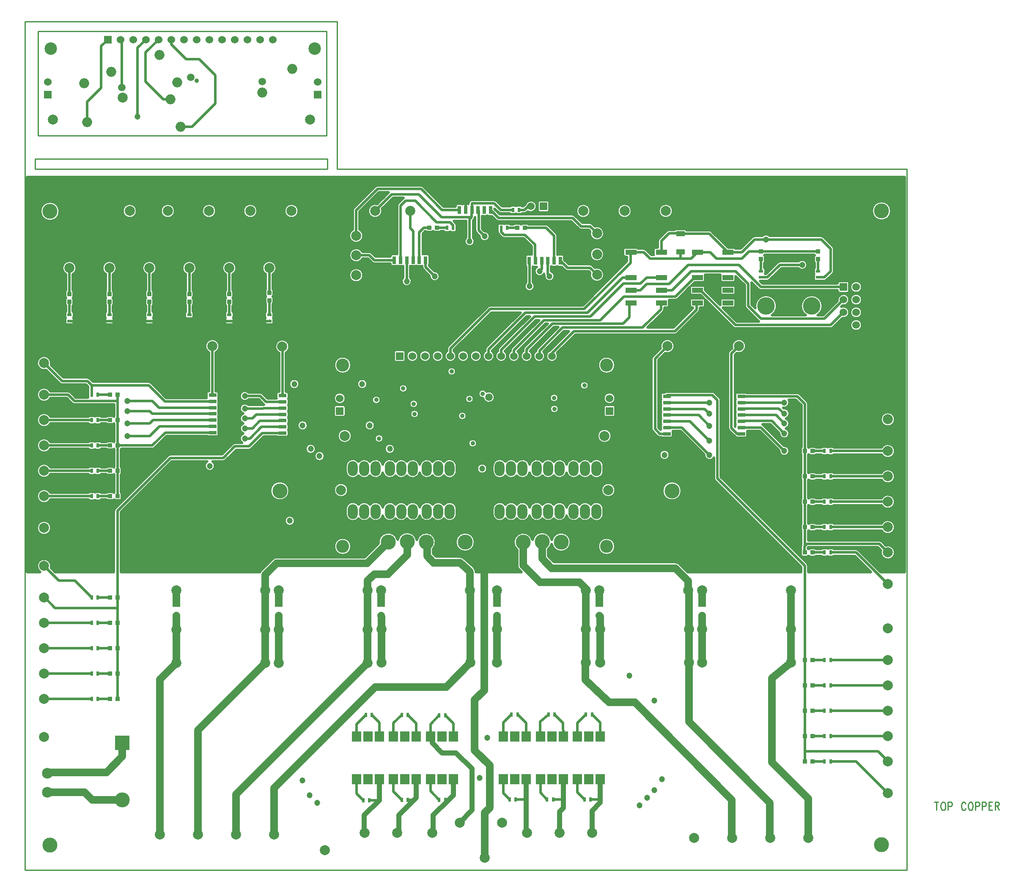
<source format=gbr>
*
*
G04 PADS9.1 Build Number: 392894 generated Gerber (RS-274-X) file*
G04 PC Version=2.1*
*
%IN "2FOC_AdC.pcb"*%
*
%MOMM*%
*
%FSLAX35Y35*%
*
*
*
*
G04 PC Standard Apertures*
*
*
G04 Thermal Relief Aperture macro.*
%AMTER*
1,1,$1,0,0*
1,0,$1-$2,0,0*
21,0,$3,$4,0,0,45*
21,0,$3,$4,0,0,135*
%
*
*
G04 Annular Aperture macro.*
%AMANN*
1,1,$1,0,0*
1,0,$2,0,0*
%
*
*
G04 Odd Aperture macro.*
%AMODD*
1,1,$1,0,0*
1,0,$1-0.005,0,0*
%
*
*
G04 PC Custom Aperture Macros*
*
*
*
*
*
*
G04 PC Aperture Table*
*
%ADD023C,2.159*%
%ADD026C,2.6*%
%ADD027R,0.6096X0.889*%
%ADD028R,0.889X0.6096*%
%ADD030C,3.5*%
%ADD036R,0.8128X0.8128*%
%ADD039R,1.905X2.1336*%
%ADD051R,1.6X0.7*%
%ADD052R,3X2.1*%
%ADD053R,0.7X1.6*%
%ADD054R,2.1X3*%
%ADD063C,0.5*%
%ADD079C,0.0254*%
%ADD134C,0.254*%
%ADD137C,1.5*%
%ADD138C,1*%
%ADD144C,2*%
%ADD165O,2X3*%
%ADD166O,2X2*%
%ADD168R,3X3*%
%ADD169C,3*%
%ADD170R,1.524X1.524*%
%ADD171C,1.524*%
%ADD172R,2.2X1*%
%ADD173C,1.2*%
%ADD188C,0.9*%
%ADD189C,2.5*%
%ADD197R,1.651X1.016*%
*
*
*
*
G04 PC Circuitry*
G04 Layer Name 2FOC_AdC.pcb - circuitry*
%LPD*%
*
*
G04 PC Custom Flashes*
G04 Layer Name 2FOC_AdC.pcb - flashes*
%LPD*%
*
*
G04 PC Circuitry*
G04 Layer Name 2FOC_AdC.pcb - circuitry*
%LPD*%
*
G54D23*
G01X950000Y2440500D03*
Y2059500D03*
G54D26*
X6859400Y6986300D03*
X12142600D03*
X6859400Y10618500D03*
X12142600D03*
G54D27*
X1957960Y5961000D03*
X1836040D03*
X1957960Y5453000D03*
X1836040D03*
X1957960Y4945000D03*
X1836040D03*
Y4437000D03*
X1957960D03*
X1836040Y3929000D03*
X1957960D03*
Y10025000D03*
X1836040D03*
X1957960Y9517000D03*
X1836040D03*
X1957960Y9009000D03*
X1836040D03*
Y8501000D03*
X1957960D03*
X1836040Y7993000D03*
X1957960D03*
X16504540Y2674000D03*
X16626460D03*
X16504540Y3182000D03*
X16626460D03*
X16504540Y3690000D03*
X16626460D03*
Y4198000D03*
X16504540D03*
X16626460Y4706000D03*
X16504540D03*
Y6865000D03*
X16626460D03*
X16504540Y7373000D03*
X16626460D03*
X16504540Y7881000D03*
X16626460D03*
Y8389000D03*
X16504540D03*
X16626460Y8897000D03*
X16504540D03*
X10269040Y13730000D03*
X10390960D03*
X10150960Y13370000D03*
X10029040D03*
X8949040D03*
X9070960D03*
X10199040Y1920000D03*
X10320960D03*
X7269040Y1900000D03*
X7390960D03*
X8039040Y1910000D03*
X8160960D03*
X8789040D03*
X8910960D03*
X7319040Y3610000D03*
X7440960D03*
X8039040D03*
X8160960D03*
X8789040Y3600000D03*
X8910960D03*
X10949040Y1920000D03*
X11070960D03*
X11699040D03*
X11820960D03*
X10239040Y3620000D03*
X10360960D03*
X10979040D03*
X11100960D03*
X11729040D03*
X11850960D03*
G54D28*
X1389500Y11625960D03*
Y11504040D03*
X2189500Y11625960D03*
Y11504040D03*
X2989500Y11625960D03*
Y11504040D03*
X3789500Y11625960D03*
Y11504040D03*
X15232000Y12498960D03*
Y12377040D03*
X16375000Y12498960D03*
Y12377040D03*
X4589500Y11625960D03*
Y11504040D03*
X5389500Y11625960D03*
Y11504040D03*
G54D30*
X16248000Y11803000D03*
X15790800D03*
X15333600D03*
G54D36*
X16108300Y6865000D03*
X16260700D03*
X16108300Y2674000D03*
X16260700D03*
X2354200Y5961000D03*
X2201800D03*
X2354200Y10025000D03*
X2201800D03*
X16108300Y7373000D03*
X16260700D03*
X16108300Y7881000D03*
X16260700D03*
X16108300Y8389000D03*
X16260700D03*
X16108300Y8897000D03*
X16260700D03*
X1389500Y12041200D03*
Y11888800D03*
X2189500Y12041200D03*
Y11888800D03*
X2989500Y12041200D03*
Y11888800D03*
X3789500Y12041200D03*
Y11888800D03*
X4589500Y12041200D03*
Y11888800D03*
X8593800Y13370000D03*
X8746200D03*
X10506200D03*
X10353800D03*
X15232000Y12895200D03*
Y12742800D03*
X16375000Y12895200D03*
Y12742800D03*
X2354200Y9517000D03*
X2201800D03*
X2354200Y9009000D03*
X2201800D03*
X2354200Y8501000D03*
X2201800D03*
X2354200Y7993000D03*
X2201800D03*
X16108300Y3690000D03*
X16260700D03*
X16108300Y4706000D03*
X16260700D03*
X16108300Y4198000D03*
X16260700D03*
X16108300Y3182000D03*
X16260700D03*
X2354200Y4945000D03*
X2201800D03*
X2354200Y3929000D03*
X2201800D03*
X2354200Y4437000D03*
X2201800D03*
X2354200Y5453000D03*
X2201800D03*
X5389500Y12069700D03*
Y11917300D03*
G54D39*
X7135400Y2320000D03*
X7364000D03*
X7592600D03*
X10532600Y3180000D03*
X10304000D03*
X10075400D03*
X11272600D03*
X11044000D03*
X10815400D03*
X12012600D03*
X11784000D03*
X11555400D03*
X7875400Y2320000D03*
X8104000D03*
X8332600D03*
X8615400D03*
X8844000D03*
X9072600D03*
X7592600Y3180000D03*
X7364000D03*
X7135400D03*
X8332600D03*
X8104000D03*
X7875400D03*
X9072600D03*
X8844000D03*
X8615400D03*
X10075400Y2320000D03*
X10304000D03*
X10532600D03*
X10815400D03*
X11044000D03*
X11272600D03*
X11555400D03*
X11784000D03*
X12012600D03*
G54D51*
X14837000Y9242500D03*
Y9367500D03*
Y9492500D03*
Y9617500D03*
Y9742500D03*
Y9867500D03*
Y9992500D03*
X13347000Y9242500D03*
Y9367500D03*
Y9492500D03*
Y9617500D03*
Y9742500D03*
Y9867500D03*
Y9992500D03*
X5654000Y10007500D03*
Y9882500D03*
Y9757500D03*
Y9632500D03*
Y9507500D03*
Y9382500D03*
Y9257500D03*
X4254000Y10017500D03*
Y9892500D03*
Y9767500D03*
Y9642500D03*
Y9517500D03*
Y9392500D03*
Y9267500D03*
G54D52*
X15127000Y10247500D03*
Y8987500D03*
X13637000Y10247500D03*
Y8987500D03*
X5364000Y9002500D03*
Y10262500D03*
X3964000Y9012500D03*
Y10272500D03*
G54D53*
X9819000Y13728500D03*
X9694000D03*
X9569000D03*
X9444000D03*
X9319000D03*
X9194000D03*
X8518000Y12722500D03*
X8393000D03*
X8268000D03*
X8143000D03*
X8018000D03*
X7893000D03*
X11216000Y12712500D03*
X11091000D03*
X10966000D03*
X10841000D03*
X10716000D03*
X10591000D03*
G54D54*
X10074000Y14018500D03*
X8939000D03*
X8773000Y13012500D03*
X7638000D03*
X11471000Y13002500D03*
X10336000D03*
G54D63*
X7390960Y1900000D02*
X7590000D01*
X7591300Y1898700*
X8160960Y1910000D02*
X8290000D01*
X8291300Y1908700*
X8910960Y1910000D02*
X8982600D01*
X10320960Y1920000D02*
X10532600D01*
X11820960D02*
X12012600D01*
X11070960D02*
X11272600D01*
X7135400Y2320000D02*
Y2033640D01*
X7269040Y1900000*
X8615400Y2320000D02*
Y2083640D01*
X8789040Y1910000*
X7875400Y2320000D02*
Y2073640D01*
X8039040Y1910000*
X10815400Y2320000D02*
Y2053640D01*
X10949040Y1920000*
X10075400Y2320000D02*
Y2043640D01*
X10199040Y1920000*
X11555400Y2320000D02*
Y2063640D01*
X11699040Y1920000*
X16108300Y3182000D02*
Y2880000D01*
X17580000*
X17772000Y2688000*
Y2674000*
X16626460D02*
X17137000D01*
X17772000Y2039000*
X16260700Y2674000D02*
X16504540D01*
X16108300D02*
Y2880000D01*
X881000Y3929000D02*
X1836040D01*
X2354200D02*
Y4437000D01*
X1957960Y3929000D02*
X2201800D01*
X7440960Y3610000D02*
X7592600Y3458360D01*
Y3180000*
X7135400D02*
Y3426360D01*
X7319040Y3610000*
X8160960D02*
X8332600Y3438360D01*
Y3180000*
X8615400D02*
Y3426360D01*
X8789040Y3600000*
X7875400Y3180000D02*
Y3446360D01*
X8039040Y3610000*
X8910960Y3600000D02*
X9072600Y3438360D01*
Y3180000*
X10810000Y3200000D02*
Y3185400D01*
X10815400Y3180000*
X10810000Y3200000D02*
Y3470960D01*
X10979040Y3620000*
X10360960D02*
X10532600Y3448360D01*
Y3180000*
X10075400D02*
Y3456360D01*
X10239040Y3620000*
X11850960D02*
X12012600Y3458360D01*
Y3180000*
X11100960Y3620000D02*
X11270000Y3450000D01*
X11272600Y3180000*
X11555400D02*
Y3446360D01*
X11729040Y3620000*
X16260700Y3182000D02*
X16504540D01*
X16108300D02*
Y3690000D01*
X16260700D02*
X16504540D01*
X16108300D02*
Y4198000D01*
X16626460Y3690000D02*
X17772000D01*
X16626460Y3182000D02*
X17772000D01*
X881000Y4437000D02*
X1836040D01*
X881000Y4945000D02*
X1836040D01*
X2354200Y4437000D02*
Y4945000D01*
X1957960Y4437000D02*
X2201800D01*
X1957960Y4945000D02*
X2201800D01*
X16260700Y4198000D02*
X16504540D01*
X16108300D02*
Y4706000D01*
X16260700D02*
X16504540D01*
X16626460D02*
X17772000D01*
X16626460Y4198000D02*
X17772000D01*
X881000Y5453000D02*
X1836040D01*
X881000Y5961000D02*
X900000D01*
X1100000Y5750000*
X2354200*
Y5453000*
Y5750000D02*
Y5961000D01*
Y5453000D02*
Y4945000D01*
X1957960Y5453000D02*
X2201800D01*
X1957960Y5961000D02*
X2201800D01*
X881000Y6596000D02*
X1177000Y6300000D01*
X1497040*
X1836040Y5961000*
X9408000Y6110000D02*
X9418000Y6100000D01*
X13778000Y6110000D02*
X13788000Y6100000D01*
X16108300Y6995300D02*
X16150000Y7037000D01*
X17600000*
X17772000Y6865000*
X16108300Y7373000D02*
Y6995300D01*
X16100000Y6987000*
Y6873300*
X16108300Y6865000*
X16626460D02*
X17137000D01*
X17772000Y6230000*
X16260700Y6865000D02*
X16504540D01*
X881000Y7993000D02*
X1836040D01*
X2350000Y7700000D02*
Y5965200D01*
X2354200Y5961000*
X2350000Y7700000D02*
X3410000Y8760000D01*
X4470000*
X4700000Y8990000*
X4990000*
X5250000Y9257500*
X5654000*
X2354200Y7993000D02*
Y8501000D01*
X1957960Y7993000D02*
X2201800D01*
X16626460Y7881000D02*
X17772000D01*
X16626460Y7373000D02*
X17772000D01*
X16260700Y7881000D02*
X16504540D01*
X16108300D02*
Y8389000D01*
X16260700Y7373000D02*
X16504540D01*
X16108300D02*
Y7881000D01*
X881000Y8501000D02*
X1836040D01*
X881000Y9009000D02*
X1836040D01*
X2354200D02*
X3050000D01*
X3308500Y9267500*
X4254000*
X2354200Y9517000D02*
Y9009000D01*
Y8501000*
X1957960D02*
X2201800D01*
X1957960Y9009000D02*
X2201800D01*
X16626460Y8897000D02*
X17772000D01*
X16626460Y8389000D02*
X17772000D01*
X16260700Y8897000D02*
X16504540D01*
X16108300D02*
X16110000Y8905300D01*
Y9840000*
X16260700Y8389000D02*
X16504540D01*
X16108300D02*
Y8897000D01*
X881000Y9517000D02*
X1836040D01*
X881000Y10025000D02*
X1361735D01*
X1486735Y9900000*
X2354200*
Y9517000*
Y9900000D02*
Y10025000D01*
X2550000Y9200000D02*
X3000000D01*
X3192500Y9392500*
X4254000*
X2550000Y9450000D02*
X3000000D01*
X3067500Y9517500*
X4254000*
X2550000Y9700000D02*
X3000000D01*
X3050000Y9650000*
X4254000*
Y9642500*
X2550000Y9900000D02*
X3050000D01*
X3182500Y9767500*
X4254000*
X1957960Y9517000D02*
X2201800D01*
X1957960Y10025000D02*
X2201800D01*
X4900000Y10000000D02*
X5208250D01*
X5325750Y9882500*
X5654000*
X4900000Y9150000D02*
X5000000D01*
X5232500Y9382500*
X5654000*
X4900000Y9350000D02*
X5050000D01*
X5200000Y9500000*
X5654000*
Y9507500*
X4900000Y9550000D02*
X5050000D01*
X5132500Y9632500*
X5654000*
X4900000Y9750000D02*
X5263250D01*
X5270750Y9757500*
X5654000*
X13347000Y9992500D02*
Y10020000D01*
X14260000*
X14360000Y9920000*
Y8350000*
X14480000Y8230000*
X16108300Y6600000*
Y4706000*
X13347000Y9867500D02*
X13347500Y9868000D01*
X14200000*
X13347000Y9742500D02*
X14107500D01*
X14200000Y9650000*
X13347000Y9617500D02*
X13982500D01*
X14200000Y9400000*
X13347000Y9492500D02*
X13807500D01*
X14200000Y9100000*
X13347000Y9367500D02*
X13650500D01*
X14200000Y8818000*
X14837000Y9992500D02*
X15957500D01*
X16110000Y9840000*
X14837000Y9867500D02*
X14837500Y9868000D01*
X15700000*
X14837000Y9742500D02*
X14844500Y9750000D01*
X15589000*
X15700000Y9650000*
X14837000Y9617500D02*
X15532500D01*
X15700000Y9450000*
X14837000Y9492500D02*
X14844500Y9500000D01*
X15450000*
X15700000Y9250000*
X14837000Y9367500D02*
X15232500D01*
X15700000Y8900000*
X881000Y10660000D02*
X1241000Y10300000D01*
X1749000*
X1833500Y10215500*
X2977000*
X3300000Y9892500*
X4254000*
X1833500Y10215500D02*
Y10027540D01*
X1836040Y10025000*
X4250000Y11000000D02*
Y10021500D01*
X4254000Y10017500*
X5650000Y10990000D02*
X5654000Y10986000D01*
Y10007500*
X9778000Y10800000D02*
Y10930000D01*
X10514000Y11666000*
X11756000*
X12460000Y12370000*
X12628500*
Y12374500*
X9016000Y10800000D02*
Y10950000D01*
X9808000Y11742000*
X11692000*
X12620000Y12670000*
Y12869000*
X12628500Y12882500*
X10794000Y10800000D02*
X10800000D01*
Y10910000*
X11260000Y11370000*
X12860000*
X13230000Y11740000*
Y11858400*
X13238100Y11866500*
X10540000Y10800000D02*
Y10930000D01*
X11060000Y11450000*
X12470000*
X12600000Y11580000*
Y11850000*
X12616500Y11866500*
X12628500*
X10286000Y10800000D02*
Y10916000D01*
X10890000Y11520000*
X12016500*
X12490000Y11993500*
X13521000*
X13902000Y12374500*
X13962000*
X10032000Y10800000D02*
Y10922000D01*
X10700000Y11590000*
X11820000*
X12480000Y12250000*
X12819000*
X12946000Y12374500*
X13238100*
X11302000Y10800000D02*
X11712000Y11210000D01*
X12820000*
X11048000Y10800000D02*
X11048213Y10800213D01*
Y10858210*
X11490003Y11300000*
X13510000*
X13940000Y11730000*
Y11844500*
X13962000Y11866500*
X13110000Y10750000D02*
Y9340000D01*
X13210000Y9240000*
X13344500*
X13347000Y9242500*
X13110000Y10750000D02*
X13360000Y11000000D01*
X14640000Y10850000D02*
Y9360000D01*
X14760000Y9240000*
X14834500*
X14837000Y9242500*
X14640000Y10850000D02*
X14790000Y11000000D01*
X1389500Y11888800D02*
Y11625960D01*
Y11504040D02*
X1808500D01*
X2189500*
X1808500D02*
Y13708000D01*
X2189500Y11888800D02*
Y11625960D01*
Y12041200D02*
Y12565000D01*
Y11504040D02*
X2989500D01*
X3789500Y11888800D02*
Y11625960D01*
X2989500Y11888800D02*
Y11625960D01*
Y12041200D02*
Y12565000D01*
Y11504040D02*
X4589500D01*
Y11888800D02*
Y11625960D01*
Y11504040D02*
X5389500D01*
Y11917300D02*
Y11625960D01*
Y11504040D02*
X5395460Y11510000D01*
X1389500Y12565000D02*
Y12041200D01*
X3789500Y12565000D02*
Y12041200D01*
X4589500Y12565000D02*
Y12041200D01*
X5389500Y12565000D02*
Y12069700D01*
X7638000Y13057500D02*
Y13012500D01*
X7130000Y12820000D02*
X7392500D01*
X7490000Y12722500*
X7893000*
X8140000Y12300000D02*
Y12679500D01*
X8143000Y12722500*
X8018000D02*
Y13813920D01*
X8115040Y13910960*
X8310000*
X8740000Y13480960*
X9010000*
X9070960Y13420000*
Y13370000*
X8393000Y12722500D02*
Y13280000D01*
X8483000Y13370000*
X8593800*
X8518000Y12722500D02*
X8520000Y12720500D01*
Y12580000*
X8700000Y12400000*
X9400000Y13100000D02*
Y13540000D01*
X9440000Y13580000*
X10800000Y12500000D02*
X10840000Y12540000D01*
X10841000*
Y12712500*
X10326000Y13012500D02*
X10336000Y13002500D01*
X10591000Y12712500D02*
X10600000Y12703500D01*
Y12200000*
X10960000Y12706500D02*
Y12440000D01*
X11000000Y12400000*
X10960000Y12706500D02*
X10966000Y12712500D01*
X11216000D02*
X11358500Y12570000D01*
X11810000*
X11950000Y12430000*
X12628500Y12120500D02*
X12819000D01*
X12946000Y12247500*
X13390500*
X13771500Y12628500*
X14787500*
X15232000Y12184000*
X16883000*
X12628500Y12882500D02*
X12882500D01*
X13009500Y12755500*
X13485500*
X13620000*
X13830000*
X13835000*
X13962000Y12882500*
X13620000Y12755500D02*
Y12887120D01*
X13238100Y12882500D02*
Y13110000D01*
X13390000Y13261900*
X13610980*
X13620000Y13252880*
X13238100Y12120500D02*
X13454000D01*
X13835000Y12501500*
X14724000*
X14978000Y12247500*
Y11803000*
X15232000Y11549000*
X16502000*
X16883000Y11930000*
X14571600Y12882500D02*
X14851000D01*
X15105000Y13136500*
X15334000*
X13962000Y12120500D02*
X14022000D01*
X14720500Y11422000*
X16629000*
X16883000Y11676000*
X13962000Y12882500D02*
X14216000D01*
X14343000Y12755500*
X14851000*
X14990700Y12895200*
X15232000*
X16375000*
X15232000Y12377040D02*
X15361540D01*
X15613500Y12629000*
X16058000*
X15232000Y12498960D02*
Y12742800D01*
X16629000Y12501500D02*
Y12946000D01*
X16375000Y12742800D02*
Y12498960D01*
Y12377040D02*
X16504540D01*
X16629000Y12501500*
X7710500Y13910000D02*
X7710000D01*
X7840000Y14040000*
X8380000*
X8840000Y13580000*
X9440000*
X7130000Y13210000D02*
Y13720000D01*
X7560000Y14150000*
X8428500*
X8850000Y13728500*
X9194000*
X7508500Y13708000D02*
X7710500Y13910000D01*
X8746200Y13370000D02*
X8949040D01*
X8208500Y13708000D02*
Y13365500D01*
X8268000Y13306000*
Y12722500*
X9440000Y13580000D02*
Y13724500D01*
X9444000Y13728500*
X8939000Y14018500D02*
X8940500Y14020000D01*
X9249000*
X9319000Y13950000*
Y13728500*
X9444000D02*
Y13860000D01*
X9444000*
X9890000*
X10020000Y13730000*
X10269040*
X9569000Y13728500D02*
X9580000Y13717500D01*
Y13320000*
X9700000Y13200000*
X9819000Y13728500D02*
X9978750Y13568750D01*
X11460000*
X11628750Y13400000*
X11810000*
X11950000Y13260000*
X10506200Y13370000D02*
X10930000D01*
X11090000Y13210000*
Y12840000*
X11091000Y12839000*
Y12712500*
X10029040Y13370000D02*
Y13290000D01*
X10089040Y13230000*
X10510000*
X10710000Y13030000*
Y12718500*
X10716000Y12712500*
X10150960Y13370000D02*
X10353800D01*
X10390960Y13730000D02*
X10500000D01*
X10562000Y13792000*
X10618000*
X10626000Y13800000*
X13620000Y13252880D02*
X14197120D01*
X14210000Y13240000*
X14571600Y12882500*
X15334000Y13136500D02*
X16438500D01*
X16629000Y12946000*
X15334000Y13137000D02*
Y13136500D01*
X1740000Y15492000D02*
Y15896500D01*
X2020000Y16176500*
Y17008000*
X2154000Y17142000*
X2750000Y15600000D02*
Y16976000D01*
X2916000Y17142000*
X3615000Y15394400D02*
X3841400D01*
X4306000Y15859000*
Y16430500*
X2408000Y17142000D02*
X2435000Y17115000D01*
Y16184400*
X2909000Y16621000D02*
Y16303500D01*
X3268100Y15944400*
X3407000*
X2909000Y16621000D02*
Y16881000D01*
X3170000Y17142000*
X3424000D02*
Y17048000D01*
X3724000Y16748000*
X3988500*
X4306000Y16430500*
X17917001Y9532000D02*
G75*
G03X17917001I-145001J0D01*
G01X17840001Y13708000D02*
G03X17840001I-195001J0D01*
G01X17258201Y11422000D02*
G03X17258201I-121201J0D01*
G01Y11676000D02*
G03X17258201I-121201J0D01*
G01Y11930000D02*
G03X17258201I-121201J0D01*
G01Y12184000D02*
G03X17258201I-121201J0D01*
G01X12317601Y6986300D02*
G03X12317601I-175001J0D01*
G01X12321269Y8115105D02*
G03X12321269I-145000J0D01*
G01X12245001Y9200000D02*
G03X12245001I-145001J0D01*
G01X12321201Y9954000D02*
G03X12321201I-121201J0D01*
G01X12317601Y10618500D02*
G03X12317601I-175001J0D01*
G01X11786001Y10212400D02*
G03X11786001I-90001J0D01*
G01X11186001Y9741400D02*
G03X11186001I-90001J0D01*
G01X11181001Y9962400D02*
G03X11181001I-90001J0D01*
G01X13472001Y13708000D02*
G03X13472001I-145001J0D01*
G01X12646501D02*
G03X12646501I-145001J0D01*
G01X12095001Y12840000D02*
G03X12095001I-145001J0D01*
G01X11821001Y13708000D02*
G03X11821001I-145001J0D01*
G01X6500674Y8796812D02*
G03X6500674I-105000J0D01*
G01X6323171Y8940410D02*
G03X6323171I-105001J0D01*
G01X6161622Y9411094D02*
G03X6161622I-105000J0D01*
G01X5905001Y7500000D02*
G03X5905001I-105001J0D01*
G01X5795001Y8100000D02*
G03X5795001I-195001J0D01*
G01X5995001Y10240000D02*
G03X5995001I-105001J0D01*
G01X5979001Y13708000D02*
G03X5979001I-145001J0D01*
G01X5153501D02*
G03X5153501I-145001J0D01*
G01X1026001Y7358000D02*
G03X1026001I-145001J0D01*
G01X4328001Y13708000D02*
G03X4328001I-145001J0D01*
G01X3502501D02*
G03X3502501I-145001J0D01*
G01X2740501D02*
G03X2740501I-145001J0D01*
G01X1195001Y13700000D02*
G03X1195001I-195001J0D01*
G01X7676001Y9150000D02*
G03X7676001I-90001J0D01*
G01X7505001Y9411094D02*
G03X7505001I-105001J0D01*
G01X7621001Y9922400D02*
G03X7621001I-90001J0D01*
G01X7355001Y10240000D02*
G03X7355001I-105001J0D01*
G01X7045001Y9200000D02*
G03X7045001I-145001J0D01*
G01X6921201Y9954000D02*
G03X6921201I-121201J0D01*
G01X7034401Y10618500D02*
G03X7034401I-175001J0D01*
G01X7275001Y12420000D02*
G03X7275001I-145001J0D01*
G01X8371001Y9842400D02*
G03X8371001I-90001J0D01*
G01X8161001Y10152400D02*
G03X8161001I-90001J0D01*
G01X8375201Y10800000D02*
G03X8375201I-121201J0D01*
G01X7907001Y8940410D02*
G03X7907001I-105001J0D01*
G01X8883201Y10800000D02*
G03X8883201I-121201J0D01*
G01X8388001Y9640000D02*
G03X8388001I-90001J0D01*
G01X8629201Y10800000D02*
G03X8629201I-121201J0D01*
G01X9505501Y7072400D02*
G03X9505501I-195001J0D01*
G01X9551001Y9052400D02*
G03X9551001I-90001J0D01*
G01X9343001Y9602400D02*
G03X9343001I-90001J0D01*
G01X9486001Y9942400D02*
G03X9486001I-90001J0D01*
G01X9645201Y10800000D02*
G03X9645201I-121201J0D01*
G01X9391201D02*
G03X9391201I-121201J0D01*
G01X7034401Y6986300D02*
G03X7034401I-175001J0D01*
G01X6971270Y8115105D02*
G03X6971270I-145001J0D01*
G01X9131001Y10492400D02*
G03X9131001I-90001J0D01*
G01X9755001Y8545000D02*
G03X9755001I-105001J0D01*
G01X13645001Y8100000D02*
G03X13645001I-195001J0D01*
G01X13405001Y8820000D02*
G03X13405001I-105001J0D01*
G01X18107999Y6475000D02*
Y14385000D01*
X18107999D02*
X545001D01*
X545001D02*
Y6475000D01*
X545001D02*
X801099D01*
X1020289Y6555706D02*
G03X801099Y6475000I-139289J40294D01*
G01X1020290Y6555706D02*
X1100996Y6475000D01*
X2279999*
X2279999D02*
Y7700000D01*
X2300502Y7749498D02*
G03X2279999Y7700000I49498J-49498D01*
G01X2300502Y7749498D02*
X3360502Y8809498D01*
X3410000Y8830001D02*
G03X3360502Y8809498I0J-70001D01*
G01X3410000Y8830001D02*
X4441005D01*
X4441005D02*
X4650502Y9039498D01*
X4700000Y9060001D02*
G03X4650502Y9039498I0J-70001D01*
G01X4700000Y9060001D02*
X4845915D01*
X4867983Y9250000D02*
G03X4845915Y9060001I32017J-100000D01*
G01X4867983Y9450000D02*
G03Y9250000I32017J-100000D01*
G01Y9650000D02*
G03Y9450000I32017J-100000D01*
G01X4978263Y9820001D02*
G03X4867983Y9650000I-78263J-70001D01*
G01X4978263Y9820001D02*
X5239226D01*
X5270750Y9827501D02*
G03X5239226Y9820000I0J-70001D01*
G01X5270750Y9827501D02*
X5282447D01*
X5276252Y9833002D02*
G03X5282447Y9827501I49498J49498D01*
G01X5276252Y9833002D02*
X5179255Y9929999D01*
X5179255D02*
X4978263D01*
Y10070000D02*
G03Y9930000I-78263J-70000D01*
G01Y10070001D02*
X5208250D01*
X5257748Y10049498D02*
G03X5208250Y10070001I-49498J-49498D01*
G01X5257748Y10049498D02*
X5354745Y9952501D01*
X5354745D02*
X5533688D01*
X5529000Y9972500D02*
G03X5533688Y9952501I45000J0D01*
G01X5528999Y9972500D02*
Y10042500D01*
X5574000Y10087501D02*
G03X5528999Y10042500I0J-45001D01*
G01X5574000Y10087501D02*
X5583999D01*
X5583999D02*
Y10860891D01*
X5724000Y10865304D02*
G03X5584000Y10860891I-74000J124696D01*
G01X5724001Y10865304D02*
Y10087501D01*
X5724001D02*
X5734000D01*
X5779001Y10042500D02*
G03X5734000Y10087501I-45001J0D01*
G01X5779001Y10042500D02*
Y9972500D01*
X5769620Y9945000D02*
G03X5779001Y9972500I-35620J27500D01*
G01Y9917500D02*
G03X5769620Y9945000I-45001J0D01*
G01X5779001Y9917500D02*
Y9847500D01*
X5769620Y9820000D02*
G03X5779001Y9847500I-35620J27500D01*
G01Y9792500D02*
G03X5769620Y9820000I-45001J0D01*
G01X5779001Y9792500D02*
Y9722500D01*
X5769620Y9695000D02*
G03X5779001Y9722500I-35620J27500D01*
G01Y9667500D02*
G03X5769620Y9695000I-45001J0D01*
G01X5779001Y9667500D02*
Y9597500D01*
X5769620Y9570000D02*
G03X5779001Y9597500I-35620J27500D01*
G01Y9542500D02*
G03X5769620Y9570000I-45001J0D01*
G01X5779001Y9542500D02*
Y9472500D01*
X5769620Y9445000D02*
G03X5779001Y9472500I-35620J27500D01*
G01Y9417500D02*
G03X5769620Y9445000I-45001J0D01*
G01X5779001Y9417500D02*
Y9347500D01*
X5769620Y9320000D02*
G03X5779001Y9347500I-35620J27500D01*
G01Y9292500D02*
G03X5769620Y9320000I-45001J0D01*
G01X5779001Y9292500D02*
Y9222500D01*
X5734000Y9177499D02*
G03X5779001Y9222500I0J45001D01*
G01X5734000Y9177499D02*
X5574000D01*
X5545716Y9187500D02*
G03X5574000Y9177499I28284J35000D01*
G01X5545716Y9187499D02*
X5279580D01*
X5279580D02*
X5040197Y8941211D01*
X4990000Y8920000D02*
G03X5040196Y8941211I0J70000D01*
G01X4990000Y8919999D02*
X4728995D01*
X4728995D02*
X4519498Y8710502D01*
X4470000Y8689999D02*
G03X4519498Y8710502I0J70001D01*
G01X4470000Y8689999D02*
X4254085D01*
X4145915D02*
G03X4254085I54085J-89999D01*
G01X4145915D02*
X3438995D01*
X3438995D02*
X2420001Y7671005D01*
X2420001D02*
Y6475000D01*
X2420001D02*
X5202401D01*
X5223147Y6502853D02*
G03X5202401Y6475000I84853J-84853D01*
G01X5223147Y6502853D02*
X5455147Y6734853D01*
X5540000Y6770001D02*
G03X5455147Y6734853I0J-120001D01*
G01X5540000Y6770001D02*
X7297894D01*
X7297894D02*
X7576461Y7048568D01*
X7959673Y7117671D02*
G03X7576461Y7048568I-189673J-45271D01*
G01X8342327Y7117671D02*
G03X7959673I-191327J-37671D01*
G01X8670000Y6934628D02*
G03X8342327Y7117671I-138000J137772D01*
G01X8670001Y6934628D02*
Y6839706D01*
X8670001D02*
X8729706Y6780001D01*
X8729706D02*
X9210000D01*
X9290016Y6749429D02*
G03X9210000Y6780001I-80016J-89429D01*
G01X9290016Y6749429D02*
X9480016Y6579429D01*
X9511418Y6534567D02*
G03X9480016Y6579429I-111418J-44567D01*
G01X9511418Y6534567D02*
X9519418Y6514567D01*
X9527896Y6475000D02*
G03X9519418Y6514567I-119896J-5000D01*
G01X9527896Y6475000D02*
X10435294D01*
X10385147Y6525147*
X10349999Y6610000D02*
G03X10385147Y6525147I120001J0D01*
G01X10349999Y6610000D02*
Y6918695D01*
X10659673Y7117671D02*
G03X10350000Y6918696I-189673J-45271D01*
G01X11042327Y7117671D02*
G03X10659673I-191327J-37671D01*
G01X11040673Y7034729D02*
G03X11042327Y7117671I191327J37671D01*
G01X10971000Y6926296D02*
G03X11040673Y7034729I-120000J153704D01*
G01X10971001Y6926295D02*
Y6789706D01*
X10971001D02*
X11090706Y6670001D01*
X11090706D02*
X13520000D01*
X13604853Y6634853D02*
G03X13520000Y6670001I-84853J-84853D01*
G01X13604853Y6634853D02*
X13764706Y6475000D01*
X16038299*
X16038299D02*
Y6571026D01*
X16038299D02*
X14430476Y8180528D01*
X14430502Y8180502*
X14310502Y8300502*
X14289999Y8350000D02*
G03X14310502Y8300502I70001J0D01*
G01X14289999Y8350000D02*
Y8763915D01*
X14095162Y8823842D02*
G03X14289999Y8763915I104838J-5842D01*
G01X14095162Y8823842D02*
X13621505Y9297499D01*
X13621505D02*
X13467312D01*
X13472000Y9277500D02*
G03X13467312Y9297499I-45000J0D01*
G01X13472001Y9277500D02*
Y9207500D01*
X13427000Y9162499D02*
G03X13472001Y9207500I0J45001D01*
G01X13427000Y9162499D02*
X13267000D01*
X13242125Y9170000D02*
G03X13267000Y9162499I24875J37500D01*
G01X13242125Y9169999D02*
X13210000D01*
X13160502Y9190502D02*
G03X13210000Y9169999I49498J49498D01*
G01X13160502Y9190502D02*
X13060502Y9290502D01*
X13039999Y9340000D02*
G03X13060502Y9290502I70001J0D01*
G01X13039999Y9340000D02*
Y10750000D01*
X13060502Y10799498D02*
G03X13039999Y10750000I49498J-49498D01*
G01X13060502Y10799498D02*
X13220710Y10959706D01*
X13319706Y10860711D02*
G03X13220711Y10959706I40294J139289D01*
G01X13319706Y10860710D02*
X13180001Y10721005D01*
X13180001D02*
Y9368995D01*
X13180001D02*
X13222387Y9326609D01*
X13222000Y9332500D02*
G03X13222387Y9326609I45000J0D01*
G01X13221999Y9332500D02*
Y9402500D01*
X13231380Y9430000D02*
G03X13221999Y9402500I35620J-27500D01*
G01Y9457500D02*
G03X13231380Y9430000I45001J0D01*
G01X13221999Y9457500D02*
Y9527500D01*
X13231380Y9555000D02*
G03X13221999Y9527500I35620J-27500D01*
G01Y9582500D02*
G03X13231380Y9555000I45001J0D01*
G01X13221999Y9582500D02*
Y9652500D01*
X13231380Y9680000D02*
G03X13221999Y9652500I35620J-27500D01*
G01Y9707500D02*
G03X13231380Y9680000I45001J0D01*
G01X13221999Y9707500D02*
Y9777500D01*
X13231380Y9805000D02*
G03X13221999Y9777500I35620J-27500D01*
G01Y9832500D02*
G03X13231380Y9805000I45001J0D01*
G01X13221999Y9832500D02*
Y9902500D01*
X13231380Y9930000D02*
G03X13221999Y9902500I35620J-27500D01*
G01Y9957500D02*
G03X13231380Y9930000I45001J0D01*
G01X13221999Y9957500D02*
Y10027500D01*
X13267000Y10072501D02*
G03X13221999Y10027500I0J-45001D01*
G01X13267000Y10072501D02*
X13300699D01*
X13347000Y10090001D02*
G03X13300699Y10072500I0J-70001D01*
G01X13347000Y10090001D02*
X14260000D01*
X14309498Y10069498D02*
G03X14260000Y10090001I-49498J-49498D01*
G01X14309498Y10069498D02*
X14409498Y9969498D01*
X14430001Y9920000D02*
G03X14409498Y9969498I-70001J0D01*
G01X14430001Y9920000D02*
Y8378995D01*
X14430001D02*
X14529498Y8279498D01*
X14529524Y8279472D02*
G03X14529498Y8279498I-49524J-49472D01*
G01X14529524Y8279472D02*
X16157824Y6649472D01*
X16178300Y6600000D02*
G03X16157824Y6649472I-70000J0D01*
G01X16178301Y6600000D02*
Y6475000D01*
X16178301D02*
X17428004D01*
X17108005Y6794999*
X17108005D02*
X16693983D01*
X16656940Y6775549D02*
G03X16693983Y6795000I0J45001D01*
G01X16656940Y6775549D02*
X16595980D01*
X16565500Y6787444D02*
G03X16595980Y6775549I30480J33106D01*
G01X16535020Y6775550D02*
G03X16565500Y6787444I0J45000D01*
G01X16535020Y6775549D02*
X16474060D01*
X16437017Y6795000D02*
G03X16474060Y6775549I37043J25550D01*
G01X16437017Y6794999D02*
X16335443D01*
X16301340Y6779360D02*
G03X16335443Y6795000I0J45000D01*
G01X16301340Y6779359D02*
X16220060D01*
X16184500Y6796782D02*
G03X16220060Y6779359I35560J27578D01*
G01X16148940D02*
G03X16184500Y6796782I0J45001D01*
G01X16148940Y6779359D02*
X16067660D01*
X16022659Y6824360D02*
G03X16067660Y6779359I45001J0D01*
G01X16022659Y6824360D02*
Y6905640D01*
X16029999Y6930272D02*
G03X16022659Y6905640I37661J-24632D01*
G01X16029999Y6930272D02*
Y6987000D01*
X16038299Y7020062D02*
G03X16029999Y6987000I61701J-33062D01*
G01X16038299Y7020062D02*
Y7298257D01*
X16022660Y7332360D02*
G03X16038300Y7298257I45000J0D01*
G01X16022659Y7332360D02*
Y7413640D01*
X16038299Y7447743D02*
G03X16022659Y7413640I29361J-34103D01*
G01X16038299Y7447743D02*
Y7806257D01*
X16022660Y7840360D02*
G03X16038300Y7806257I45000J0D01*
G01X16022659Y7840360D02*
Y7921640D01*
X16038299Y7955743D02*
G03X16022659Y7921640I29361J-34103D01*
G01X16038299Y7955743D02*
Y8314257D01*
X16022660Y8348360D02*
G03X16038300Y8314257I45000J0D01*
G01X16022659Y8348360D02*
Y8429640D01*
X16038299Y8463743D02*
G03X16022659Y8429640I29361J-34103D01*
G01X16038299Y8463743D02*
Y8822257D01*
X16022660Y8856360D02*
G03X16038300Y8822257I45000J0D01*
G01X16022659Y8856360D02*
Y8937640D01*
X16039999Y8973136D02*
G03X16022659Y8937640I27661J-35496D01*
G01X16039999Y8973136D02*
Y9811005D01*
X16039999D02*
X15928505Y9922499D01*
X15928505D02*
X15789749D01*
X15676091Y9765758D02*
G03X15789749Y9922499I23909J102242D01*
G01X15676091Y9765758D02*
X15688708Y9754392D01*
X15732017Y9550000D02*
G03X15688708Y9754391I-32017J100000D01*
G01X15732017Y9350000D02*
G03Y9550000I-32017J100000D01*
G01X15595162Y9255842D02*
G03X15732017Y9350000I104838J-5842D01*
G01X15595162Y9255842D02*
X15421005Y9429999D01*
X15421005D02*
X15264026D01*
X15281998Y9416998D02*
G03X15264026Y9429999I-49498J-49498D01*
G01X15281998Y9416998D02*
X15694158Y9004838D01*
X15595162Y8905842D02*
G03X15694158Y9004838I104838J-5842D01*
G01X15595162Y8905842D02*
X15203505Y9297499D01*
X15203505D02*
X14957312D01*
X14962000Y9277500D02*
G03X14957312Y9297499I-45000J0D01*
G01X14962001Y9277500D02*
Y9207500D01*
X14917000Y9162499D02*
G03X14962001Y9207500I0J45001D01*
G01X14917000Y9162499D02*
X14757000D01*
X14719156Y9183151D02*
G03X14757000Y9162499I37844J24349D01*
G01X14710502Y9190502D02*
G03X14719156Y9183151I49498J49498D01*
G01X14710502Y9190502D02*
X14590502Y9310502D01*
X14569999Y9360000D02*
G03X14590502Y9310502I70001J0D01*
G01X14569999Y9360000D02*
Y10850000D01*
X14590502Y10899498D02*
G03X14569999Y10850000I49498J-49498D01*
G01X14590502Y10899498D02*
X14650710Y10959706D01*
X14749706Y10860711D02*
G03X14650711Y10959706I40294J139289D01*
G01X14749706Y10860710D02*
X14710001Y10821005D01*
X14710001D02*
Y9388995D01*
X14710001D02*
X14711999Y9386996D01*
X14711999D02*
Y9402500D01*
X14721380Y9430000D02*
G03X14711999Y9402500I35620J-27500D01*
G01Y9457500D02*
G03X14721380Y9430000I45001J0D01*
G01X14711999Y9457500D02*
Y9527500D01*
X14721380Y9555000D02*
G03X14711999Y9527500I35620J-27500D01*
G01Y9582500D02*
G03X14721380Y9555000I45001J0D01*
G01X14711999Y9582500D02*
Y9652500D01*
X14721380Y9680000D02*
G03X14711999Y9652500I35620J-27500D01*
G01Y9707500D02*
G03X14721380Y9680000I45001J0D01*
G01X14711999Y9707500D02*
Y9777500D01*
X14721380Y9805000D02*
G03X14711999Y9777500I35620J-27500D01*
G01Y9832500D02*
G03X14721380Y9805000I45001J0D01*
G01X14711999Y9832500D02*
Y9902500D01*
X14721380Y9930000D02*
G03X14711999Y9902500I35620J-27500D01*
G01Y9957500D02*
G03X14721380Y9930000I45001J0D01*
G01X14711999Y9957500D02*
Y10027500D01*
X14757000Y10072501D02*
G03X14711999Y10027500I0J-45001D01*
G01X14757000Y10072501D02*
X14917000D01*
X14945284Y10062500D02*
G03X14917000Y10072501I-28284J-35000D01*
G01X14945284Y10062501D02*
X15957500D01*
X16006998Y10041998D02*
G03X15957500Y10062501I-49498J-49498D01*
G01X16006998Y10041998D02*
X16159498Y9889498D01*
X16180001Y9840000D02*
G03X16159498Y9889498I-70001J0D01*
G01X16180001Y9840000D02*
Y8970202D01*
X16184500Y8965218D02*
G03X16180000Y8970202I-35560J-27578D01*
G01X16220060Y8982641D02*
G03X16184500Y8965218I0J-45001D01*
G01X16220060Y8982641D02*
X16301340D01*
X16335443Y8967001D02*
G03X16301340Y8982641I-34103J-29361D01*
G01X16335443Y8967001D02*
X16437017D01*
X16474060Y8986451D02*
G03X16437017Y8967000I0J-45001D01*
G01X16474060Y8986451D02*
X16535020D01*
X16565500Y8974556D02*
G03X16535020Y8986451I-30480J-33106D01*
G01X16595980Y8986450D02*
G03X16565500Y8974556I0J-45000D01*
G01X16595980Y8986451D02*
X16656940D01*
X16693983Y8967000D02*
G03X16656940Y8986451I-37043J-25550D01*
G01X16693983Y8967001D02*
X17645015D01*
X17645016Y8827000D02*
G03Y8967000I126984J70000D01*
G01X17645015Y8826999D02*
X16693983D01*
X16656940Y8807549D02*
G03X16693983Y8827000I0J45001D01*
G01X16656940Y8807549D02*
X16595980D01*
X16565500Y8819444D02*
G03X16595980Y8807549I30480J33106D01*
G01X16535020Y8807550D02*
G03X16565500Y8819444I0J45000D01*
G01X16535020Y8807549D02*
X16474060D01*
X16437017Y8827000D02*
G03X16474060Y8807549I37043J25550D01*
G01X16437017Y8826999D02*
X16335443D01*
X16301340Y8811360D02*
G03X16335443Y8827000I0J45000D01*
G01X16301340Y8811359D02*
X16220060D01*
X16184500Y8828782D02*
G03X16220060Y8811359I35560J27578D01*
G01X16178301Y8822257D02*
G03X16184500Y8828782I-29361J34103D01*
G01X16178301Y8822257D02*
Y8463743D01*
X16184500Y8457218D02*
G03X16178300Y8463743I-35560J-27578D01*
G01X16220060Y8474641D02*
G03X16184500Y8457218I0J-45001D01*
G01X16220060Y8474641D02*
X16301340D01*
X16335443Y8459001D02*
G03X16301340Y8474641I-34103J-29361D01*
G01X16335443Y8459001D02*
X16437017D01*
X16474060Y8478451D02*
G03X16437017Y8459000I0J-45001D01*
G01X16474060Y8478451D02*
X16535020D01*
X16565500Y8466556D02*
G03X16535020Y8478451I-30480J-33106D01*
G01X16595980Y8478450D02*
G03X16565500Y8466556I0J-45000D01*
G01X16595980Y8478451D02*
X16656940D01*
X16693983Y8459000D02*
G03X16656940Y8478451I-37043J-25550D01*
G01X16693983Y8459001D02*
X17645015D01*
X17645016Y8319000D02*
G03Y8459000I126984J70000D01*
G01X17645015Y8318999D02*
X16693983D01*
X16656940Y8299549D02*
G03X16693983Y8319000I0J45001D01*
G01X16656940Y8299549D02*
X16595980D01*
X16565500Y8311444D02*
G03X16595980Y8299549I30480J33106D01*
G01X16535020Y8299550D02*
G03X16565500Y8311444I0J45000D01*
G01X16535020Y8299549D02*
X16474060D01*
X16437017Y8319000D02*
G03X16474060Y8299549I37043J25550D01*
G01X16437017Y8318999D02*
X16335443D01*
X16301340Y8303360D02*
G03X16335443Y8319000I0J45000D01*
G01X16301340Y8303359D02*
X16220060D01*
X16184500Y8320782D02*
G03X16220060Y8303359I35560J27578D01*
G01X16178301Y8314257D02*
G03X16184500Y8320782I-29361J34103D01*
G01X16178301Y8314257D02*
Y7955743D01*
X16184500Y7949218D02*
G03X16178300Y7955743I-35560J-27578D01*
G01X16220060Y7966641D02*
G03X16184500Y7949218I0J-45001D01*
G01X16220060Y7966641D02*
X16301340D01*
X16335443Y7951001D02*
G03X16301340Y7966641I-34103J-29361D01*
G01X16335443Y7951001D02*
X16437017D01*
X16474060Y7970451D02*
G03X16437017Y7951000I0J-45001D01*
G01X16474060Y7970451D02*
X16535020D01*
X16565500Y7958556D02*
G03X16535020Y7970451I-30480J-33106D01*
G01X16595980Y7970450D02*
G03X16565500Y7958556I0J-45000D01*
G01X16595980Y7970451D02*
X16656940D01*
X16693983Y7951000D02*
G03X16656940Y7970451I-37043J-25550D01*
G01X16693983Y7951001D02*
X17645015D01*
X17645016Y7811000D02*
G03Y7951000I126984J70000D01*
G01X17645015Y7810999D02*
X16693983D01*
X16656940Y7791549D02*
G03X16693983Y7811000I0J45001D01*
G01X16656940Y7791549D02*
X16595980D01*
X16565500Y7803444D02*
G03X16595980Y7791549I30480J33106D01*
G01X16535020Y7791550D02*
G03X16565500Y7803444I0J45000D01*
G01X16535020Y7791549D02*
X16474060D01*
X16437017Y7811000D02*
G03X16474060Y7791549I37043J25550D01*
G01X16437017Y7810999D02*
X16335443D01*
X16301340Y7795360D02*
G03X16335443Y7811000I0J45000D01*
G01X16301340Y7795359D02*
X16220060D01*
X16184500Y7812782D02*
G03X16220060Y7795359I35560J27578D01*
G01X16178301Y7806257D02*
G03X16184500Y7812782I-29361J34103D01*
G01X16178301Y7806257D02*
Y7447743D01*
X16184500Y7441218D02*
G03X16178300Y7447743I-35560J-27578D01*
G01X16220060Y7458641D02*
G03X16184500Y7441218I0J-45001D01*
G01X16220060Y7458641D02*
X16301340D01*
X16335443Y7443001D02*
G03X16301340Y7458641I-34103J-29361D01*
G01X16335443Y7443001D02*
X16437017D01*
X16474060Y7462451D02*
G03X16437017Y7443000I0J-45001D01*
G01X16474060Y7462451D02*
X16535020D01*
X16565500Y7450556D02*
G03X16535020Y7462451I-30480J-33106D01*
G01X16595980Y7462450D02*
G03X16565500Y7450556I0J-45000D01*
G01X16595980Y7462451D02*
X16656940D01*
X16693983Y7443000D02*
G03X16656940Y7462451I-37043J-25550D01*
G01X16693983Y7443001D02*
X17645015D01*
X17645016Y7303000D02*
G03Y7443000I126984J70000D01*
G01X17645015Y7302999D02*
X16693983D01*
X16656940Y7283549D02*
G03X16693983Y7303000I0J45001D01*
G01X16656940Y7283549D02*
X16595980D01*
X16565500Y7295444D02*
G03X16595980Y7283549I30480J33106D01*
G01X16535020Y7283550D02*
G03X16565500Y7295444I0J45000D01*
G01X16535020Y7283549D02*
X16474060D01*
X16437017Y7303000D02*
G03X16474060Y7283549I37043J25550D01*
G01X16437017Y7302999D02*
X16335443D01*
X16301340Y7287360D02*
G03X16335443Y7303000I0J45000D01*
G01X16301340Y7287359D02*
X16220060D01*
X16184500Y7304782D02*
G03X16220060Y7287359I35560J27578D01*
G01X16178301Y7298257D02*
G03X16184500Y7304782I-29361J34103D01*
G01X16178301Y7298257D02*
Y7107001D01*
X16178301D02*
X17600000D01*
X17649498Y7086498D02*
G03X17600000Y7107001I-49498J-49498D01*
G01X17649498Y7086498D02*
X17731706Y7004290D01*
X17632711Y6905294D02*
G03X17731706Y7004289I139289J-40294D01*
G01X17632710Y6905294D02*
X17571005Y6966999D01*
X17571005D02*
X16178995D01*
X16178995D02*
X16170001Y6958005D01*
X16170001D02*
Y6945408D01*
X16184500Y6933218D02*
G03X16170000Y6945408I-35560J-27578D01*
G01X16220060Y6950641D02*
G03X16184500Y6933218I0J-45001D01*
G01X16220060Y6950641D02*
X16301340D01*
X16335443Y6935001D02*
G03X16301340Y6950641I-34103J-29361D01*
G01X16335443Y6935001D02*
X16437017D01*
X16474060Y6954451D02*
G03X16437017Y6935000I0J-45001D01*
G01X16474060Y6954451D02*
X16535020D01*
X16565500Y6942556D02*
G03X16535020Y6954451I-30480J-33106D01*
G01X16595980Y6954450D02*
G03X16565500Y6942556I0J-45000D01*
G01X16595980Y6954451D02*
X16656940D01*
X16693983Y6935000D02*
G03X16656940Y6954451I-37043J-25550D01*
G01X16693983Y6935001D02*
X17137000D01*
X17186498Y6914498D02*
G03X17137000Y6935001I-49498J-49498D01*
G01X17186498Y6914498D02*
X17625996Y6475000D01*
X18107999*
X14083497Y11960007D02*
G03X14072000Y11961501I-11497J-43507D01*
G01X14083497Y11960007D02*
X14018005Y12025499D01*
X14018005D02*
X13852000D01*
X13806999Y12070500D02*
G03X13852000Y12025499I45001J0D01*
G01X13806999Y12070500D02*
Y12170500D01*
X13808493Y12181997D02*
G03X13806999Y12170500I43507J-11497D01*
G01X13808493Y12181997D02*
X13570498Y11944002D01*
X13521000Y11923499D02*
G03X13570498Y11944002I0J70001D01*
G01X13521000Y11923499D02*
X13392553D01*
X13393101Y11916500D02*
G03X13392553Y11923499I-45001J0D01*
G01X13393101Y11916500D02*
Y11816500D01*
X13348100Y11771499D02*
G03X13393101Y11816500I0J45001D01*
G01X13348100Y11771499D02*
X13300001D01*
X13300001D02*
Y11740000D01*
X13279498Y11690502D02*
G03X13300001Y11740000I-49498J49498D01*
G01X13279498Y11690502D02*
X12958996Y11370001D01*
X12958996D02*
X13481005D01*
X13481005D02*
X13869999Y11758995D01*
X13869999D02*
Y11771499D01*
X13869999D02*
X13852000D01*
X13806999Y11816500D02*
G03X13852000Y11771499I45001J0D01*
G01X13806999Y11816500D02*
Y11916500D01*
X13852000Y11961501D02*
G03X13806999Y11916500I0J-45001D01*
G01X13852000Y11961501D02*
X14072000D01*
X14749495Y11492001D02*
X15191366D01*
X15182502Y11499502D02*
G03X15191366Y11492001I49498J49498D01*
G01X15182502Y11499502D02*
X14928502Y11753502D01*
X14907999Y11803000D02*
G03X14928502Y11753502I70001J0D01*
G01X14907999Y11803000D02*
Y12218505D01*
X14907999D02*
X14726601Y12399904D01*
X14726601D02*
Y12324500D01*
X14681600Y12279499D02*
G03X14726601Y12324500I0J45001D01*
G01X14681600Y12279499D02*
X14461600D01*
X14416599Y12324500D02*
G03X14461600Y12279499I45001J0D01*
G01X14416599Y12324500D02*
Y12424500D01*
X14417147Y12431499D02*
G03X14416599Y12424500I44453J-6999D01*
G01X14417147Y12431499D02*
X14116453D01*
X14117001Y12424500D02*
G03X14116453Y12431499I-45001J0D01*
G01X14117001Y12424500D02*
Y12324500D01*
X14072000Y12279499D02*
G03X14117001Y12324500I0J45001D01*
G01X14072000Y12279499D02*
X13905995D01*
X13905995D02*
X13840503Y12214007D01*
X13852000Y12215500D02*
G03X13840503Y12214007I0J-45000D01*
G01X13852000Y12215501D02*
X14072000D01*
X14117001Y12170500D02*
G03X14072000Y12215501I-45001J0D01*
G01X14117001Y12170500D02*
Y12124495D01*
X14117001D02*
X14416599Y11824896D01*
X14416599D02*
Y11916500D01*
X14461600Y11961501D02*
G03X14416599Y11916500I0J-45001D01*
G01X14461600Y11961501D02*
X14681600D01*
X14726601Y11916500D02*
G03X14681600Y11961501I-45001J0D01*
G01X14726601Y11916500D02*
Y11816500D01*
X14681600Y11771499D02*
G03X14726601Y11816500I0J45001D01*
G01X14681600Y11771499D02*
X14469996D01*
X14469996D02*
X14749495Y11492001D01*
X17917001Y9532000D02*
G03X17917001I-145001J0D01*
G01X17840001Y13708000D02*
G03X17840001I-195001J0D01*
G01X17258201Y11422000D02*
G03X17258201I-121201J0D01*
G01Y11676000D02*
G03X17258201I-121201J0D01*
G01Y11930000D02*
G03X17258201I-121201J0D01*
G01Y12184000D02*
G03X17258201I-121201J0D01*
G01X12317601Y6986300D02*
G03X12317601I-175001J0D01*
G01X12084601Y7735000D02*
Y7635000D01*
X11825300Y7545777D02*
G03X12084601Y7635000I114300J89223D01*
G01X11596700Y7545778D02*
G03X11825300I114300J89222D01*
G01X11341000Y7602888D02*
G03X11596700Y7545778I141400J32112D01*
G01X11085300D02*
G03X11341000Y7602888I114300J89222D01*
G01X10856700Y7545778D02*
G03X11085300I114300J89222D01*
G01X10601000Y7602888D02*
G03X10856700Y7545778I141400J32112D01*
G01X10345300D02*
G03X10601000Y7602888I114300J89222D01*
G01X10116700Y7545778D02*
G03X10345300I114300J89222D01*
G01X9857400Y7635000D02*
G03X10116700Y7545778I145000J0D01*
G01X9857399Y7635000D02*
Y7735000D01*
X10116700Y7824223D02*
G03X9857399Y7735000I-114300J-89223D01*
G01X10345300Y7824222D02*
G03X10116700I-114300J-89222D01*
G01X10601000Y7767112D02*
G03X10345300Y7824222I-141400J-32112D01*
G01X10856700D02*
G03X10601000Y7767112I-114300J-89222D01*
G01X11085300Y7824222D02*
G03X10856700I-114300J-89222D01*
G01X11341000Y7767112D02*
G03X11085300Y7824222I-141400J-32112D01*
G01X11596700D02*
G03X11341000Y7767112I-114300J-89222D01*
G01X11825300Y7824222D02*
G03X11596700I-114300J-89222D01*
G01X12084600Y7735000D02*
G03X11825300Y7824222I-145000J0D01*
G01X12321269Y8115105D02*
G03X12321269I-145000J0D01*
G01X12084601Y8595000D02*
Y8495000D01*
X11825300Y8405777D02*
G03X12084601Y8495000I114300J89223D01*
G01X11596700Y8405778D02*
G03X11825300I114300J89222D01*
G01X11341000Y8462888D02*
G03X11596700Y8405778I141400J32112D01*
G01X11085300D02*
G03X11341000Y8462888I114300J89222D01*
G01X10856700Y8405778D02*
G03X11085300I114300J89222D01*
G01X10601000Y8462888D02*
G03X10856700Y8405778I141400J32112D01*
G01X10345300D02*
G03X10601000Y8462888I114300J89222D01*
G01X10116700Y8405778D02*
G03X10345300I114300J89222D01*
G01X9857400Y8495000D02*
G03X10116700Y8405778I145000J0D01*
G01X9857399Y8495000D02*
Y8595000D01*
X10116700Y8684223D02*
G03X9857399Y8595000I-114300J-89223D01*
G01X10345300Y8684222D02*
G03X10116700I-114300J-89222D01*
G01X10601000Y8627112D02*
G03X10345300Y8684222I-141400J-32112D01*
G01X10856700D02*
G03X10601000Y8627112I-114300J-89222D01*
G01X11085300Y8684222D02*
G03X10856700I-114300J-89222D01*
G01X11341000Y8627112D02*
G03X11085300Y8684222I-141400J-32112D01*
G01X11596700D02*
G03X11341000Y8627112I-114300J-89222D01*
G01X11825300Y8684222D02*
G03X11596700I-114300J-89222D01*
G01X12084600Y8595000D02*
G03X11825300Y8684222I-145000J0D01*
G01X12245001Y9200000D02*
G03X12245001I-145001J0D01*
G01X12321201Y9776200D02*
Y9623800D01*
X12276200Y9578799D02*
G03X12321201Y9623800I0J45001D01*
G01X12276200Y9578799D02*
X12123800D01*
X12078799Y9623800D02*
G03X12123800Y9578799I45001J0D01*
G01X12078799Y9623800D02*
Y9776200D01*
X12123800Y9821201D02*
G03X12078799Y9776200I0J-45001D01*
G01X12123800Y9821201D02*
X12276200D01*
X12321201Y9776200D02*
G03X12276200Y9821201I-45001J0D01*
G01X12321201Y9954000D02*
G03X12321201I-121201J0D01*
G01X12317601Y10618500D02*
G03X12317601I-175001J0D01*
G01X11786001Y10212400D02*
G03X11786001I-90001J0D01*
G01X11186001Y9741400D02*
G03X11186001I-90001J0D01*
G01X11181001Y9962400D02*
G03X11181001I-90001J0D01*
G01X17004201Y12260200D02*
Y12107800D01*
X16959200Y12062799D02*
G03X17004201Y12107800I0J45001D01*
G01X16959200Y12062799D02*
X16806800D01*
X16761799Y12107800D02*
G03X16806800Y12062799I45001J0D01*
G01X16761799Y12107800D02*
Y12113999D01*
X16761799D02*
X15232000D01*
X15182502Y12134502D02*
G03X15232000Y12113999I49498J49498D01*
G01X15182502Y12134502D02*
X15042641Y12274364D01*
X15048000Y12247500D02*
G03X15042641Y12274363I-70000J0D01*
G01X15048001Y12247500D02*
Y11831995D01*
X15048001D02*
X15117328Y11762668D01*
X15454200Y11619001D02*
G03X15117328Y11762668I-120600J183999D01*
G01X15454200Y11619001D02*
X16127400D01*
X16368600D02*
G03X16127400I-120600J183999D01*
G01X16368600D02*
X16473005D01*
X16473005D02*
X16763540Y11909535D01*
X16862535Y11810540D02*
G03X16763540Y11909535I20465J119460D01*
G01X16862535Y11810540D02*
X16842079Y11790084D01*
X16862535Y11556540D02*
G03X16842079Y11790084I20465J119460D01*
G01X16862535Y11556540D02*
X16678498Y11372502D01*
X16629000Y11351999D02*
G03X16678498Y11372502I0J70001D01*
G01X16629000Y11351999D02*
X14720500D01*
X14671002Y11372502D02*
G03X14720500Y11351999I49498J49498D01*
G01X14671002Y11372502D02*
X14115507Y11927997D01*
X14117000Y11916500D02*
G03X14115507Y11927997I-45000J0D01*
G01X14117001Y11916500D02*
Y11816500D01*
X14072000Y11771499D02*
G03X14117001Y11816500I0J45001D01*
G01X14072000Y11771499D02*
X14010001D01*
X14010001D02*
Y11730000D01*
X13989498Y11680502D02*
G03X14010001Y11730000I-49498J49498D01*
G01X13989498Y11680502D02*
X13559498Y11250502D01*
X13510000Y11229999D02*
G03X13559498Y11250502I0J70001D01*
G01X13510000Y11229999D02*
X11518999D01*
X11518999D02*
X11151713Y10862714D01*
X11003900Y10912893D02*
G03X11151713Y10862714I44100J-112893D01*
G01X11003900Y10912893D02*
X11391007Y11299999D01*
X11391007D02*
X11288995D01*
X11288995D02*
X10877163Y10888167D01*
X10730000Y10902925D02*
G03X10877163Y10888167I64000J-102925D01*
G01X10729999Y10902925D02*
Y10910000D01*
X10750502Y10959498D02*
G03X10729999Y10910000I49498J-49498D01*
G01X10750502Y10959498D02*
X11171004Y11379999D01*
X11171004D02*
X11088995D01*
X11088995D02*
X10610001Y10901005D01*
X10610001D02*
Y10898942D01*
X10470000D02*
G03X10610000I70000J-98942D01*
G01X10469999D02*
Y10930000D01*
X10490502Y10979498D02*
G03X10469999Y10930000I49498J-49498D01*
G01X10490502Y10979498D02*
X10961004Y11449999D01*
X10961004D02*
X10918995D01*
X10918995D02*
X10362777Y10893781D01*
X10215999Y10898942D02*
G03X10362777Y10893781I70001J-98942D01*
G01X10215999Y10898942D02*
Y10916000D01*
X10236502Y10965498D02*
G03X10215999Y10916000I49498J-49498D01*
G01X10236502Y10965498D02*
X10791004Y11519999D01*
X10791004D02*
X10728995D01*
X10728995D02*
X10105424Y10896429D01*
X9961999Y10898942D02*
G03X10105424Y10896428I70001J-98942D01*
G01X9961999Y10898942D02*
Y10922000D01*
X9982502Y10971498D02*
G03X9961999Y10922000I49498J-49498D01*
G01X9982502Y10971498D02*
X10607004Y11595999D01*
X10607004D02*
X10542995D01*
X10542995D02*
X9848001Y10901005D01*
X9848001D02*
Y10898942D01*
X9708000D02*
G03X9848000I70000J-98942D01*
G01X9707999D02*
Y10930000D01*
X9728502Y10979498D02*
G03X9707999Y10930000I49498J-49498D01*
G01X9728502Y10979498D02*
X10421004Y11671999D01*
X10421004D02*
X9836995D01*
X9836995D02*
X9086001Y10921005D01*
X9086001D02*
Y10898942D01*
X8946000D02*
G03X9086000I70000J-98942D01*
G01X8945999D02*
Y10950000D01*
X8966502Y10999498D02*
G03X8945999Y10950000I49498J-49498D01*
G01X8966502Y10999498D02*
X9758502Y11791498D01*
X9808000Y11812001D02*
G03X9758502Y11791498I0J-70001D01*
G01X9808000Y11812001D02*
X11663005D01*
X11663005D02*
X12549999Y12698995D01*
X12549999D02*
Y12787499D01*
X12549999D02*
X12518500D01*
X12473499Y12832500D02*
G03X12518500Y12787499I45001J0D01*
G01X12473499Y12832500D02*
Y12932500D01*
X12518500Y12977501D02*
G03X12473499Y12932500I0J-45001D01*
G01X12518500Y12977501D02*
X12738500D01*
X12778812Y12952501D02*
G03X12738500Y12977501I-40312J-20001D01*
G01X12778812Y12952501D02*
X12882500D01*
X12931998Y12931998D02*
G03X12882500Y12952501I-49498J-49498D01*
G01X12931998Y12931998D02*
X13038495Y12825501D01*
X13038495D02*
X13083647D01*
X13083099Y12832500D02*
G03X13083647Y12825501I45001J0D01*
G01X13083099Y12832500D02*
Y12932500D01*
X13128100Y12977501D02*
G03X13083099Y12932500I0J-45001D01*
G01X13128100Y12977501D02*
X13168099D01*
X13168099D02*
Y13110000D01*
X13188602Y13159498D02*
G03X13168099Y13110000I49498J-49498D01*
G01X13188602Y13159498D02*
X13340502Y13311398D01*
X13390000Y13331901D02*
G03X13340502Y13311398I0J-70001D01*
G01X13390000Y13331901D02*
X13502398D01*
X13537450Y13348680D02*
G03X13502398Y13331900I0J-45000D01*
G01X13537450Y13348681D02*
X13702550D01*
X13743249Y13322881D02*
G03X13702550Y13348681I-40699J-19201D01*
G01X13743249Y13322881D02*
X14197120D01*
X14246618Y13302378D02*
G03X14197120Y13322881I-49498J-49498D01*
G01X14246618Y13302378D02*
X14259356Y13289640D01*
X14575075Y12977501*
X14575075D02*
X14681600D01*
X14721912Y12952501D02*
G03X14681600Y12977501I-40312J-20001D01*
G01X14721912Y12952501D02*
X14822005D01*
X14822005D02*
X15055502Y13185998D01*
X15105000Y13206501D02*
G03X15055502Y13185998I0J-70001D01*
G01X15105000Y13206501D02*
X15255293D01*
X15412707Y13206500D02*
G03X15255293I-78707J-69500D01*
G01X15412707Y13206501D02*
X16438500D01*
X16487998Y13185998D02*
G03X16438500Y13206501I-49498J-49498D01*
G01X16487998Y13185998D02*
X16678498Y12995498D01*
X16699001Y12946000D02*
G03X16678498Y12995498I-70001J0D01*
G01X16699001Y12946000D02*
Y12501500D01*
X16678498Y12452002D02*
G03X16699001Y12501500I-49498J49498D01*
G01X16678498Y12452002D02*
X16554038Y12327542D01*
X16504540Y12307039D02*
G03X16554038Y12327542I0J70001D01*
G01X16504540Y12307039D02*
X16440972D01*
X16419450Y12301559D02*
G03X16440971Y12307040I0J45001D01*
G01X16419450Y12301559D02*
X16330550D01*
X16285549Y12346560D02*
G03X16330550Y12301559I45001J0D01*
G01X16285549Y12346560D02*
Y12407520D01*
X16297444Y12438000D02*
G03X16285549Y12407520I33106J-30480D01*
G01X16285550Y12468480D02*
G03X16297444Y12438000I45000J0D01*
G01X16285549Y12468480D02*
Y12529440D01*
X16305000Y12566483D02*
G03X16285549Y12529440I25550J-37043D01*
G01X16304999Y12566483D02*
Y12668057D01*
X16289360Y12702160D02*
G03X16305000Y12668057I45000J0D01*
G01X16289359Y12702160D02*
Y12783440D01*
X16306782Y12819000D02*
G03X16289359Y12783440I27578J-35560D01*
G01X16300257Y12825199D02*
G03X16306782Y12819000I34103J29361D01*
G01X16300257Y12825199D02*
X15306743D01*
X15300218Y12819000D02*
G03X15306743Y12825200I-27578J35560D01*
G01X15317641Y12783440D02*
G03X15300218Y12819000I-45001J0D01*
G01X15317641Y12783440D02*
Y12702160D01*
X15302001Y12668057D02*
G03X15317641Y12702160I-29361J34103D01*
G01X15302001Y12668057D02*
Y12566483D01*
X15321451Y12529440D02*
G03X15302000Y12566483I-45001J0D01*
G01X15321451Y12529440D02*
Y12468480D01*
X15316015Y12447041D02*
G03X15321451Y12468480I-39565J21439D01*
G01X15316015Y12447041D02*
X15332545D01*
X15332545D02*
X15564002Y12678498D01*
X15613500Y12699001D02*
G03X15564002Y12678498I0J-70001D01*
G01X15613500Y12699001D02*
X15979737D01*
Y12559000D02*
G03Y12699000I78263J70000D01*
G01Y12558999D02*
X15642495D01*
X15642495D02*
X15411038Y12327542D01*
X15361540Y12307039D02*
G03X15411038Y12327542I0J70001D01*
G01X15361540Y12307039D02*
X15297972D01*
X15276450Y12301559D02*
G03X15297971Y12307040I0J45001D01*
G01X15276450Y12301559D02*
X15213436D01*
X15213436D02*
X15260995Y12254001D01*
X15260995D02*
X16761799D01*
X16761799D02*
Y12260200D01*
X16806800Y12305201D02*
G03X16761799Y12260200I0J-45001D01*
G01X16806800Y12305201D02*
X16959200D01*
X17004201Y12260200D02*
G03X16959200Y12305201I-45001J0D01*
G01X14726601Y12170500D02*
Y12070500D01*
X14681600Y12025499D02*
G03X14726601Y12070500I0J45001D01*
G01X14681600Y12025499D02*
X14461600D01*
X14416599Y12070500D02*
G03X14461600Y12025499I45001J0D01*
G01X14416599Y12070500D02*
Y12170500D01*
X14461600Y12215501D02*
G03X14416599Y12170500I0J-45001D01*
G01X14461600Y12215501D02*
X14681600D01*
X14726601Y12170500D02*
G03X14681600Y12215501I-45001J0D01*
G01X13472001Y13708000D02*
G03X13472001I-145001J0D01*
G01X12646501D02*
G03X12646501I-145001J0D01*
G01X11810711Y12470294D02*
G03X11909706Y12569289I139289J-40294D01*
G01X11810710Y12470294D02*
X11781005Y12499999D01*
X11781005D02*
X11358500D01*
X11309002Y12520502D02*
G03X11358500Y12499999I49498J49498D01*
G01X11309002Y12520502D02*
X11242005Y12587499D01*
X11242005D02*
X11181000D01*
X11153500Y12596880D02*
G03X11181000Y12587499I27500J35620D01*
G01X11126000D02*
G03X11153500Y12596880I0J45001D01*
G01X11126000Y12587499D02*
X11056000D01*
X11030001Y12595770D02*
G03X11056000Y12587499I25999J36730D01*
G01X11030001Y12595770D02*
Y12500623D01*
X10895720Y12412283D02*
G03X11030000Y12500623I104280J-12283D01*
G01X10889999Y12440000D02*
G03X10895720Y12412283I70001J0D01*
G01X10889999Y12440000D02*
Y12445915D01*
X10741957Y12587499D02*
G03X10889999Y12445915I58043J-87499D01*
G01X10741957Y12587499D02*
X10681000D01*
X10670001Y12588865D02*
G03X10681000Y12587499I10999J43635D01*
G01X10670001Y12588864D02*
Y12278263D01*
X10530000D02*
G03X10670000I70000J-78263D01*
G01X10529999D02*
Y12595771D01*
X10511000Y12632500D02*
G03X10530000Y12595771I45000J0D01*
G01X10510999Y12632500D02*
Y12792500D01*
X10556000Y12837501D02*
G03X10510999Y12792500I0J-45001D01*
G01X10556000Y12837501D02*
X10626000D01*
X10639999Y12835268D02*
G03X10626000Y12837501I-13999J-42768D01*
G01X10639999Y12835268D02*
Y13001005D01*
X10639999D02*
X10481005Y13159999D01*
X10481005D02*
X10089040D01*
X10039542Y13180502D02*
G03X10089040Y13159999I49498J49498D01*
G01X10039542Y13180502D02*
X9979542Y13240502D01*
X9959039Y13290000D02*
G03X9979542Y13240502I70001J0D01*
G01X9959039Y13290000D02*
Y13304028D01*
X9953559Y13325550D02*
G03X9959040Y13304029I45001J0D01*
G01X9953559Y13325550D02*
Y13414450D01*
X9998560Y13459451D02*
G03X9953559Y13414450I0J-45001D01*
G01X9998560Y13459451D02*
X10059520D01*
X10090000Y13447556D02*
G03X10059520Y13459451I-30480J-33106D01*
G01X10120480Y13459450D02*
G03X10090000Y13447556I0J-45000D01*
G01X10120480Y13459451D02*
X10181440D01*
X10218483Y13440000D02*
G03X10181440Y13459451I-37043J-25550D01*
G01X10218483Y13440001D02*
X10279057D01*
X10313160Y13455640D02*
G03X10279057Y13440000I0J-45000D01*
G01X10313160Y13455641D02*
X10394440D01*
X10430000Y13438218D02*
G03X10394440Y13455641I-35560J-27578D01*
G01X10465560D02*
G03X10430000Y13438218I0J-45001D01*
G01X10465560Y13455641D02*
X10546840D01*
X10580943Y13440001D02*
G03X10546840Y13455641I-34103J-29361D01*
G01X10580943Y13440001D02*
X10930000D01*
X10979498Y13419498D02*
G03X10930000Y13440001I-49498J-49498D01*
G01X10979498Y13419498D02*
X11139498Y13259498D01*
X11160001Y13210000D02*
G03X11139498Y13259498I-70001J0D01*
G01X11160001Y13210000D02*
Y12850790D01*
X11161000Y12839000D02*
G03X11160000Y12850790I-70000J0D01*
G01X11161001Y12839000D02*
Y12832812D01*
X11181000Y12837500D02*
G03X11161001Y12832812I0J-45000D01*
G01X11181000Y12837501D02*
X11251000D01*
X11296001Y12792500D02*
G03X11251000Y12837501I-45001J0D01*
G01X11296001Y12792500D02*
Y12731495D01*
X11296001D02*
X11387495Y12640001D01*
X11387495D02*
X11810000D01*
X11859498Y12619498D02*
G03X11810000Y12640001I-49498J-49498D01*
G01X11859498Y12619498D02*
X11909706Y12569290D01*
X12095001Y12840000D02*
G03X12095001I-145001J0D01*
G01X11810711Y13300294D02*
G03X11909706Y13399289I139289J-40294D01*
G01X11810710Y13300294D02*
X11781005Y13329999D01*
X11781005D02*
X11628750D01*
X11579252Y13350502D02*
G03X11628750Y13329999I49498J49498D01*
G01X11579252Y13350502D02*
X11431005Y13498749D01*
X11431005D02*
X9978750D01*
X9929252Y13519252D02*
G03X9978750Y13498749I49498J49498D01*
G01X9929252Y13519252D02*
X9845005Y13603499D01*
X9845005D02*
X9784000D01*
X9756500Y13612880D02*
G03X9784000Y13603499I27500J35620D01*
G01X9729000D02*
G03X9756500Y13612880I0J45001D01*
G01X9729000Y13603499D02*
X9659000D01*
X9650001Y13604409D02*
G03X9659000Y13603499I8999J44091D01*
G01X9650001Y13604409D02*
Y13348995D01*
X9650001D02*
X9694158Y13304838D01*
X9595162Y13205842D02*
G03X9694158Y13304838I104838J-5842D01*
G01X9595162Y13205842D02*
X9530502Y13270502D01*
X9509999Y13320000D02*
G03X9530502Y13270502I70001J0D01*
G01X9509999Y13320000D02*
Y13579614D01*
X9489498Y13530502D02*
G03X9509999Y13579614I-49498J49498D01*
G01X9489498Y13530502D02*
X9470001Y13511005D01*
X9470001D02*
Y13178263D01*
X9330000D02*
G03X9470000I70000J-78263D01*
G01X9329999D02*
Y13509999D01*
X9329999D02*
X9079956D01*
X9079956D02*
X9120458Y13469498D01*
X9137708Y13441090D02*
G03X9120458Y13469498I-66748J-21090D01*
G01X9146441Y13414450D02*
G03X9137708Y13441090I-45001J0D01*
G01X9146441Y13414450D02*
Y13325550D01*
X9101440Y13280549D02*
G03X9146441Y13325550I0J45001D01*
G01X9101440Y13280549D02*
X9040480D01*
X9010000Y13292444D02*
G03X9040480Y13280549I30480J33106D01*
G01X8979520Y13280550D02*
G03X9010000Y13292444I0J45000D01*
G01X8979520Y13280549D02*
X8918560D01*
X8881517Y13300000D02*
G03X8918560Y13280549I37043J25550D01*
G01X8881517Y13299999D02*
X8820943D01*
X8786840Y13284360D02*
G03X8820943Y13300000I0J45000D01*
G01X8786840Y13284359D02*
X8705560D01*
X8670000Y13301782D02*
G03X8705560Y13284359I35560J27578D01*
G01X8634440D02*
G03X8670000Y13301782I0J45001D01*
G01X8634440Y13284359D02*
X8553160D01*
X8519057Y13299999D02*
G03X8553160Y13284359I34103J29361D01*
G01X8519057Y13299999D02*
X8511995D01*
X8511995D02*
X8463001Y13251005D01*
X8463001D02*
Y12842812D01*
X8483000Y12847500D02*
G03X8463001Y12842812I0J-45000D01*
G01X8483000Y12847501D02*
X8553000D01*
X8598001Y12802500D02*
G03X8553000Y12847501I-45001J0D01*
G01X8598001Y12802500D02*
Y12642500D01*
X8590000Y12616887D02*
G03X8598001Y12642500I-37000J25613D01*
G01X8590001Y12616887D02*
Y12608995D01*
X8590001D02*
X8694158Y12504838D01*
X8595162Y12405842D02*
G03X8694158Y12504838I104838J-5842D01*
G01X8595162Y12405842D02*
X8470502Y12530502D01*
X8449999Y12580000D02*
G03X8470502Y12530502I70001J0D01*
G01X8449999Y12580000D02*
Y12603244D01*
X8428000Y12597500D02*
G03X8449999Y12603244I0J45000D01*
G01X8428000Y12597499D02*
X8358000D01*
X8330500Y12606880D02*
G03X8358000Y12597499I27500J35620D01*
G01X8303000D02*
G03X8330500Y12606880I0J45001D01*
G01X8303000Y12597499D02*
X8233000D01*
X8210001Y12603821D02*
G03X8233000Y12597499I22999J38679D01*
G01X8210001Y12603821D02*
Y12378263D01*
X8070000D02*
G03X8210000I70000J-78263D01*
G01X8069999D02*
Y12600834D01*
X8053000Y12597499D02*
G03X8069999Y12600834I0J45001D01*
G01X8053000Y12597499D02*
X7983000D01*
X7955500Y12606880D02*
G03X7983000Y12597499I27500J35620D01*
G01X7928000D02*
G03X7955500Y12606880I0J45001D01*
G01X7928000Y12597499D02*
X7858000D01*
X7812999Y12642500D02*
G03X7858000Y12597499I45001J0D01*
G01X7812999Y12642500D02*
Y12652499D01*
X7812999D02*
X7490000D01*
X7440502Y12673002D02*
G03X7490000Y12652499I49498J49498D01*
G01X7440502Y12673002D02*
X7363505Y12749999D01*
X7363505D02*
X7256985D01*
X7256984Y12890000D02*
G03Y12750000I-126984J-70000D01*
G01X7256985Y12890001D02*
X7392500D01*
X7441998Y12869498D02*
G03X7392500Y12890001I-49498J-49498D01*
G01X7441998Y12869498D02*
X7518995Y12792501D01*
X7518995D02*
X7812999D01*
X7812999D02*
Y12802500D01*
X7858000Y12847501D02*
G03X7812999Y12802500I0J-45001D01*
G01X7858000Y12847501D02*
X7928000D01*
X7947999Y12842812D02*
G03X7928000Y12847501I-19999J-40312D01*
G01X7947999Y12842812D02*
Y13813920D01*
X7968502Y13863418D02*
G03X7947999Y13813920I49498J-49498D01*
G01X7968502Y13863418D02*
X8065542Y13960458D01*
X8077431Y13969999D02*
G03X8065542Y13960458I37609J-59039D01*
G01X8077431Y13969999D02*
X7868995D01*
X7868995D02*
X7764716Y13865721D01*
X7759998Y13860502D02*
G03X7764716Y13865721I-49498J49498D01*
G01X7759998Y13860502D02*
X7647790Y13748294D01*
X7548794Y13847289D02*
G03X7647789Y13748294I-40294J-139289D01*
G01X7548794Y13847290D02*
X7655784Y13954279D01*
X7660502Y13959498D02*
G03X7655784Y13954279I49498J-49498D01*
G01X7660502Y13959498D02*
X7781004Y14079999D01*
X7781004D02*
X7588995D01*
X7588995D02*
X7200001Y13691005D01*
X7200001D02*
Y13336985D01*
X7060000Y13336984D02*
G03X7200000I70000J-126984D01*
G01X7059999Y13336985D02*
Y13720000D01*
X7080502Y13769498D02*
G03X7059999Y13720000I49498J-49498D01*
G01X7080502Y13769498D02*
X7510502Y14199498D01*
X7560000Y14220001D02*
G03X7510502Y14199498I0J-70001D01*
G01X7560000Y14220001D02*
X8428500D01*
X8477998Y14199498D02*
G03X8428500Y14220001I-49498J-49498D01*
G01X8477998Y14199498D02*
X8878995Y13798501D01*
X8878995D02*
X9113999D01*
X9113999D02*
Y13808500D01*
X9159000Y13853501D02*
G03X9113999Y13808500I0J-45001D01*
G01X9159000Y13853501D02*
X9229000D01*
X9256500Y13844120D02*
G03X9229000Y13853501I-27500J-35620D01*
G01X9284000D02*
G03X9256500Y13844120I0J-45001D01*
G01X9284000Y13853501D02*
X9354000D01*
X9373999Y13848812D02*
G03X9354000Y13853501I-19999J-40312D01*
G01X9373999Y13848812D02*
Y13860000D01*
X9444000Y13930000D02*
G03X9373999Y13860000I0J-70000D01*
G01X9444000Y13930000D02*
X9890000Y13930001D01*
X9939498Y13909498D02*
G03X9890000Y13930001I-49498J-49498D01*
G01X9939498Y13909498D02*
X10048995Y13800001D01*
X10048995D02*
X10201517D01*
X10238560Y13819451D02*
G03X10201517Y13800000I0J-45001D01*
G01X10238560Y13819451D02*
X10299520D01*
X10330000Y13807556D02*
G03X10299520Y13819451I-30480J-33106D01*
G01X10360480Y13819450D02*
G03X10330000Y13807556I0J-45000D01*
G01X10360480Y13819451D02*
X10421440D01*
X10458483Y13800000D02*
G03X10421440Y13819451I-37043J-25550D01*
G01X10458483Y13800001D02*
X10471005D01*
X10471005D02*
X10511912Y13840907D01*
X10564536Y13695541D02*
G03X10511912Y13840907I61464J104459D01*
G01X10564536Y13695541D02*
X10549498Y13680502D01*
X10500000Y13659999D02*
G03X10549498Y13680502I0J70001D01*
G01X10500000Y13659999D02*
X10458483D01*
X10421440Y13640549D02*
G03X10458483Y13660000I0J45001D01*
G01X10421440Y13640549D02*
X10360480D01*
X10330000Y13652444D02*
G03X10360480Y13640549I30480J33106D01*
G01X10299520Y13640550D02*
G03X10330000Y13652444I0J45000D01*
G01X10299520Y13640549D02*
X10238560D01*
X10201517Y13660000D02*
G03X10238560Y13640549I37043J25550D01*
G01X10201517Y13659999D02*
X10020000D01*
X9970502Y13680502D02*
G03X10020000Y13659999I49498J49498D01*
G01X9970502Y13680502D02*
X9899001Y13752004D01*
X9899001D02*
Y13747495D01*
X9899001D02*
X10007745Y13638751D01*
X10007745D02*
X11460000D01*
X11509498Y13618248D02*
G03X11460000Y13638751I-49498J-49498D01*
G01X11509498Y13618248D02*
X11657745Y13470001D01*
X11657745D02*
X11810000D01*
X11859498Y13449498D02*
G03X11810000Y13470001I-49498J-49498D01*
G01X11859498Y13449498D02*
X11909706Y13399290D01*
X11821001Y13708000D02*
G03X11821001I-145001J0D01*
G01X11001201Y13876200D02*
Y13723800D01*
X10956200Y13678799D02*
G03X11001201Y13723800I0J45001D01*
G01X10956200Y13678799D02*
X10803800D01*
X10758799Y13723800D02*
G03X10803800Y13678799I45001J0D01*
G01X10758799Y13723800D02*
Y13876200D01*
X10803800Y13921201D02*
G03X10758799Y13876200I0J-45001D01*
G01X10803800Y13921201D02*
X10956200D01*
X11001201Y13876200D02*
G03X10956200Y13921201I-45001J0D01*
G01X6500674Y8796812D02*
G03X6500674I-105000J0D01*
G01X6323171Y8940410D02*
G03X6323171I-105001J0D01*
G01X6161622Y9411094D02*
G03X6161622I-105000J0D01*
G01X5905001Y7500000D02*
G03X5905001I-105001J0D01*
G01X5795001Y8100000D02*
G03X5795001I-195001J0D01*
G01X5995001Y10240000D02*
G03X5995001I-105001J0D01*
G01X5979001Y13708000D02*
G03X5979001I-145001J0D01*
G01X5459500Y12438016D02*
G03X5319500I-70000J126984D01*
G01X5459501Y12438015D02*
Y12144443D01*
X5475140Y12110340D02*
G03X5459500Y12144443I-45000J0D01*
G01X5475141Y12110340D02*
Y12029060D01*
X5457718Y11993500D02*
G03X5475141Y12029060I-27578J35560D01*
G01Y11957940D02*
G03X5457718Y11993500I-45001J0D01*
G01X5475141Y11957940D02*
Y11876660D01*
X5459501Y11842557D02*
G03X5475141Y11876660I-29361J34103D01*
G01X5459501Y11842557D02*
Y11693483D01*
X5478951Y11656440D02*
G03X5459500Y11693483I-45001J0D01*
G01X5478951Y11656440D02*
Y11595480D01*
X5467056Y11565000D02*
G03X5478951Y11595480I-33106J30480D01*
G01X5478950Y11534520D02*
G03X5467056Y11565000I-45000J0D01*
G01X5478951Y11534520D02*
Y11473560D01*
X5433950Y11428559D02*
G03X5478951Y11473560I0J45001D01*
G01X5433950Y11428559D02*
X5345050D01*
X5300049Y11473560D02*
G03X5345050Y11428559I45001J0D01*
G01X5300049Y11473560D02*
Y11534520D01*
X5311944Y11565000D02*
G03X5300049Y11534520I33106J-30480D01*
G01X5300050Y11595480D02*
G03X5311944Y11565000I45000J0D01*
G01X5300049Y11595480D02*
Y11656440D01*
X5319500Y11693483D02*
G03X5300049Y11656440I25550J-37043D01*
G01X5319499Y11693483D02*
Y11842557D01*
X5303860Y11876660D02*
G03X5319500Y11842557I45000J0D01*
G01X5303859Y11876660D02*
Y11957940D01*
X5321282Y11993500D02*
G03X5303859Y11957940I27578J-35560D01*
G01Y12029060D02*
G03X5321282Y11993500I45001J0D01*
G01X5303859Y12029060D02*
Y12110340D01*
X5319499Y12144443D02*
G03X5303859Y12110340I29361J-34103D01*
G01X5319499Y12144443D02*
Y12438015D01*
X5153501Y13708000D02*
G03X5153501I-145001J0D01*
G01X4659500Y12438016D02*
G03X4519500I-70000J126984D01*
G01X4659501Y12438015D02*
Y12115943D01*
X4675140Y12081840D02*
G03X4659500Y12115943I-45000J0D01*
G01X4675141Y12081840D02*
Y12000560D01*
X4657718Y11965000D02*
G03X4675141Y12000560I-27578J35560D01*
G01Y11929440D02*
G03X4657718Y11965000I-45001J0D01*
G01X4675141Y11929440D02*
Y11848160D01*
X4659501Y11814057D02*
G03X4675141Y11848160I-29361J34103D01*
G01X4659501Y11814057D02*
Y11693483D01*
X4678951Y11656440D02*
G03X4659500Y11693483I-45001J0D01*
G01X4678951Y11656440D02*
Y11595480D01*
X4667056Y11565000D02*
G03X4678951Y11595480I-33106J30480D01*
G01X4678950Y11534520D02*
G03X4667056Y11565000I-45000J0D01*
G01X4678951Y11534520D02*
Y11473560D01*
X4633950Y11428559D02*
G03X4678951Y11473560I0J45001D01*
G01X4633950Y11428559D02*
X4545050D01*
X4500049Y11473560D02*
G03X4545050Y11428559I45001J0D01*
G01X4500049Y11473560D02*
Y11534520D01*
X4511944Y11565000D02*
G03X4500049Y11534520I33106J-30480D01*
G01X4500050Y11595480D02*
G03X4511944Y11565000I45000J0D01*
G01X4500049Y11595480D02*
Y11656440D01*
X4519500Y11693483D02*
G03X4500049Y11656440I25550J-37043D01*
G01X4519499Y11693483D02*
Y11814057D01*
X4503860Y11848160D02*
G03X4519500Y11814057I45000J0D01*
G01X4503859Y11848160D02*
Y11929440D01*
X4521282Y11965000D02*
G03X4503859Y11929440I27578J-35560D01*
G01Y12000560D02*
G03X4521282Y11965000I45001J0D01*
G01X4503859Y12000560D02*
Y12081840D01*
X4519499Y12115943D02*
G03X4503859Y12081840I29361J-34103D01*
G01X4519499Y12115943D02*
Y12438015D01*
X1026001Y7358000D02*
G03X1026001I-145001J0D01*
G01X4320000Y10873016D02*
G03X4180000I-70000J126984D01*
G01X4320001Y10873015D02*
Y10097501D01*
X4320001D02*
X4334000D01*
X4379001Y10052500D02*
G03X4334000Y10097501I-45001J0D01*
G01X4379001Y10052500D02*
Y9982500D01*
X4369620Y9955000D02*
G03X4379001Y9982500I-35620J27500D01*
G01Y9927500D02*
G03X4369620Y9955000I-45001J0D01*
G01X4379001Y9927500D02*
Y9857500D01*
X4369620Y9830000D02*
G03X4379001Y9857500I-35620J27500D01*
G01Y9802500D02*
G03X4369620Y9830000I-45001J0D01*
G01X4379001Y9802500D02*
Y9732500D01*
X4369620Y9705000D02*
G03X4379001Y9732500I-35620J27500D01*
G01Y9677500D02*
G03X4369620Y9705000I-45001J0D01*
G01X4379001Y9677500D02*
Y9607500D01*
X4369620Y9580000D02*
G03X4379001Y9607500I-35620J27500D01*
G01Y9552500D02*
G03X4369620Y9580000I-45001J0D01*
G01X4379001Y9552500D02*
Y9482500D01*
X4369620Y9455000D02*
G03X4379001Y9482500I-35620J27500D01*
G01Y9427500D02*
G03X4369620Y9455000I-45001J0D01*
G01X4379001Y9427500D02*
Y9357500D01*
X4369620Y9330000D02*
G03X4379001Y9357500I-35620J27500D01*
G01Y9302500D02*
G03X4369620Y9330000I-45001J0D01*
G01X4379001Y9302500D02*
Y9232500D01*
X4334000Y9187499D02*
G03X4379001Y9232500I0J45001D01*
G01X4334000Y9187499D02*
X4174000D01*
X4145716Y9197500D02*
G03X4174000Y9187499I28284J35000D01*
G01X4145716Y9197499D02*
X3337495D01*
X3337495D02*
X3099498Y8959502D01*
X3050000Y8938999D02*
G03X3099498Y8959502I0J70001D01*
G01X3050000Y8938999D02*
X2428943D01*
X2424200Y8934257D02*
G03X2428943Y8939000I-29360J34103D01*
G01X2424201Y8934257D02*
Y8575743D01*
X2439840Y8541640D02*
G03X2424200Y8575743I-45000J0D01*
G01X2439841Y8541640D02*
Y8460360D01*
X2424201Y8426257D02*
G03X2439841Y8460360I-29361J34103D01*
G01X2424201Y8426257D02*
Y8067743D01*
X2439840Y8033640D02*
G03X2424200Y8067743I-45000J0D01*
G01X2439841Y8033640D02*
Y7952360D01*
X2394840Y7907359D02*
G03X2439841Y7952360I0J45001D01*
G01X2394840Y7907359D02*
X2313560D01*
X2278000Y7924782D02*
G03X2313560Y7907359I35560J27578D01*
G01X2242440D02*
G03X2278000Y7924782I0J45001D01*
G01X2242440Y7907359D02*
X2161160D01*
X2127057Y7922999D02*
G03X2161160Y7907359I34103J29361D01*
G01X2127057Y7922999D02*
X2025483D01*
X1988440Y7903549D02*
G03X2025483Y7923000I0J45001D01*
G01X1988440Y7903549D02*
X1927480D01*
X1897000Y7915444D02*
G03X1927480Y7903549I30480J33106D01*
G01X1866520Y7903550D02*
G03X1897000Y7915444I0J45000D01*
G01X1866520Y7903549D02*
X1805560D01*
X1768517Y7923000D02*
G03X1805560Y7903549I37043J25550D01*
G01X1768517Y7922999D02*
X1007985D01*
X1007984Y8063000D02*
G03Y7923000I-126984J-70000D01*
G01X1007985Y8063001D02*
X1768517D01*
X1805560Y8082451D02*
G03X1768517Y8063000I0J-45001D01*
G01X1805560Y8082451D02*
X1866520D01*
X1897000Y8070556D02*
G03X1866520Y8082451I-30480J-33106D01*
G01X1927480Y8082450D02*
G03X1897000Y8070556I0J-45000D01*
G01X1927480Y8082451D02*
X1988440D01*
X2025483Y8063000D02*
G03X1988440Y8082451I-37043J-25550D01*
G01X2025483Y8063001D02*
X2127057D01*
X2161160Y8078640D02*
G03X2127057Y8063000I0J-45000D01*
G01X2161160Y8078641D02*
X2242440D01*
X2278000Y8061218D02*
G03X2242440Y8078641I-35560J-27578D01*
G01X2284199Y8067743D02*
G03X2278000Y8061218I29361J-34103D01*
G01X2284199Y8067743D02*
Y8426257D01*
X2278000Y8432782D02*
G03X2284200Y8426257I35560J27578D01*
G01X2242440Y8415359D02*
G03X2278000Y8432782I0J45001D01*
G01X2242440Y8415359D02*
X2161160D01*
X2127057Y8430999D02*
G03X2161160Y8415359I34103J29361D01*
G01X2127057Y8430999D02*
X2025483D01*
X1988440Y8411549D02*
G03X2025483Y8431000I0J45001D01*
G01X1988440Y8411549D02*
X1927480D01*
X1897000Y8423444D02*
G03X1927480Y8411549I30480J33106D01*
G01X1866520Y8411550D02*
G03X1897000Y8423444I0J45000D01*
G01X1866520Y8411549D02*
X1805560D01*
X1768517Y8431000D02*
G03X1805560Y8411549I37043J25550D01*
G01X1768517Y8430999D02*
X1007985D01*
X1007984Y8571000D02*
G03Y8431000I-126984J-70000D01*
G01X1007985Y8571001D02*
X1768517D01*
X1805560Y8590451D02*
G03X1768517Y8571000I0J-45001D01*
G01X1805560Y8590451D02*
X1866520D01*
X1897000Y8578556D02*
G03X1866520Y8590451I-30480J-33106D01*
G01X1927480Y8590450D02*
G03X1897000Y8578556I0J-45000D01*
G01X1927480Y8590451D02*
X1988440D01*
X2025483Y8571000D02*
G03X1988440Y8590451I-37043J-25550D01*
G01X2025483Y8571001D02*
X2127057D01*
X2161160Y8586640D02*
G03X2127057Y8571000I0J-45000D01*
G01X2161160Y8586641D02*
X2242440D01*
X2278000Y8569218D02*
G03X2242440Y8586641I-35560J-27578D01*
G01X2284199Y8575743D02*
G03X2278000Y8569218I29361J-34103D01*
G01X2284199Y8575743D02*
Y8934257D01*
X2278000Y8940782D02*
G03X2284200Y8934257I35560J27578D01*
G01X2242440Y8923359D02*
G03X2278000Y8940782I0J45001D01*
G01X2242440Y8923359D02*
X2161160D01*
X2127057Y8938999D02*
G03X2161160Y8923359I34103J29361D01*
G01X2127057Y8938999D02*
X2025483D01*
X1988440Y8919549D02*
G03X2025483Y8939000I0J45001D01*
G01X1988440Y8919549D02*
X1927480D01*
X1897000Y8931444D02*
G03X1927480Y8919549I30480J33106D01*
G01X1866520Y8919550D02*
G03X1897000Y8931444I0J45000D01*
G01X1866520Y8919549D02*
X1805560D01*
X1768517Y8939000D02*
G03X1805560Y8919549I37043J25550D01*
G01X1768517Y8938999D02*
X1007985D01*
X1007984Y9079000D02*
G03Y8939000I-126984J-70000D01*
G01X1007985Y9079001D02*
X1768517D01*
X1805560Y9098451D02*
G03X1768517Y9079000I0J-45001D01*
G01X1805560Y9098451D02*
X1866520D01*
X1897000Y9086556D02*
G03X1866520Y9098451I-30480J-33106D01*
G01X1927480Y9098450D02*
G03X1897000Y9086556I0J-45000D01*
G01X1927480Y9098451D02*
X1988440D01*
X2025483Y9079000D02*
G03X1988440Y9098451I-37043J-25550D01*
G01X2025483Y9079001D02*
X2127057D01*
X2161160Y9094640D02*
G03X2127057Y9079000I0J-45000D01*
G01X2161160Y9094641D02*
X2242440D01*
X2278000Y9077218D02*
G03X2242440Y9094641I-35560J-27578D01*
G01X2284199Y9083743D02*
G03X2278000Y9077218I29361J-34103D01*
G01X2284199Y9083743D02*
Y9442257D01*
X2278000Y9448782D02*
G03X2284200Y9442257I35560J27578D01*
G01X2242440Y9431359D02*
G03X2278000Y9448782I0J45001D01*
G01X2242440Y9431359D02*
X2161160D01*
X2127057Y9446999D02*
G03X2161160Y9431359I34103J29361D01*
G01X2127057Y9446999D02*
X2025483D01*
X1988440Y9427549D02*
G03X2025483Y9447000I0J45001D01*
G01X1988440Y9427549D02*
X1927480D01*
X1897000Y9439444D02*
G03X1927480Y9427549I30480J33106D01*
G01X1866520Y9427550D02*
G03X1897000Y9439444I0J45000D01*
G01X1866520Y9427549D02*
X1805560D01*
X1768517Y9447000D02*
G03X1805560Y9427549I37043J25550D01*
G01X1768517Y9446999D02*
X1007985D01*
X1007984Y9587000D02*
G03Y9447000I-126984J-70000D01*
G01X1007985Y9587001D02*
X1768517D01*
X1805560Y9606451D02*
G03X1768517Y9587000I0J-45001D01*
G01X1805560Y9606451D02*
X1866520D01*
X1897000Y9594556D02*
G03X1866520Y9606451I-30480J-33106D01*
G01X1927480Y9606450D02*
G03X1897000Y9594556I0J-45000D01*
G01X1927480Y9606451D02*
X1988440D01*
X2025483Y9587000D02*
G03X1988440Y9606451I-37043J-25550D01*
G01X2025483Y9587001D02*
X2127057D01*
X2161160Y9602640D02*
G03X2127057Y9587000I0J-45000D01*
G01X2161160Y9602641D02*
X2242440D01*
X2278000Y9585218D02*
G03X2242440Y9602641I-35560J-27578D01*
G01X2284199Y9591743D02*
G03X2278000Y9585218I29361J-34103D01*
G01X2284199Y9591743D02*
Y9829999D01*
X2284199D02*
X1486735D01*
X1437237Y9850502D02*
G03X1486735Y9829999I49498J49498D01*
G01X1437237Y9850502D02*
X1332740Y9954999D01*
X1332740D02*
X1007985D01*
X1007984Y10095000D02*
G03Y9955000I-126984J-70000D01*
G01X1007985Y10095001D02*
X1361735D01*
X1411233Y10074498D02*
G03X1361735Y10095001I-49498J-49498D01*
G01X1411233Y10074498D02*
X1515730Y9970001D01*
X1515730D02*
X1761813D01*
X1760559Y9980550D02*
G03X1761814Y9970001I45001J0D01*
G01X1760559Y9980550D02*
Y10069450D01*
X1763499Y10085449D02*
G03X1760559Y10069450I42061J-15999D01*
G01X1763499Y10085449D02*
Y10186505D01*
X1763499D02*
X1720005Y10229999D01*
X1720005D02*
X1241000D01*
X1191502Y10250502D02*
G03X1241000Y10229999I49498J49498D01*
G01X1191502Y10250502D02*
X921294Y10520710D01*
X1020289Y10619706D02*
G03X921294Y10520711I-139289J40294D01*
G01X1020290Y10619706D02*
X1269995Y10370001D01*
X1269995D02*
X1749000D01*
X1798498Y10349498D02*
G03X1749000Y10370001I-49498J-49498D01*
G01X1798498Y10349498D02*
X1862495Y10285501D01*
X1862495D02*
X2977000D01*
X3026498Y10264998D02*
G03X2977000Y10285501I-49498J-49498D01*
G01X3026498Y10264998D02*
X3328995Y9962501D01*
X3328995D02*
X4133688D01*
X4129000Y9982500D02*
G03X4133688Y9962501I45000J0D01*
G01X4128999Y9982500D02*
Y10052500D01*
X4174000Y10097501D02*
G03X4128999Y10052500I0J-45001D01*
G01X4174000Y10097501D02*
X4179999D01*
X4179999D02*
Y10873015D01*
X4328001Y13708000D02*
G03X4328001I-145001J0D01*
G01X3859500Y12438016D02*
G03X3719500I-70000J126984D01*
G01X3859501Y12438015D02*
Y12115943D01*
X3875140Y12081840D02*
G03X3859500Y12115943I-45000J0D01*
G01X3875141Y12081840D02*
Y12000560D01*
X3857718Y11965000D02*
G03X3875141Y12000560I-27578J35560D01*
G01Y11929440D02*
G03X3857718Y11965000I-45001J0D01*
G01X3875141Y11929440D02*
Y11848160D01*
X3859501Y11814057D02*
G03X3875141Y11848160I-29361J34103D01*
G01X3859501Y11814057D02*
Y11693483D01*
X3878951Y11656440D02*
G03X3859500Y11693483I-45001J0D01*
G01X3878951Y11656440D02*
Y11595480D01*
X3833950Y11550479D02*
G03X3878951Y11595480I0J45001D01*
G01X3833950Y11550479D02*
X3745050D01*
X3700049Y11595480D02*
G03X3745050Y11550479I45001J0D01*
G01X3700049Y11595480D02*
Y11656440D01*
X3719500Y11693483D02*
G03X3700049Y11656440I25550J-37043D01*
G01X3719499Y11693483D02*
Y11814057D01*
X3703860Y11848160D02*
G03X3719500Y11814057I45000J0D01*
G01X3703859Y11848160D02*
Y11929440D01*
X3721282Y11965000D02*
G03X3703859Y11929440I27578J-35560D01*
G01Y12000560D02*
G03X3721282Y11965000I45001J0D01*
G01X3703859Y12000560D02*
Y12081840D01*
X3719499Y12115943D02*
G03X3703859Y12081840I29361J-34103D01*
G01X3719499Y12115943D02*
Y12438015D01*
X3502501Y13708000D02*
G03X3502501I-145001J0D01*
G01X3059500Y12438016D02*
G03X2919500I-70000J126984D01*
G01X3059501Y12438015D02*
Y12115943D01*
X3075140Y12081840D02*
G03X3059500Y12115943I-45000J0D01*
G01X3075141Y12081840D02*
Y12000560D01*
X3057718Y11965000D02*
G03X3075141Y12000560I-27578J35560D01*
G01Y11929440D02*
G03X3057718Y11965000I-45001J0D01*
G01X3075141Y11929440D02*
Y11848160D01*
X3059501Y11814057D02*
G03X3075141Y11848160I-29361J34103D01*
G01X3059501Y11814057D02*
Y11693483D01*
X3078951Y11656440D02*
G03X3059500Y11693483I-45001J0D01*
G01X3078951Y11656440D02*
Y11595480D01*
X3067056Y11565000D02*
G03X3078951Y11595480I-33106J30480D01*
G01X3078950Y11534520D02*
G03X3067056Y11565000I-45000J0D01*
G01X3078951Y11534520D02*
Y11473560D01*
X3033950Y11428559D02*
G03X3078951Y11473560I0J45001D01*
G01X3033950Y11428559D02*
X2945050D01*
X2900049Y11473560D02*
G03X2945050Y11428559I45001J0D01*
G01X2900049Y11473560D02*
Y11534520D01*
X2911944Y11565000D02*
G03X2900049Y11534520I33106J-30480D01*
G01X2900050Y11595480D02*
G03X2911944Y11565000I45000J0D01*
G01X2900049Y11595480D02*
Y11656440D01*
X2919500Y11693483D02*
G03X2900049Y11656440I25550J-37043D01*
G01X2919499Y11693483D02*
Y11814057D01*
X2903860Y11848160D02*
G03X2919500Y11814057I45000J0D01*
G01X2903859Y11848160D02*
Y11929440D01*
X2921282Y11965000D02*
G03X2903859Y11929440I27578J-35560D01*
G01Y12000560D02*
G03X2921282Y11965000I45001J0D01*
G01X2903859Y12000560D02*
Y12081840D01*
X2919499Y12115943D02*
G03X2903859Y12081840I29361J-34103D01*
G01X2919499Y12115943D02*
Y12438015D01*
X2740501Y13708000D02*
G03X2740501I-145001J0D01*
G01X2259500Y12438016D02*
G03X2119500I-70000J126984D01*
G01X2259501Y12438015D02*
Y12115943D01*
X2275140Y12081840D02*
G03X2259500Y12115943I-45000J0D01*
G01X2275141Y12081840D02*
Y12000560D01*
X2257718Y11965000D02*
G03X2275141Y12000560I-27578J35560D01*
G01Y11929440D02*
G03X2257718Y11965000I-45001J0D01*
G01X2275141Y11929440D02*
Y11848160D01*
X2259501Y11814057D02*
G03X2275141Y11848160I-29361J34103D01*
G01X2259501Y11814057D02*
Y11693483D01*
X2278951Y11656440D02*
G03X2259500Y11693483I-45001J0D01*
G01X2278951Y11656440D02*
Y11595480D01*
X2267056Y11565000D02*
G03X2278951Y11595480I-33106J30480D01*
G01X2278950Y11534520D02*
G03X2267056Y11565000I-45000J0D01*
G01X2278951Y11534520D02*
Y11473560D01*
X2233950Y11428559D02*
G03X2278951Y11473560I0J45001D01*
G01X2233950Y11428559D02*
X2145050D01*
X2100049Y11473560D02*
G03X2145050Y11428559I45001J0D01*
G01X2100049Y11473560D02*
Y11534520D01*
X2111944Y11565000D02*
G03X2100049Y11534520I33106J-30480D01*
G01X2100050Y11595480D02*
G03X2111944Y11565000I45000J0D01*
G01X2100049Y11595480D02*
Y11656440D01*
X2119500Y11693483D02*
G03X2100049Y11656440I25550J-37043D01*
G01X2119499Y11693483D02*
Y11814057D01*
X2103860Y11848160D02*
G03X2119500Y11814057I45000J0D01*
G01X2103859Y11848160D02*
Y11929440D01*
X2121282Y11965000D02*
G03X2103859Y11929440I27578J-35560D01*
G01Y12000560D02*
G03X2121282Y11965000I45001J0D01*
G01X2103859Y12000560D02*
Y12081840D01*
X2119499Y12115943D02*
G03X2103859Y12081840I29361J-34103D01*
G01X2119499Y12115943D02*
Y12438015D01*
X1459500Y12438016D02*
G03X1319500I-70000J126984D01*
G01X1459501Y12438015D02*
Y12115943D01*
X1475140Y12081840D02*
G03X1459500Y12115943I-45000J0D01*
G01X1475141Y12081840D02*
Y12000560D01*
X1457718Y11965000D02*
G03X1475141Y12000560I-27578J35560D01*
G01Y11929440D02*
G03X1457718Y11965000I-45001J0D01*
G01X1475141Y11929440D02*
Y11848160D01*
X1459501Y11814057D02*
G03X1475141Y11848160I-29361J34103D01*
G01X1459501Y11814057D02*
Y11693483D01*
X1478951Y11656440D02*
G03X1459500Y11693483I-45001J0D01*
G01X1478951Y11656440D02*
Y11595480D01*
X1467056Y11565000D02*
G03X1478951Y11595480I-33106J30480D01*
G01X1478950Y11534520D02*
G03X1467056Y11565000I-45000J0D01*
G01X1478951Y11534520D02*
Y11473560D01*
X1433950Y11428559D02*
G03X1478951Y11473560I0J45001D01*
G01X1433950Y11428559D02*
X1345050D01*
X1300049Y11473560D02*
G03X1345050Y11428559I45001J0D01*
G01X1300049Y11473560D02*
Y11534520D01*
X1311944Y11565000D02*
G03X1300049Y11534520I33106J-30480D01*
G01X1300050Y11595480D02*
G03X1311944Y11565000I45000J0D01*
G01X1300049Y11595480D02*
Y11656440D01*
X1319500Y11693483D02*
G03X1300049Y11656440I25550J-37043D01*
G01X1319499Y11693483D02*
Y11814057D01*
X1303860Y11848160D02*
G03X1319500Y11814057I45000J0D01*
G01X1303859Y11848160D02*
Y11929440D01*
X1321282Y11965000D02*
G03X1303859Y11929440I27578J-35560D01*
G01Y12000560D02*
G03X1321282Y11965000I45001J0D01*
G01X1303859Y12000560D02*
Y12081840D01*
X1319499Y12115943D02*
G03X1303859Y12081840I29361J-34103D01*
G01X1319499Y12115943D02*
Y12438015D01*
X1195001Y13700000D02*
G03X1195001I-195001J0D01*
G01X7676001Y9150000D02*
G03X7676001I-90001J0D01*
G01X7505001Y9411094D02*
G03X7505001I-105001J0D01*
G01X7621001Y9922400D02*
G03X7621001I-90001J0D01*
G01X7355001Y10240000D02*
G03X7355001I-105001J0D01*
G01X7045001Y9200000D02*
G03X7045001I-145001J0D01*
G01X6921201Y9776200D02*
Y9623800D01*
X6876200Y9578799D02*
G03X6921201Y9623800I0J45001D01*
G01X6876200Y9578799D02*
X6723800D01*
X6678799Y9623800D02*
G03X6723800Y9578799I45001J0D01*
G01X6678799Y9623800D02*
Y9776200D01*
X6723800Y9821201D02*
G03X6678799Y9776200I0J-45001D01*
G01X6723800Y9821201D02*
X6876200D01*
X6921201Y9776200D02*
G03X6876200Y9821201I-45001J0D01*
G01X6921201Y9954000D02*
G03X6921201I-121201J0D01*
G01X7034401Y10618500D02*
G03X7034401I-175001J0D01*
G01X7275001Y12420000D02*
G03X7275001I-145001J0D01*
G01X8371001Y9842400D02*
G03X8371001I-90001J0D01*
G01X8161001Y10152400D02*
G03X8161001I-90001J0D01*
G01X8375201Y10800000D02*
G03X8375201I-121201J0D01*
G01X7907001Y8940410D02*
G03X7907001I-105001J0D01*
G01X8121201Y10876200D02*
Y10723800D01*
X8076200Y10678799D02*
G03X8121201Y10723800I0J45001D01*
G01X8076200Y10678799D02*
X7923800D01*
X7878799Y10723800D02*
G03X7923800Y10678799I45001J0D01*
G01X7878799Y10723800D02*
Y10876200D01*
X7923800Y10921201D02*
G03X7878799Y10876200I0J-45001D01*
G01X7923800Y10921201D02*
X8076200D01*
X8121201Y10876200D02*
G03X8076200Y10921201I-45001J0D01*
G01X8883201Y10800000D02*
G03X8883201I-121201J0D01*
G01X8388001Y9640000D02*
G03X8388001I-90001J0D01*
G01X8629201Y10800000D02*
G03X8629201I-121201J0D01*
G01X9505501Y7072400D02*
G03X9505501I-195001J0D01*
G01X9551001Y9052400D02*
G03X9551001I-90001J0D01*
G01X9343001Y9602400D02*
G03X9343001I-90001J0D01*
G01X9486001Y9942400D02*
G03X9486001I-90001J0D01*
G01X9645201Y10800000D02*
G03X9645201I-121201J0D01*
G01X9391201D02*
G03X9391201I-121201J0D01*
G01X7034401Y6986300D02*
G03X7034401I-175001J0D01*
G01X9144601Y7735000D02*
Y7635000D01*
X8885300Y7545777D02*
G03X9144601Y7635000I114300J89223D01*
G01X8656700Y7545778D02*
G03X8885300I114300J89222D01*
G01X8401450Y7600967D02*
G03X8656700Y7545778I140950J34033D01*
G01X8145750Y7546357D02*
G03X8401450Y7600967I114750J88643D01*
G01X7916700Y7545777D02*
G03X8145750Y7546357I114300J89223D01*
G01X7661000Y7602888D02*
G03X7916700Y7545778I141400J32112D01*
G01X7405300D02*
G03X7661000Y7602888I114300J89222D01*
G01X7176700Y7545778D02*
G03X7405300I114300J89222D01*
G01X6917400Y7635000D02*
G03X7176700Y7545778I145000J0D01*
G01X6917399Y7635000D02*
Y7735000D01*
X7176700Y7824223D02*
G03X6917399Y7735000I-114300J-89223D01*
G01X7405300Y7824222D02*
G03X7176700I-114300J-89222D01*
G01X7661000Y7767112D02*
G03X7405300Y7824222I-141400J-32112D01*
G01X7916700D02*
G03X7661000Y7767112I-114300J-89222D01*
G01X8145750Y7823643D02*
G03X7916700Y7824222I-114750J-88643D01*
G01X8401450Y7769033D02*
G03X8145750Y7823643I-140950J-34033D01*
G01X8656700Y7824223D02*
G03X8401450Y7769033I-114300J-89223D01*
G01X8885300Y7824222D02*
G03X8656700I-114300J-89222D01*
G01X9144600Y7735000D02*
G03X8885300Y7824222I-145000J0D01*
G01X6971270Y8115105D02*
G03X6971270I-145001J0D01*
G01X9144601Y8595000D02*
Y8495000D01*
X8885300Y8405777D02*
G03X9144601Y8495000I114300J89223D01*
G01X8656700Y8405778D02*
G03X8885300I114300J89222D01*
G01X8401000Y8462888D02*
G03X8656700Y8405778I141400J32112D01*
G01X8145300D02*
G03X8401000Y8462888I114300J89222D01*
G01X7916700Y8405778D02*
G03X8145300I114300J89222D01*
G01X7661000Y8462888D02*
G03X7916700Y8405778I141400J32112D01*
G01X7405300D02*
G03X7661000Y8462888I114300J89222D01*
G01X7176700Y8405778D02*
G03X7405300I114300J89222D01*
G01X6917400Y8495000D02*
G03X7176700Y8405778I145000J0D01*
G01X6917399Y8495000D02*
Y8595000D01*
X7176700Y8684223D02*
G03X6917399Y8595000I-114300J-89223D01*
G01X7405300Y8684222D02*
G03X7176700I-114300J-89222D01*
G01X7661000Y8627112D02*
G03X7405300Y8684222I-141400J-32112D01*
G01X7916700D02*
G03X7661000Y8627112I-114300J-89222D01*
G01X8145300Y8684222D02*
G03X7916700I-114300J-89222D01*
G01X8401000Y8627112D02*
G03X8145300Y8684222I-141400J-32112D01*
G01X8656700D02*
G03X8401000Y8627112I-114300J-89222D01*
G01X8885300Y8684222D02*
G03X8656700I-114300J-89222D01*
G01X9144600Y8595000D02*
G03X8885300Y8684222I-145000J0D01*
G01X9131001Y10492400D02*
G03X9131001I-90001J0D01*
G01X9755001Y8545000D02*
G03X9755001I-105001J0D01*
G01X9668483Y9955311D02*
G03X9739957Y10088196I117922J22238D01*
X9668483Y9955311I-78957J-43196*
G01X13645001Y8100000D02*
G03X13645001I-195001J0D01*
G01X13405001Y8820000D02*
G03X13405001I-105001J0D01*
G01X15182559Y11492001D02*
X15186426Y11495867D01*
X15118919Y11492001D02*
X15154462Y11527543D01*
X15055280Y11492001D02*
X15122642Y11559362D01*
X14991640Y11492001D02*
X15090822Y11591182D01*
X14928001Y11492001D02*
X15059002Y11623002D01*
X14864361Y11492001D02*
X15027182Y11654822D01*
X14800721Y11492001D02*
X14995363Y11686642D01*
X14743288Y11498207D02*
X14963543Y11718462D01*
X14711469Y11530027D02*
X14931723Y11750281D01*
X14679649Y11561847D02*
X14909001Y11791199D01*
X14695322Y11959357D02*
X14907999Y12172035D01*
X14725589Y11925985D02*
X14907999Y12108395D01*
X14726601Y11863357D02*
X14907999Y12044756D01*
X14720123Y11793239D02*
X14907999Y11981116D01*
X14616009Y11625486D02*
X14907999Y11917477D01*
X14647829Y11593667D02*
X14907999Y11853837D01*
X14720896Y12048571D02*
X14899415Y12227090D01*
X14726601Y12117915D02*
X14867595Y12258910D01*
X14725488Y12180443D02*
X14835775Y12290729D01*
X14694897Y12213491D02*
X14803955Y12322549D01*
X14721547Y12303780D02*
X14772135Y12354369D01*
X14726601Y12372474D02*
X14740316Y12386189D01*
X14584189Y11657306D02*
X14704861Y11777977D01*
X14633825Y11961501D02*
X14703529Y12031204D01*
X14633267Y12215501D02*
X14702320Y12284553D01*
X14552370Y11689126D02*
X14634743Y11771499D01*
X14570186Y11961501D02*
X14634185Y12025499D01*
X14569627Y12215501D02*
X14633626Y12279499D01*
X14520550Y11720946D02*
X14571104Y11771499D01*
X14506546Y11961501D02*
X14570545Y12025499D01*
X14505988Y12215501D02*
X14569987Y12279499D01*
X14488730Y11752766D02*
X14507464Y11771499D01*
X14361451Y11880045D02*
X14506906Y12025499D01*
X14234172Y12007324D02*
X14506347Y12279499D01*
X14329631Y11911865D02*
X14446041Y12028275D01*
X14202352Y12039144D02*
X14445635Y12282427D01*
X14297811Y11943684D02*
X14417214Y12063087D01*
X14170532Y12070964D02*
X14417137Y12317568D01*
X14138712Y12102783D02*
X14416599Y12380671D01*
X14265991Y11975504D02*
X14416599Y12126112D01*
X14393271Y11848225D02*
X14416599Y11871554D01*
X14117001Y12144711D02*
X14403789Y12431499D01*
X14107194Y12198544D02*
X14340149Y12431499D01*
X14060511Y12215501D02*
X14276509Y12431499D01*
X14117001Y12335630D02*
X14212870Y12431499D01*
X14117001Y12399270D02*
X14149230Y12431499D01*
X13996871Y12215501D02*
X14060870Y12279499D01*
X13933231Y12215501D02*
X13997230Y12279499D01*
X13869592Y12215501D02*
X13933591Y12279499D01*
X14061069Y11961501D02*
X14071536Y11971968D01*
X13997429Y11961501D02*
X14039717Y12003788D01*
X13933790Y11961501D02*
X13997789Y12025499D01*
X13870150Y11961501D02*
X13934149Y12025499D01*
X13215011Y11370001D02*
X13870509Y12025499D01*
X13469569Y11370001D02*
X13869999Y11770431D01*
X13405929Y11370001D02*
X13820395Y11784466D01*
X13151371Y11370001D02*
X13820115Y12038745D01*
X13024092Y11370001D02*
X13806999Y12152908D01*
X13087731Y11370001D02*
X13806999Y12089269D01*
X13278650Y11370001D02*
X13806999Y11898350D01*
X13342290Y11370001D02*
X13806999Y11834710D01*
X13389636Y11799184D02*
X13513951Y11923499D01*
X13393101Y11866289D02*
X13450311Y11923499D01*
X12960452Y11370001D02*
X13365416Y11774964D01*
X17656839Y13902641D02*
X18107999Y14353801D01*
X17709768Y13891930D02*
X18107999Y14290162D01*
X17752301Y13870824D02*
X18107999Y14226522D01*
X17786885Y13841768D02*
X18107999Y14162882D01*
X17814015Y13805258D02*
X18107999Y14099243D01*
X17832821Y13760425D02*
X18107999Y14035603D01*
X17839958Y13703922D02*
X18107999Y13971964D01*
X17818326Y13618651D02*
X18107999Y13908324D01*
X16517315Y12254001D02*
X18107999Y13844684D01*
X16580955Y12254001D02*
X18107999Y13781045D01*
X16644595Y12254001D02*
X18107999Y13717405D01*
X16708234Y12254001D02*
X18107999Y13653766D01*
X16823074Y12305201D02*
X18107999Y13590126D01*
X16886713Y12305201D02*
X18107999Y13526486D01*
X16950353Y12305201D02*
X18107999Y13462847D01*
X16995537Y12286745D02*
X18107999Y13399207D01*
X17004201Y12231769D02*
X18107999Y13335568D01*
X17141199Y12305128D02*
X18107999Y13271928D01*
X17191810Y12292099D02*
X18107999Y13208288D01*
X17227721Y12264370D02*
X18107999Y13144649D01*
X17251301Y12224310D02*
X18107999Y13081009D01*
X17256896Y12166266D02*
X18107999Y13017370D01*
X17192180Y12037911D02*
X18107999Y12953730D01*
X17227982Y12010073D02*
X18107999Y12890090D01*
X17251446Y11969897D02*
X18107999Y12826451D01*
X17256797Y11911609D02*
X18107999Y12762811D01*
X17192549Y11783721D02*
X18107999Y12699172D01*
X17228243Y11755776D02*
X18107999Y12635532D01*
X17251589Y11715482D02*
X18107999Y12571892D01*
X17256694Y11656947D02*
X18107999Y12508253D01*
X17192917Y11529531D02*
X18107999Y12444613D01*
X17228503Y11501478D02*
X18107999Y12380974D01*
X17251732Y11461066D02*
X18107999Y12317334D01*
X17256586Y11402281D02*
X18107999Y12253694D01*
X15977521Y10059576D02*
X18107999Y12190055D01*
X16015290Y10033706D02*
X18107999Y12126415D01*
X16047110Y10001886D02*
X18107999Y12062776D01*
X16078930Y9970066D02*
X18107999Y11999136D01*
X16110749Y9938246D02*
X18107999Y11935496D01*
X16142569Y9906427D02*
X18107999Y11871857D01*
X16172096Y9872314D02*
X18107999Y11808217D01*
X16180001Y9816579D02*
X18107999Y11744578D01*
X16180001Y9752939D02*
X18107999Y11680938D01*
X16180001Y9689300D02*
X18107999Y11617298D01*
X16180001Y9625660D02*
X18107999Y11553659D01*
X16180001Y9562020D02*
X18107999Y11490019D01*
X16180001Y9498381D02*
X18107999Y11426380D01*
X16180001Y9434741D02*
X18107999Y11362740D01*
X16180001Y9371102D02*
X18107999Y11299100D01*
X16180001Y9307462D02*
X18107999Y11235461D01*
X16180001Y9243822D02*
X18107999Y11171821D01*
X16180001Y9180183D02*
X18107999Y11108182D01*
X16180001Y9116543D02*
X18107999Y11044542D01*
X16180001Y9052904D02*
X18107999Y10980902D01*
X16180001Y8989264D02*
X18107999Y10917263D01*
X16237017Y8982641D02*
X18107999Y10853623D01*
X16300656Y8982641D02*
X18107999Y10789984D01*
X16348656Y8967001D02*
X18107999Y10726344D01*
X16412295Y8967001D02*
X18107999Y10662704D01*
X16495385Y8986451D02*
X18107999Y10599065D01*
X16554561Y8981987D02*
X18107999Y10535425D01*
X16622664Y8986451D02*
X18107999Y10471786D01*
X16679966Y8980113D02*
X18107999Y10408146D01*
X16730493Y8967001D02*
X18107999Y10344506D01*
X16794133Y8967001D02*
X18107999Y10280867D01*
X16857773Y8967001D02*
X18107999Y10217227D01*
X16921412Y8967001D02*
X18107999Y10153588D01*
X16985052Y8967001D02*
X18107999Y10089948D01*
X17758016Y9676325D02*
X18107999Y10026308D01*
X17815616Y9670285D02*
X18107999Y9962669D01*
X17857835Y9648865D02*
X18107999Y9899029D01*
X17889531Y9616921D02*
X18107999Y9835390D01*
X17910660Y9574410D02*
X18107999Y9771750D01*
X17916143Y9516254D02*
X18107999Y9708110D01*
X17430529Y8967001D02*
X18107999Y9644471D01*
X17494169Y8967001D02*
X18107999Y9580831D01*
X17557808Y8967001D02*
X18107999Y9517192D01*
X17621448Y8967001D02*
X18107999Y9453552D01*
X17759552Y9041465D02*
X18107999Y9389912D01*
X17816674Y9034947D02*
X18107999Y9326273D01*
X17858638Y9013272D02*
X18107999Y9262633D01*
X17890114Y8981108D02*
X18107999Y9198994D01*
X17910983Y8938338D02*
X18107999Y9135354D01*
X17915962Y8879677D02*
X18107999Y9071714D01*
X17558925Y8459001D02*
X18107999Y9008075D01*
X17622565Y8459001D02*
X18107999Y8944435D01*
X17760769Y8533565D02*
X18107999Y8880796D01*
X17817515Y8526672D02*
X18107999Y8817156D01*
X17859276Y8504793D02*
X18107999Y8753516D01*
X17890577Y8472454D02*
X18107999Y8689877D01*
X17911237Y8429475D02*
X18107999Y8626237D01*
X17915803Y8370401D02*
X18107999Y8562598D01*
X17560042Y7951001D02*
X18107999Y8498958D01*
X17623682Y7951001D02*
X18107999Y8435318D01*
X17761974Y8025654D02*
X18107999Y8371679D01*
X17818352Y8018392D02*
X18107999Y8308039D01*
X17859911Y7996312D02*
X18107999Y8244400D01*
X17891037Y7963797D02*
X18107999Y8180760D01*
X17911486Y7920607D02*
X18107999Y8117120D01*
X17915630Y7861112D02*
X18107999Y8053481D01*
X17561159Y7443001D02*
X18107999Y7989841D01*
X17624798Y7443001D02*
X18107999Y7926202D01*
X17763169Y7517731D02*
X18107999Y7862562D01*
X17819185Y7510108D02*
X18107999Y7798922D01*
X17860543Y7487827D02*
X18107999Y7735283D01*
X17891493Y7455137D02*
X18107999Y7671643D01*
X17911731Y7411735D02*
X18107999Y7608004D01*
X17915444Y7351808D02*
X18107999Y7544364D01*
X17681635Y7054360D02*
X18107999Y7480724D01*
X17713455Y7022541D02*
X18107999Y7417085D01*
X17764353Y7009799D02*
X18107999Y7353445D01*
X17820014Y7001820D02*
X18107999Y7289806D01*
X17861172Y6979339D02*
X18107999Y7226166D01*
X17891947Y6946474D02*
X18107999Y7162526D01*
X17911971Y6902858D02*
X18107999Y7098887D01*
X17915243Y6842491D02*
X18107999Y7035247D01*
X17618694Y6482302D02*
X18107999Y6971608D01*
X17675031Y6475000D02*
X18107999Y6907968D01*
X17738671Y6475000D02*
X18107999Y6844328D01*
X17802311Y6475000D02*
X18107999Y6780689D01*
X17865950Y6475000D02*
X18107999Y6717049D01*
X17929590Y6475000D02*
X18107999Y6653410D01*
X17993229Y6475000D02*
X18107999Y6589770D01*
X18056869Y6475000D02*
X18107999Y6526130D01*
X17583660Y13893102D02*
X18075559Y14385000D01*
X16650457Y13023538D02*
X18011919Y14385000D01*
X16618638Y13055358D02*
X17948279Y14385000D01*
X16586818Y13087178D02*
X17884640Y14385000D01*
X16554998Y13118998D02*
X17821000Y14385000D01*
X17586874Y6514122D02*
X17794509Y6721757D01*
X17649816Y7086180D02*
X17793192Y7229556D01*
X17497519Y7443001D02*
X17791888Y7737370D01*
X17496402Y7951001D02*
X17790599Y8245197D01*
X17495285Y8459001D02*
X17789323Y8753038D01*
X17366889Y8967001D02*
X17787746Y9387857D01*
X16523178Y13150818D02*
X17757361Y14385000D01*
X16698966Y12499290D02*
X17734349Y13534674D01*
X17555054Y6545942D02*
X17734142Y6725029D01*
X17606677Y7106681D02*
X17733265Y7233269D01*
X17433879Y7443001D02*
X17732393Y7741514D01*
X17432763Y7951001D02*
X17731525Y8249763D01*
X17431646Y8459001D02*
X17730662Y8758017D01*
X17303250Y8967001D02*
X17729590Y9393340D01*
X16491358Y13182637D02*
X17693721Y14385000D01*
X17523234Y6577761D02*
X17690526Y6745053D01*
X17543357Y7107001D02*
X17689863Y7253507D01*
X17370240Y7443001D02*
X17689203Y7761963D01*
X17369123Y7951001D02*
X17688546Y8270423D01*
X17368006Y8459001D02*
X17687892Y8778886D01*
X17239610Y8967001D02*
X17687079Y9414469D01*
X17491415Y6609581D02*
X17657661Y6775828D01*
X17479717Y7107001D02*
X17657173Y7284457D01*
X17306600Y7443001D02*
X17656688Y7793089D01*
X17305483Y7951001D02*
X17656207Y8301724D01*
X17304367Y8459001D02*
X17655728Y8810362D01*
X17175971Y8967001D02*
X17655135Y9446165D01*
X16699001Y12562965D02*
X17649078Y13513042D01*
X17459595Y6641401D02*
X17635180Y6816986D01*
X17112331Y8967001D02*
X17633715Y9488384D01*
X16450539Y13205458D02*
X17630081Y14385000D01*
X17048691Y8967001D02*
X17627675Y9545984D01*
X17427775Y6673221D02*
X17627201Y6872647D01*
X17395955Y6705041D02*
X17614459Y6923545D01*
X17416077Y7107001D02*
X17612076Y7302999D01*
X17242961Y7443001D02*
X17610960Y7810999D01*
X17241844Y7951001D02*
X17609843Y8318999D01*
X17240727Y8459001D02*
X17608726Y8826999D01*
X16699001Y12626604D02*
X17592575Y13520179D01*
X17364135Y6736860D02*
X17582640Y6955365D01*
X16387942Y13206501D02*
X17566442Y14385000D01*
X17352438Y7107001D02*
X17548437Y7302999D01*
X16699001Y12690244D02*
X17547742Y13538985D01*
X17179321Y7443001D02*
X17547320Y7810999D01*
X17178204Y7951001D02*
X17546203Y8318999D01*
X17177087Y8459001D02*
X17545086Y8826999D01*
X17332316Y6768680D02*
X17530635Y6966999D01*
X16699001Y12753884D02*
X17511232Y13566115D01*
X16324303Y13206501D02*
X17502802Y14385000D01*
X17288798Y7107001D02*
X17484797Y7302999D01*
X17115681Y7443001D02*
X17483680Y7810999D01*
X17114565Y7951001D02*
X17482564Y8318999D01*
X16699001Y12817523D02*
X17482176Y13600699D01*
X17113448Y8459001D02*
X17481447Y8826999D01*
X17300496Y6800500D02*
X17466995Y6966999D01*
X16699001Y12881163D02*
X17461070Y13643232D01*
X16682133Y12991574D02*
X17459898Y13769340D01*
X16699001Y12944802D02*
X17450359Y13696161D01*
X16260663Y13206501D02*
X17439163Y14385000D01*
X17420473Y6475000D02*
X17424239Y6478766D01*
X17225159Y7107001D02*
X17421158Y7302999D01*
X17052042Y7443001D02*
X17420041Y7810999D01*
X17050925Y7951001D02*
X17418924Y8318999D01*
X17049808Y8459001D02*
X17417807Y8826999D01*
X17268676Y6832320D02*
X17403356Y6966999D01*
X17356833Y6475000D02*
X17392419Y6510585D01*
X16197023Y13206501D02*
X17375523Y14385000D01*
X17293194Y6475000D02*
X17360599Y6542405D01*
X17161519Y7107001D02*
X17357518Y7302999D01*
X16988402Y7443001D02*
X17356401Y7810999D01*
X16987285Y7951001D02*
X17355284Y8318999D01*
X16986169Y8459001D02*
X17354168Y8826999D01*
X17236856Y6864140D02*
X17339716Y6966999D01*
X17229554Y6475000D02*
X17328779Y6574225D01*
X16133384Y13206501D02*
X17311883Y14385000D01*
X17165915Y6475000D02*
X17296959Y6606045D01*
X17097879Y7107001D02*
X17293878Y7302999D01*
X16924763Y7443001D02*
X17292762Y7810999D01*
X16923646Y7951001D02*
X17291645Y8318999D01*
X16922529Y8459001D02*
X17290528Y8826999D01*
X17205036Y6895959D02*
X17276076Y6966999D01*
X17102275Y6475000D02*
X17265140Y6637865D01*
X16069744Y13206501D02*
X17248244Y14385000D01*
X17038635Y6475000D02*
X17233320Y6669684D01*
X17034240Y7107001D02*
X17230239Y7302999D01*
X16861123Y7443001D02*
X17229122Y7810999D01*
X16860006Y7951001D02*
X17228005Y8318999D01*
X16858889Y8459001D02*
X17226888Y8826999D01*
X17171401Y6925964D02*
X17212437Y6966999D01*
X16974996Y6475000D02*
X17201500Y6701504D01*
X16006105Y13206501D02*
X17184604Y14385000D01*
X16911356Y6475000D02*
X17169680Y6733324D01*
X16970600Y7107001D02*
X17166599Y7302999D01*
X16797483Y7443001D02*
X17165482Y7810999D01*
X16796367Y7951001D02*
X17164366Y8318999D01*
X16795250Y8459001D02*
X17163249Y8826999D01*
X15916805Y10062501D02*
X17156719Y11302414D01*
X17142808Y11543061D02*
X17156053Y11556306D01*
X17142274Y11797086D02*
X17155391Y11810203D01*
X17141738Y12051108D02*
X17154734Y12064104D01*
X17116798Y6935001D02*
X17148797Y6966999D01*
X16847717Y6475000D02*
X17137860Y6765144D01*
X15942465Y13206501D02*
X17120965Y14385000D01*
X16784077Y6475000D02*
X17104076Y6794999D01*
X16906961Y7107001D02*
X17102960Y7302999D01*
X16733844Y7443001D02*
X17101843Y7810999D01*
X16732727Y7951001D02*
X17100726Y8318999D01*
X16731610Y8459001D02*
X17099609Y8826999D01*
X15853166Y10062501D02*
X17097934Y11307268D01*
X15598607Y10062501D02*
X17097518Y11561411D01*
X16997446Y11715897D02*
X17097103Y11815554D01*
X16997301Y11970310D02*
X17096690Y12069699D01*
X17053159Y6935001D02*
X17085158Y6966999D01*
X15789526Y10062501D02*
X17057522Y11330497D01*
X15878825Y13206501D02*
X17057325Y14385000D01*
X15534968Y10062501D02*
X17057224Y11584757D01*
X16973982Y11756073D02*
X17056927Y11839018D01*
X16973721Y12010370D02*
X17056630Y12093279D01*
X16720437Y6475000D02*
X17040437Y6794999D01*
X16843321Y7107001D02*
X17039320Y7302999D01*
X16682018Y7454815D02*
X17038203Y7810999D01*
X16681345Y7963258D02*
X17037086Y8318999D01*
X16680661Y8471691D02*
X17035970Y8826999D01*
X15725887Y10062501D02*
X17029469Y11366083D01*
X15471328Y10062501D02*
X17029279Y11620451D01*
X16938180Y11783911D02*
X17029089Y11874820D01*
X17004069Y12104358D02*
X17028901Y12129190D01*
X16989519Y6935001D02*
X17021518Y6966999D01*
X15662247Y10062501D02*
X17015939Y11416192D01*
X17002797Y11657609D02*
X17015914Y11670726D01*
X17002896Y11912266D02*
X17015892Y11925262D01*
X17004201Y12168129D02*
X17015872Y12179801D01*
X15815186Y13206501D02*
X16993685Y14385000D01*
X16656798Y6475000D02*
X16976797Y6794999D01*
X16779681Y7107001D02*
X16975680Y7302999D01*
X16626015Y7462451D02*
X16974564Y7810999D01*
X16624898Y7970451D02*
X16973447Y8318999D01*
X16623781Y8478451D02*
X16972330Y8826999D01*
X16937810Y12038099D02*
X16962642Y12062931D01*
X16925879Y6935001D02*
X16957878Y6966999D01*
X15751546Y13206501D02*
X16930046Y14385000D01*
X16593158Y6475000D02*
X16913158Y6794999D01*
X16716042Y7107001D02*
X16912041Y7302999D01*
X16556770Y7456845D02*
X16910924Y7810999D01*
X16556045Y7965237D02*
X16909807Y8318999D01*
X16555308Y8473617D02*
X16908690Y8826999D01*
X15407689Y10062501D02*
X16901391Y11556203D01*
X16887738Y11797108D02*
X16900734Y11810104D01*
X16887199Y12051128D02*
X16898871Y12062799D01*
X16862240Y6935001D02*
X16894239Y6966999D01*
X15687907Y13206501D02*
X16866406Y14385000D01*
X16529519Y6475000D02*
X16849518Y6794999D01*
X16652402Y7107001D02*
X16848401Y7302999D01*
X16498735Y7462451D02*
X16847284Y7810999D01*
X16497619Y7970451D02*
X16846168Y8318999D01*
X16496502Y8478451D02*
X16845051Y8826999D01*
X16391432Y11619001D02*
X16835231Y12062799D01*
X16798600Y6935001D02*
X16830599Y6966999D01*
X15624267Y13206501D02*
X16802767Y14385000D01*
X16465879Y6475000D02*
X16785878Y6794999D01*
X16588763Y7107001D02*
X16784762Y7302999D01*
X16415646Y7443001D02*
X16783645Y7810999D01*
X16414529Y7951001D02*
X16782528Y8318999D01*
X16413412Y8459001D02*
X16781411Y8826999D01*
X16462380Y11753588D02*
X16780255Y12071463D01*
X16734961Y6935001D02*
X16766960Y6966999D01*
X16455072Y11619001D02*
X16761872Y11925801D01*
X16467176Y11822024D02*
X16759152Y12113999D01*
X15560627Y13206501D02*
X16739127Y14385000D01*
X16402239Y6475000D02*
X16722239Y6794999D01*
X16525123Y7107001D02*
X16721122Y7302999D01*
X16352006Y7443001D02*
X16720005Y7810999D01*
X16350889Y7951001D02*
X16718888Y8318999D01*
X16349773Y8459001D02*
X16717772Y8826999D01*
X16682682Y6946361D02*
X16703320Y6966999D01*
X16456046Y11874533D02*
X16695512Y12113999D01*
X15496988Y13206501D02*
X16675487Y14385000D01*
X16627131Y6954451D02*
X16639680Y6966999D01*
X16338600Y6475000D02*
X16639149Y6775549D01*
X16461483Y7107001D02*
X16638032Y7283549D01*
X16303932Y7458566D02*
X16636916Y7791549D01*
X16302864Y7966615D02*
X16635799Y8299549D01*
X16301771Y8474638D02*
X16634682Y8807549D01*
X15344049Y10062501D02*
X16633706Y11352158D01*
X16435673Y11917800D02*
X16631873Y12113999D01*
X15433348Y13206501D02*
X16611848Y14385000D01*
X16274960Y6475000D02*
X16578884Y6778924D01*
X16397844Y7107001D02*
X16578098Y7287255D01*
X16240367Y7458641D02*
X16577325Y7795598D01*
X16239250Y7966641D02*
X16576564Y8303954D01*
X16557484Y6948443D02*
X16576041Y6966999D01*
X16238133Y8474641D02*
X16575814Y8812321D01*
X15280409Y10062501D02*
X16569908Y11351999D01*
X16408112Y11953878D02*
X16568233Y12113999D01*
X15389403Y13226195D02*
X16548208Y14385000D01*
X16499852Y6954451D02*
X16512401Y6966999D01*
X16211321Y6475000D02*
X16511870Y6775549D01*
X16334204Y7107001D02*
X16510753Y7283549D01*
X16178301Y7460214D02*
X16509636Y7791549D01*
X16178301Y7969330D02*
X16508520Y8299549D01*
X16178301Y8478447D02*
X16507403Y8807549D01*
X16453676Y12254001D02*
X16506750Y12307074D01*
X15216770Y10062501D02*
X16506269Y11351999D01*
X16373964Y11983370D02*
X16504594Y12113999D01*
X15341314Y13241745D02*
X16484569Y14385000D01*
X16178301Y6505620D02*
X16453303Y6780622D01*
X16270565Y7107001D02*
X16452574Y7289010D01*
X16178301Y7523853D02*
X16451856Y7797409D01*
X16178301Y8032970D02*
X16451149Y8305818D01*
X16178301Y8542087D02*
X16450453Y8814239D01*
X16416763Y6935001D02*
X16448762Y6966999D01*
X16390036Y12254001D02*
X16443075Y12307039D01*
X15153130Y10062501D02*
X16442629Y11351999D01*
X16332909Y12005955D02*
X16440954Y12113999D01*
X15242429Y13206501D02*
X16420929Y14385000D01*
X16178301Y6569259D02*
X16404041Y6794999D01*
X16206925Y7107001D02*
X16402924Y7302999D01*
X16178301Y7587493D02*
X16401807Y7810999D01*
X16178301Y8096610D02*
X16400690Y8318999D01*
X16178301Y8605726D02*
X16399574Y8826999D01*
X16353123Y6935001D02*
X16385122Y6966999D01*
X15089491Y10062501D02*
X16378990Y11351999D01*
X16283442Y12020127D02*
X16377314Y12113999D01*
X16326397Y12254001D02*
X16373956Y12301559D01*
X15178790Y13206501D02*
X16357289Y14385000D01*
X16172741Y6627339D02*
X16340401Y6794999D01*
X16178301Y7142016D02*
X16339284Y7302999D01*
X16178301Y7651132D02*
X16338168Y7810999D01*
X16178301Y8160249D02*
X16337051Y8318999D01*
X16178301Y8669366D02*
X16335934Y8826999D01*
X16304976Y6950493D02*
X16321482Y6966999D01*
X15025851Y10062501D02*
X16315350Y11351999D01*
X16221015Y12021339D02*
X16313675Y12113999D01*
X16262757Y12254001D02*
X16313622Y12304865D01*
X15944559Y12254001D02*
X16304999Y12614441D01*
X15880919Y12254001D02*
X16300009Y12673090D01*
X15115150Y13206501D02*
X16293650Y14385000D01*
X16158627Y12658988D02*
X16289876Y12790236D01*
X16156839Y12593559D02*
X16289359Y12726080D01*
X16199117Y12254001D02*
X16285919Y12340802D01*
X16008199Y12254001D02*
X16285592Y12531394D01*
X16071838Y12254001D02*
X16285556Y12467718D01*
X16135478Y12254001D02*
X16285549Y12404072D01*
X16135664Y12699664D02*
X16261200Y12825199D01*
X16144536Y6662774D02*
X16261122Y6779359D01*
X16178301Y7205655D02*
X16260005Y7287359D01*
X16178301Y7714772D02*
X16258888Y7795359D01*
X16241484Y6950641D02*
X16257843Y6966999D01*
X16178301Y8223889D02*
X16257771Y8303359D01*
X16178301Y8733006D02*
X16256654Y8811359D01*
X14962211Y10062501D02*
X16251710Y11351999D01*
X16111831Y11975796D02*
X16250035Y12113999D01*
X14797511Y12952501D02*
X16230010Y14385000D01*
X16112733Y6694610D02*
X16201492Y6783369D01*
X16178301Y7269295D02*
X16200729Y7291723D01*
X16178301Y7778412D02*
X16199978Y7800089D01*
X16178301Y8287528D02*
X16199238Y8308466D01*
X16178301Y8796645D02*
X16198510Y8816855D01*
X16098314Y12725953D02*
X16197560Y12825199D01*
X16171677Y6944474D02*
X16194203Y6966999D01*
X14908572Y10072501D02*
X16188071Y11351999D01*
X15691397Y11619001D02*
X16186396Y12113999D01*
X14733871Y12952501D02*
X16166371Y14385000D01*
X16041401Y12732680D02*
X16133920Y12825199D01*
X16080929Y6726447D02*
X16133842Y6779359D01*
X14844932Y10072501D02*
X16124431Y11351999D01*
X15627757Y11619001D02*
X16122756Y12113999D01*
X14693601Y12975871D02*
X16102731Y14385000D01*
X16073234Y11619001D02*
X16097122Y11642888D01*
X15817280Y12254001D02*
X16093441Y12530161D01*
X15755036Y11619001D02*
X16075204Y11939169D01*
X15944082Y12699001D02*
X16070281Y12825199D01*
X16049126Y6758283D02*
X16070203Y6779359D01*
X16009595Y11619001D02*
X16067630Y11677036D01*
X14781293Y10072501D02*
X16060792Y11351999D01*
X15564117Y11619001D02*
X16059116Y12113999D01*
X15945955Y11619001D02*
X16045045Y11718091D01*
X15766994Y9530851D02*
X16039999Y9803857D01*
X15794841Y9495059D02*
X16039999Y9740217D01*
X15804632Y9441210D02*
X16039999Y9676578D01*
X15761886Y9334825D02*
X16039999Y9612938D01*
X15791754Y9301053D02*
X16039999Y9549299D01*
X15804998Y9250658D02*
X16039999Y9485659D01*
X15658488Y9040508D02*
X16039999Y9422019D01*
X15690308Y9008688D02*
X16039999Y9358380D01*
X15741647Y8996388D02*
X16039999Y9294740D01*
X15778563Y8969664D02*
X16039999Y9231101D01*
X15801054Y8928516D02*
X16039999Y9167461D01*
X15797694Y8861516D02*
X16039999Y9103821D01*
X14904211Y7904393D02*
X16039999Y9040182D01*
X14936014Y7872557D02*
X16039999Y8976542D01*
X14631592Y12977501D02*
X16039091Y14385000D01*
X15031424Y7777048D02*
X16038299Y8783923D01*
X15063227Y7745211D02*
X16038299Y8720284D01*
X15095030Y7713375D02*
X16038299Y8656644D01*
X15126833Y7681539D02*
X16038299Y8593005D01*
X15158637Y7649702D02*
X16038299Y8529365D01*
X15190440Y7617866D02*
X16038299Y8465725D01*
X15285849Y7522357D02*
X16038299Y8274807D01*
X15317653Y7490520D02*
X16038299Y8211167D01*
X15349456Y7458684D02*
X16038299Y8147527D01*
X15381259Y7426847D02*
X16038299Y8083888D01*
X15413062Y7395011D02*
X16038299Y8020248D01*
X15444865Y7363175D02*
X16038299Y7956609D01*
X15540275Y7267665D02*
X16038299Y7765690D01*
X15572078Y7235829D02*
X16038299Y7702050D01*
X15603881Y7203993D02*
X16038299Y7638411D01*
X15635685Y7172156D02*
X16038299Y7574771D01*
X15667488Y7140320D02*
X16038299Y7511131D01*
X15794701Y7012974D02*
X16038299Y7256573D01*
X15826504Y6981138D02*
X16038299Y7192933D01*
X15858307Y6949301D02*
X16038299Y7129294D01*
X15890110Y6917465D02*
X16038299Y7065654D01*
X15956762Y6475000D02*
X16038299Y6556537D01*
X16020402Y6475000D02*
X16038299Y6492898D01*
X15699291Y7108483D02*
X16032369Y7441562D01*
X15882315Y11619001D02*
X16030873Y11767558D01*
X15921913Y6885629D02*
X16030358Y6994073D01*
X15818676Y11619001D02*
X16029661Y11829985D01*
X15953717Y6853792D02*
X16029644Y6929719D01*
X16017323Y6790119D02*
X16028826Y6801623D01*
X15762897Y7044811D02*
X16028419Y7310332D01*
X15508472Y7299502D02*
X16028023Y7819053D01*
X15753640Y12254001D02*
X16028012Y12528373D01*
X15254046Y7554193D02*
X16027638Y8327785D01*
X14999621Y7808884D02*
X16027265Y8836528D01*
X14967817Y7840721D02*
X16022659Y8895563D01*
X15222243Y7586029D02*
X16022659Y8386446D01*
X15476669Y7331338D02*
X16022659Y7877329D01*
X15731094Y7076647D02*
X16022659Y7368212D01*
X15985520Y6821956D02*
X16022659Y6859095D01*
X15893122Y6475000D02*
X16013737Y6595614D01*
X15803214Y9630711D02*
X16011754Y9839251D01*
X15880442Y12699001D02*
X16006641Y12825199D01*
X14710001Y10064848D02*
X15997152Y11351999D01*
X15500478Y11619001D02*
X15995477Y12113999D01*
X15690001Y12254001D02*
X15987336Y12551336D01*
X15829483Y6475000D02*
X15981934Y6627451D01*
X15797596Y9688732D02*
X15979934Y9871070D01*
X14571493Y12981042D02*
X15975452Y14385000D01*
X15765843Y6475000D02*
X15950131Y6659287D01*
X15771820Y9726596D02*
X15948114Y9902890D01*
X15816803Y12699001D02*
X15943002Y12825199D01*
X14710001Y10128488D02*
X15933512Y11351999D01*
X15537000Y11719162D02*
X15931837Y12113999D01*
X15626361Y12254001D02*
X15931360Y12558999D01*
X15702204Y6475000D02*
X15918327Y6691124D01*
X14539492Y13012680D02*
X15911812Y14385000D01*
X15731689Y9750105D02*
X15904084Y9922499D01*
X15638564Y6475000D02*
X15886524Y6722960D01*
X15753163Y12699001D02*
X15879362Y12825199D01*
X14710001Y10192127D02*
X15869873Y11351999D01*
X15553571Y11799373D02*
X15868198Y12113999D01*
X15562721Y12254001D02*
X15867720Y12558999D01*
X15574924Y6475000D02*
X15854721Y6754796D01*
X14507491Y13044318D02*
X15848172Y14385000D01*
X15803519Y9885575D02*
X15840444Y9922499D01*
X15511285Y6475000D02*
X15822918Y6786633D01*
X15689523Y12699001D02*
X15815722Y12825199D01*
X14710001Y10255767D02*
X15806233Y11351999D01*
X15547009Y11856450D02*
X15804558Y12113999D01*
X15499082Y12254001D02*
X15804081Y12558999D01*
X15447645Y6475000D02*
X15791115Y6818469D01*
X14475490Y13075957D02*
X15784533Y14385000D01*
X15384006Y6475000D02*
X15759311Y6850306D01*
X15625884Y12699001D02*
X15752083Y12825199D01*
X14710001Y10319406D02*
X15742594Y11351999D01*
X15529681Y11902762D02*
X15740918Y12113999D01*
X15435442Y12254001D02*
X15740441Y12558999D01*
X14872408Y7936230D02*
X15738484Y8802306D01*
X15320366Y6475000D02*
X15727508Y6882142D01*
X14443488Y13107595D02*
X15720893Y14385000D01*
X15626668Y9072328D02*
X15699342Y9145002D01*
X15256726Y6475000D02*
X15695705Y6913978D01*
X15319858Y12456614D02*
X15688443Y12825199D01*
X15680095Y9762151D02*
X15682425Y9764481D01*
X14710001Y10383046D02*
X15678954Y11351999D01*
X15504643Y11941364D02*
X15677279Y12113999D01*
X15371803Y12254001D02*
X15676802Y12558999D01*
X14840605Y7968066D02*
X15671484Y8798946D01*
X15193087Y6475000D02*
X15663902Y6945815D01*
X14411487Y13139234D02*
X15657254Y14385000D01*
X15594848Y9104147D02*
X15648947Y9158246D01*
X15129447Y6475000D02*
X15632099Y6977651D01*
X14808801Y7999903D02*
X15630336Y8821437D01*
X15321451Y12521846D02*
X15624804Y12825199D01*
X14710001Y10446686D02*
X15615314Y11351999D01*
X15563029Y9135967D02*
X15615175Y9188114D01*
X15472912Y11973272D02*
X15613639Y12113999D01*
X14776998Y8031739D02*
X15603612Y8858353D01*
X15065808Y6475000D02*
X15600295Y7009488D01*
X15531209Y9167787D02*
X15596390Y9232968D01*
X14379486Y13170872D02*
X15593614Y14385000D01*
X14745195Y8063575D02*
X15591312Y8909692D01*
X15499389Y9199607D02*
X15575393Y9275611D01*
X15002168Y6475000D02*
X15568492Y7041324D01*
X15302264Y12566300D02*
X15561164Y12825199D01*
X14713392Y8095412D02*
X15559492Y8941512D01*
X14710001Y10510325D02*
X15551675Y11351999D01*
X15434499Y11998499D02*
X15550000Y12113999D01*
X15467569Y9231427D02*
X15543573Y9307431D01*
X14938528Y6475000D02*
X15536689Y7073160D01*
X14347485Y13202510D02*
X15529974Y14385000D01*
X14681589Y8127248D02*
X15527672Y8973332D01*
X15435749Y9263246D02*
X15511754Y9339251D01*
X14874889Y6475000D02*
X15504886Y7104997D01*
X15302001Y12629676D02*
X15497524Y12825199D01*
X14649785Y8159085D02*
X15495853Y9005152D01*
X14710001Y10573965D02*
X15488035Y11351999D01*
X15388421Y12016061D02*
X15486360Y12113999D01*
X15403930Y9295066D02*
X15479934Y9371070D01*
X14811249Y6475000D02*
X15473083Y7136833D01*
X14315483Y13234149D02*
X15466335Y14385000D01*
X14617982Y8190921D02*
X15464033Y9036971D01*
X15372110Y9326886D02*
X15448114Y9402890D01*
X14747610Y6475000D02*
X15441279Y7168670D01*
X15317641Y12708955D02*
X15433885Y12825199D01*
X14586179Y8222757D02*
X15432213Y9068791D01*
X14710001Y10637604D02*
X15424396Y11351999D01*
X15331713Y12022992D02*
X15422720Y12113999D01*
X15340290Y9358706D02*
X15411584Y9429999D01*
X14683970Y6475000D02*
X15409476Y7200506D01*
X14283482Y13265787D02*
X15402695Y14385000D01*
X14554376Y8254594D02*
X15400393Y9100611D01*
X14620330Y6475000D02*
X15377673Y7232342D01*
X15317641Y12772595D02*
X15370245Y12825199D01*
X14522569Y8286427D02*
X15368573Y9132431D01*
X15308163Y12254001D02*
X15361202Y12307039D01*
X14710001Y10701244D02*
X15360756Y11351999D01*
X15252646Y12007565D02*
X15359081Y12113999D01*
X15308470Y9390526D02*
X15347944Y9429999D01*
X14556691Y6475000D02*
X15345870Y7264179D01*
X14251526Y13297470D02*
X15339056Y14385000D01*
X14490749Y8318246D02*
X15336754Y9164251D01*
X14493051Y6475000D02*
X15314067Y7296015D01*
X14458929Y8350066D02*
X15304934Y9196070D01*
X15300324Y12818918D02*
X15301145Y12819738D01*
X14934620Y10989503D02*
X15297116Y11351999D01*
X15252759Y12262236D02*
X15297100Y12306577D01*
X15048001Y11866559D02*
X15295441Y12113999D01*
X15276361Y9422056D02*
X15284304Y9429999D01*
X14429412Y6475000D02*
X15282263Y7327852D01*
X14211751Y13321335D02*
X15275416Y14385000D01*
X14430001Y8384777D02*
X15273114Y9227890D01*
X14365772Y6475000D02*
X15250460Y7359688D01*
X14430001Y8448416D02*
X15241294Y9259710D01*
X14927502Y11046025D02*
X15233477Y11351999D01*
X15048001Y11930198D02*
X15231802Y12114000D01*
X15220940Y12294056D02*
X15228443Y12301559D01*
X14302132Y6475000D02*
X15218657Y7391524D01*
X14149657Y13322881D02*
X15211776Y14385000D01*
X14430001Y8512056D02*
X15209474Y9291530D01*
X14238493Y6475000D02*
X15186854Y7423361D01*
X15048001Y11993838D02*
X15185679Y12131517D01*
X14905501Y11087663D02*
X15169837Y11351999D01*
X14174853Y6475000D02*
X15155051Y7455197D01*
X15048001Y12057478D02*
X15153764Y12163241D01*
X14430001Y8575696D02*
X15151804Y9297499D01*
X14086017Y13322881D02*
X15148137Y14385000D01*
X15062538Y11817457D02*
X15129035Y11883954D01*
X14111214Y6475000D02*
X15123247Y7487034D01*
X15048001Y12121117D02*
X15121944Y12195060D01*
X15094358Y11785637D02*
X15113608Y11804887D01*
X14873055Y11118857D02*
X15106198Y11351999D01*
X14047574Y6475000D02*
X15091444Y7518870D01*
X15048001Y12184757D02*
X15090124Y12226880D01*
X14430001Y8639335D02*
X15088165Y9297499D01*
X14022378Y13322881D02*
X15084497Y14385000D01*
X13983934Y6475000D02*
X15059641Y7550707D01*
X15047995Y12248391D02*
X15058304Y12258700D01*
X14829948Y11139389D02*
X15042558Y11351999D01*
X13920295Y6475000D02*
X15027838Y7582543D01*
X14962001Y9234975D02*
X15024525Y9297499D01*
X13958738Y13322881D02*
X15020858Y14385000D01*
X13856655Y6475000D02*
X14996035Y7614379D01*
X14770618Y11143699D02*
X14978918Y11351999D01*
X13793016Y6475000D02*
X14964231Y7646216D01*
X14958437Y9295051D02*
X14960886Y9297499D01*
X13895099Y13322881D02*
X14957218Y14385000D01*
X13747041Y6492665D02*
X14932428Y7678052D01*
X13653280Y10090001D02*
X14915279Y11351999D01*
X13715221Y6524485D02*
X14900625Y7709889D01*
X13831459Y13322881D02*
X14893578Y14385000D01*
X14430001Y8702975D02*
X14889525Y9162499D01*
X13683402Y6556305D02*
X14868822Y7741725D01*
X13589640Y10090001D02*
X14851639Y11351999D01*
X13651582Y6588125D02*
X14837019Y7773561D01*
X13767819Y13322881D02*
X14829939Y14385000D01*
X14430001Y8766614D02*
X14825886Y9162499D01*
X13619762Y6619944D02*
X14805215Y7805398D01*
X14710001Y10764884D02*
X14800497Y10855380D01*
X13526001Y10090001D02*
X14788000Y11351999D01*
X13586240Y6650062D02*
X14773412Y7837234D01*
X13724348Y13343049D02*
X14766299Y14385000D01*
X14430001Y8830254D02*
X14762246Y9162499D01*
X13540734Y6668196D02*
X14741609Y7869071D01*
X13462361Y10090001D02*
X14724360Y11351999D01*
X14430001Y8893894D02*
X14719196Y9183089D01*
X14710001Y9428452D02*
X14717496Y9435948D01*
X14710001Y9555731D02*
X14716715Y9562446D01*
X14710001Y9683010D02*
X14715982Y9688992D01*
X14710001Y9810290D02*
X14715298Y9815588D01*
X14710001Y9937569D02*
X14714667Y9942236D01*
X14710001Y10001208D02*
X14711999Y10003207D01*
X14710001Y9873929D02*
X14711999Y9875928D01*
X14710001Y9746650D02*
X14711999Y9748649D01*
X14710001Y9619371D02*
X14711999Y9621370D01*
X14710001Y9492092D02*
X14711999Y9494091D01*
X13478899Y6670001D02*
X14709806Y7900907D01*
X13666340Y13348681D02*
X14702660Y14385000D01*
X14430001Y8957533D02*
X14686736Y9214269D01*
X13415260Y6670001D02*
X14678003Y7932743D01*
X13398721Y10090001D02*
X14676377Y11367656D01*
X14430001Y9021173D02*
X14654916Y9246088D01*
X13780559Y10090001D02*
X14650611Y10960052D01*
X13716919Y10090001D02*
X14646301Y11019382D01*
X13351620Y6670001D02*
X14646199Y7964580D01*
X13333832Y10088751D02*
X14644293Y11399212D01*
X13602701Y13348681D02*
X14639020Y14385000D01*
X14430001Y9084812D02*
X14623096Y9277908D01*
X13287981Y6670001D02*
X14614396Y7996416D01*
X13251003Y10069561D02*
X14612473Y11431031D01*
X14430001Y9148452D02*
X14591276Y9309728D01*
X13224341Y6670001D02*
X14582593Y8028253D01*
X13180001Y10062199D02*
X14580653Y11462851D01*
X13539061Y13348681D02*
X14575380Y14385000D01*
X14430001Y9212092D02*
X14570403Y9352494D01*
X13844199Y10090001D02*
X14569999Y10815801D01*
X13907838Y10090001D02*
X14569999Y10752162D01*
X13971478Y10090001D02*
X14569999Y10688522D01*
X14035117Y10090001D02*
X14569999Y10624883D01*
X14098757Y10090001D02*
X14569999Y10561243D01*
X14162397Y10090001D02*
X14569999Y10497603D01*
X14226036Y10090001D02*
X14569999Y10433964D01*
X14285043Y10085368D02*
X14569999Y10370324D01*
X14321155Y10057840D02*
X14569999Y10306685D01*
X14352975Y10026021D02*
X14569999Y10243045D01*
X14384795Y9994201D02*
X14569999Y10179405D01*
X14416100Y9961867D02*
X14569999Y10115766D01*
X14430001Y9912127D02*
X14569999Y10052126D01*
X14430001Y9848488D02*
X14569999Y9988487D01*
X14430001Y9784848D02*
X14569999Y9924847D01*
X14430001Y9721208D02*
X14569999Y9861207D01*
X14430001Y9657569D02*
X14569999Y9797568D01*
X14430001Y9593929D02*
X14569999Y9733928D01*
X14430001Y9530290D02*
X14569999Y9670289D01*
X14430001Y9466650D02*
X14569999Y9606649D01*
X14430001Y9403010D02*
X14569999Y9543009D01*
X14430001Y9339371D02*
X14569999Y9479370D01*
X14430001Y9275731D02*
X14569999Y9415730D01*
X13160701Y6670001D02*
X14550790Y8060089D01*
X13180001Y10125838D02*
X14548833Y11494671D01*
X13097062Y6670001D02*
X14518987Y8091925D01*
X13180001Y10189478D02*
X14517014Y11526491D01*
X13458641Y13331901D02*
X14511741Y14385000D01*
X13033422Y6670001D02*
X14487183Y8123762D01*
X13180001Y10253117D02*
X14485194Y11558311D01*
X12969783Y6670001D02*
X14455380Y8155598D01*
X13180001Y10316757D02*
X14453374Y11590130D01*
X13395002Y13331901D02*
X14448101Y14385000D01*
X12906143Y6670001D02*
X14423573Y8187431D01*
X13180001Y10380397D02*
X14421554Y11621950D01*
X12842503Y6670001D02*
X14391754Y8219251D01*
X13180001Y10444036D02*
X14389734Y11653770D01*
X12931728Y12932266D02*
X14384462Y14385000D01*
X12778864Y6670001D02*
X14359934Y8251071D01*
X13180001Y10507676D02*
X14357915Y11685590D01*
X12715224Y6670001D02*
X14328114Y8282890D01*
X13180001Y10571315D02*
X14326095Y11717410D01*
X12888098Y12952276D02*
X14320822Y14385000D01*
X12651585Y6670001D02*
X14298377Y8316793D01*
X13496705Y10951660D02*
X14294275Y11749229D01*
X13644806Y8108700D02*
X14289999Y8753893D01*
X13633348Y8033601D02*
X14289999Y8690253D01*
X12333386Y6670001D02*
X14289999Y8626613D01*
X12397026Y6670001D02*
X14289999Y8562974D01*
X12460666Y6670001D02*
X14289999Y8499334D01*
X12524305Y6670001D02*
X14289999Y8435695D01*
X12587945Y6670001D02*
X14289999Y8372055D01*
X13503333Y11021927D02*
X14262455Y11781049D01*
X12824683Y12952501D02*
X14257182Y14385000D01*
X13487262Y11069495D02*
X14230635Y11812869D01*
X13459552Y11105425D02*
X14198816Y11844689D01*
X13460899Y13652356D02*
X14193543Y14385000D01*
X13634777Y8162310D02*
X14186357Y8713890D01*
X14117001Y11826513D02*
X14166996Y11876509D01*
X13614126Y8205299D02*
X14140389Y8731561D01*
X14117001Y11890153D02*
X14135176Y11908328D01*
X13470882Y13725978D02*
X14129903Y14385000D01*
X13585459Y8240271D02*
X14109665Y8764477D01*
X13549345Y8267797D02*
X14095094Y8813546D01*
X13504994Y8287085D02*
X14068457Y8850548D01*
X13455822Y13774558D02*
X14066264Y14385000D01*
X14009062Y11718575D02*
X14061987Y11771499D01*
X13449268Y8294999D02*
X14036637Y8882368D01*
X13367159Y8276529D02*
X14004817Y8914187D01*
X13428841Y13811217D02*
X14002624Y14385000D01*
X12183455Y7156465D02*
X13972997Y8946007D01*
X12123618Y7160268D02*
X13941177Y8977827D01*
X13391733Y13837749D02*
X13938984Y14385000D01*
X11569711Y6670001D02*
X13909358Y9009647D01*
X11506072Y6670001D02*
X13877538Y9041467D01*
X13342513Y13852168D02*
X13875345Y14385000D01*
X11442432Y6670001D02*
X13845718Y9073286D01*
X11378792Y6670001D02*
X13813898Y9105106D01*
X13266465Y13839760D02*
X13811705Y14385000D01*
X11315153Y6670001D02*
X13782078Y9136926D01*
X13404944Y8823432D02*
X13750259Y9168746D01*
X11937529Y12574463D02*
X13748066Y14385000D01*
X13390728Y8872854D02*
X13718439Y9200566D01*
X13360237Y8906004D02*
X13686619Y9232385D01*
X12083982Y12784556D02*
X13684426Y14385000D01*
X13314578Y8923984D02*
X13654799Y9264205D01*
X12083057Y7756102D02*
X13622979Y9296025D01*
X12093869Y12858082D02*
X13620786Y14385000D01*
X13472001Y9208686D02*
X13560814Y9297499D01*
X12078782Y12906635D02*
X13557147Y14385000D01*
X13421704Y11131217D02*
X13521425Y11230938D01*
X12269747Y6670001D02*
X13516399Y7916652D01*
X13472001Y9272325D02*
X13497175Y9297499D01*
X12051782Y12943275D02*
X13493507Y14385000D01*
X13371399Y11144552D02*
X13456847Y11229999D01*
X12206107Y6670001D02*
X13441300Y7905194D01*
X12014655Y12969788D02*
X13429868Y14385000D01*
X12294559Y8031244D02*
X13425814Y9162499D01*
X13180001Y10634955D02*
X13408340Y10863295D01*
X13290428Y11127220D02*
X13393207Y11229999D01*
X12142468Y6670001D02*
X13387690Y7915223D01*
X12771566Y12963023D02*
X13382644Y13574101D01*
X12636621Y13655393D02*
X13366228Y14385000D01*
X12321130Y8121455D02*
X13362175Y9162499D01*
X12078828Y6670001D02*
X13344701Y7935874D01*
X13180001Y10698595D02*
X13338073Y10856667D01*
X12171329Y10071760D02*
X13329568Y11229999D01*
X12317000Y6971812D02*
X13309729Y7964541D01*
X12722404Y12977501D02*
X13309022Y13564118D01*
X12645172Y13727584D02*
X13302588Y14385000D01*
X12309157Y8173122D02*
X13298535Y9162499D01*
X11251513Y6670001D02*
X13296568Y8715056D01*
X12311952Y7030404D02*
X13282203Y8000655D01*
X12229073Y7138443D02*
X13273471Y8182841D01*
X10772723Y8736794D02*
X13265928Y11229999D01*
X12293253Y7075344D02*
X13262915Y8045006D01*
X12658764Y12977501D02*
X13260442Y13579178D01*
X12265324Y7111055D02*
X13255001Y8100732D01*
X11187874Y6670001D02*
X13247146Y8729272D01*
X12284262Y8211866D02*
X13242288Y9169892D01*
X12629699Y13775750D02*
X13238949Y14385000D01*
X12233645Y10070437D02*
X13232780Y11069572D01*
X13180001Y9998559D02*
X13224939Y10043497D01*
X13180001Y9871280D02*
X13223791Y9915070D01*
X12595124Y12977501D02*
X13223783Y13606159D01*
X13180001Y9744001D02*
X13223017Y9787017D01*
X13180001Y9616721D02*
X13222505Y9659226D01*
X13180001Y9489442D02*
X13222189Y9531631D01*
X13183417Y9365579D02*
X13222031Y9404194D01*
X13180001Y9934919D02*
X13221999Y9976918D01*
X13180001Y9807640D02*
X13221999Y9849639D01*
X13180001Y9680361D02*
X13221999Y9722360D01*
X13180001Y9553082D02*
X13221999Y9595081D01*
X13180001Y9425803D02*
X13221999Y9467801D01*
X13215236Y9333759D02*
X13221999Y9340522D01*
X12275589Y10048741D02*
X13215448Y10988601D01*
X12084524Y7630290D02*
X13213996Y8759763D01*
X10708198Y8735909D02*
X13202289Y11229999D01*
X12531485Y12977501D02*
X13197251Y13643267D01*
X12084601Y7694007D02*
X13196016Y8805422D01*
X11994658Y12567952D02*
X13195240Y13768535D01*
X12249191Y8240435D02*
X13183831Y9175075D01*
X12036625Y12546281D02*
X13182832Y13692487D01*
X12602423Y13812114D02*
X13175309Y14385000D01*
X12963548Y12900447D02*
X13168099Y13104998D01*
X12995368Y12868627D02*
X13168099Y13041359D01*
X13167881Y12977501D02*
X13168099Y12977719D01*
X12202778Y8257662D02*
X13148061Y9202944D01*
X10581762Y8673113D02*
X13138649Y11229999D01*
X12135829Y8254352D02*
X13116241Y9234764D01*
X12565018Y13838348D02*
X13111670Y14385000D01*
X11697178Y7879340D02*
X13084421Y9266583D01*
X13079521Y12825501D02*
X13083221Y12829201D01*
X13027188Y12836808D02*
X13083099Y12892719D01*
X10551867Y8706857D02*
X13075009Y11229999D01*
X11588273Y7834076D02*
X13053236Y9299038D01*
X12515366Y13852336D02*
X13048030Y14385000D01*
X12305008Y10014521D02*
X13039999Y10749512D01*
X12320561Y9966434D02*
X13039999Y10685873D01*
X12238967Y9821201D02*
X13039999Y10622233D01*
X12297335Y9815929D02*
X13039999Y10558593D01*
X12321201Y9776155D02*
X13039999Y10494954D01*
X12321201Y9712515D02*
X13039999Y10431314D01*
X12321201Y9648876D02*
X13039999Y10367675D01*
X12079510Y9343545D02*
X13039999Y10304035D01*
X12139204Y9339600D02*
X13039999Y10240395D01*
X12182492Y9319249D02*
X13039999Y10176756D01*
X12215088Y9288204D02*
X13039999Y10113116D01*
X12237261Y9246739D02*
X13039999Y10049477D01*
X12244691Y9190529D02*
X13039999Y9985837D01*
X11814428Y8696626D02*
X13039999Y9922197D01*
X11920129Y8738687D02*
X13039999Y9858558D01*
X11979488Y8734406D02*
X13039999Y9794918D01*
X12022610Y8713889D02*
X13039999Y9731279D01*
X12055067Y8682707D02*
X13039999Y9667639D01*
X12077083Y8641083D02*
X13039999Y9603999D01*
X12084601Y8584961D02*
X13039999Y9540360D01*
X12084601Y8521321D02*
X13039999Y9476720D01*
X12077691Y8450772D02*
X13039999Y9413081D01*
X11552492Y7861934D02*
X13039999Y9349441D01*
X10511691Y8730321D02*
X13011370Y11229999D01*
X12437505Y13838114D02*
X12984390Y14385000D01*
X12316483Y10598752D02*
X12947730Y11229999D01*
X11940435Y13404685D02*
X12920751Y14385000D01*
X12312896Y10658805D02*
X12884091Y11229999D01*
X11890553Y13418442D02*
X12857111Y14385000D01*
X12294990Y10704538D02*
X12820451Y11229999D01*
X11858728Y13450256D02*
X12793472Y14385000D01*
X12267693Y10740881D02*
X12756811Y11229999D01*
X11814676Y13469844D02*
X12729832Y14385000D01*
X12232072Y10768899D02*
X12693172Y11229999D01*
X11751193Y13470001D02*
X12666192Y14385000D01*
X12187243Y10787710D02*
X12629532Y11229999D01*
X11687553Y13470001D02*
X12602553Y14385000D01*
X12128853Y10792960D02*
X12565893Y11229999D01*
X11965408Y12984180D02*
X12554107Y13572879D01*
X11620543Y11812001D02*
X12549999Y12741457D01*
X11812219Y13658306D02*
X12538913Y14385000D01*
X11556904Y11812001D02*
X12532403Y12787499D01*
X11103353Y9831100D02*
X12502253Y11229999D01*
X12093965Y12412701D02*
X12484400Y12803136D01*
X11889249Y12971660D02*
X12481916Y13564328D01*
X11819446Y13729173D02*
X12475274Y14385000D01*
X12068105Y12514121D02*
X12473499Y12919515D01*
X12088978Y12471354D02*
X12473499Y12855876D01*
X11180499Y9971885D02*
X12438613Y11229999D01*
X12093560Y13239611D02*
X12433750Y13579801D01*
X11803567Y13776933D02*
X12411634Y14385000D01*
X12089581Y13299272D02*
X12397386Y13607077D01*
X11162298Y10017324D02*
X12374974Y11229999D01*
X11996674Y13397283D02*
X12371386Y13771995D01*
X12069213Y13342543D02*
X12371152Y13644482D01*
X12038155Y13375125D02*
X12357164Y13694134D01*
X11775997Y13813003D02*
X12347994Y14385000D01*
X11126457Y10045122D02*
X12311334Y11229999D01*
X11738293Y13838938D02*
X12284355Y14385000D01*
X12067195Y7803881D02*
X12260130Y7996815D01*
X11330240Y8657915D02*
X12251124Y9578799D01*
X11066774Y10049079D02*
X12247695Y11229999D01*
X11688201Y13852486D02*
X12220715Y14385000D01*
X12175327Y9821201D02*
X12187566Y9833439D01*
X11304153Y8695468D02*
X12187485Y9578799D01*
X8824016Y7869961D02*
X12184055Y11229999D01*
X12039639Y7839964D02*
X12169919Y7970244D01*
X10457719Y8739988D02*
X12162348Y10444617D01*
X12015188Y6670001D02*
X12157088Y6811900D01*
X11608303Y13836227D02*
X12157076Y14385000D01*
X12109281Y9818794D02*
X12139479Y9848992D01*
X11267934Y8722889D02*
X12123845Y9578799D01*
X8770415Y7879999D02*
X12120415Y11229999D01*
X12001948Y7865912D02*
X12118252Y7982217D01*
X11777839Y8723677D02*
X12109471Y9055309D01*
X10966787Y8739939D02*
X12105259Y9878411D01*
X10342177Y8688086D02*
X12102295Y10448204D01*
X11951549Y6670001D02*
X12098496Y6816948D01*
X11347186Y13638751D02*
X12093436Y14385000D01*
X11219969Y8738563D02*
X12084071Y9602665D01*
X10852530Y8689322D02*
X12083563Y9920355D01*
X10818187Y8718618D02*
X12082240Y9982671D01*
X11021434Y8730947D02*
X12081206Y9790719D01*
X11951876Y7879480D02*
X12079508Y8007112D01*
X11062009Y8707883D02*
X12078799Y9724673D01*
X11148443Y8730676D02*
X12078799Y9661033D01*
X8654160Y7827384D02*
X12056776Y11229999D01*
X11784005Y10193554D02*
X12056562Y10466110D01*
X11887909Y6670001D02*
X12053556Y6835647D01*
X11729357Y8738834D02*
X12053261Y9062739D01*
X11872074Y7863317D02*
X12050939Y8042183D01*
X11754727Y7873250D02*
X12037022Y8155545D01*
X11796920Y7851803D02*
X12033712Y8088596D01*
X11283547Y13638751D02*
X12029796Y14385000D01*
X11777466Y10250654D02*
X12020219Y10493407D01*
X11824270Y6670001D02*
X12017845Y6863576D01*
X11656081Y8729198D02*
X12011796Y9084912D01*
X11889211Y12589785D02*
X12005444Y12706018D01*
X8620382Y7857245D02*
X11993136Y11229999D01*
X11748601Y10285429D02*
X11992201Y10529028D01*
X11760630Y6670001D02*
X11990457Y6899827D01*
X11505127Y7878208D02*
X11983828Y8356909D01*
X11572139Y8708895D02*
X11980751Y9117508D01*
X11701749Y10302217D02*
X11973390Y10573857D01*
X11696990Y6670001D02*
X11972435Y6945445D01*
X11493949Y12640001D02*
X11970389Y13116440D01*
X11633351Y6670001D02*
X11968632Y7005282D01*
X11149595Y9813702D02*
X11968140Y10632247D01*
X11493264Y11812001D02*
X11967299Y12286035D01*
X11219907Y13638751D02*
X11966157Y14385000D01*
X11531160Y8731556D02*
X11960400Y9160796D01*
X11475815Y8739851D02*
X11956455Y9220490D01*
X11124234Y6670001D02*
X11944310Y7490076D01*
X11857346Y12621560D02*
X11931918Y12696131D01*
X9128929Y8429432D02*
X11929497Y11229999D01*
X11435478Y7872199D02*
X11915325Y8352046D01*
X11430310Y12640001D02*
X11910728Y13120419D01*
X11429624Y11812001D02*
X11908646Y12291022D01*
X11156268Y13638751D02*
X11902517Y14385000D01*
X11422817Y7032223D02*
X11889517Y7498923D01*
X11812115Y12639969D02*
X11883364Y12711218D01*
X11318143Y7818503D02*
X11868351Y8368712D01*
X11377083Y12650413D02*
X11867457Y13140787D01*
X11365985Y11812001D02*
X11865879Y12311895D01*
X9144601Y8508743D02*
X11865857Y11229999D01*
X11425271Y7098316D02*
X11848857Y7521903D01*
X11748508Y12640001D02*
X11846725Y12738218D01*
X11092628Y13638751D02*
X11838878Y14385000D01*
X11345263Y12682233D02*
X11834875Y13171845D01*
X11302345Y11812001D02*
X11833719Y12343375D01*
X11286829Y7850829D02*
X11832859Y8396859D01*
X11684868Y12640001D02*
X11820212Y12775345D01*
X11557589Y12640001D02*
X11818340Y12900751D01*
X11313443Y12714053D02*
X11812717Y13213326D01*
X11238706Y11812001D02*
X11812048Y12385342D01*
X11621228Y12640001D02*
X11805820Y12824592D01*
X11175066Y11812001D02*
X11805537Y12442471D01*
X11296001Y12760250D02*
X11805315Y13269565D01*
X9144601Y8572383D02*
X11802217Y11229999D01*
X11288889Y12816778D02*
X11791558Y13319447D01*
X11111426Y11812001D02*
X11790215Y12490789D01*
X11028988Y13638751D02*
X11775238Y14385000D01*
X11411620Y7148306D02*
X11762934Y7499619D01*
X9550374Y9041795D02*
X11738578Y11229999D01*
X11245972Y12837501D02*
X11738471Y13329999D01*
X11047787Y11812001D02*
X11735786Y12499999D01*
X11640829Y13486916D02*
X11725694Y13571781D01*
X11245053Y7872692D02*
X11722844Y8350484D01*
X10308195Y8717744D02*
X11714846Y10124395D01*
X10965349Y13638751D02*
X11711598Y14385000D01*
X11388460Y7188785D02*
X11691053Y7491378D01*
X9540160Y9095222D02*
X11674938Y11229999D01*
X11182332Y12837501D02*
X11674831Y13329999D01*
X10984147Y11812001D02*
X11672146Y12499999D01*
X11188279Y7879558D02*
X11665909Y8357189D01*
X10263193Y8736382D02*
X11657746Y10130934D01*
X11609010Y13518736D02*
X11654827Y13564554D01*
X11001201Y13738242D02*
X11647959Y14385000D01*
X11357600Y7221564D02*
X11642979Y7506944D01*
X11077971Y7832890D02*
X11624046Y8378965D01*
X11183499Y9720326D02*
X11622971Y10159799D01*
X11160001Y12878808D02*
X11612989Y13331797D01*
X11168526Y10787226D02*
X11611299Y11229999D01*
X10920508Y11812001D02*
X11608507Y12499999D01*
X11577190Y13550556D02*
X11607067Y13580433D01*
X11319209Y7246813D02*
X11606683Y7534287D01*
X11178009Y9778476D02*
X11606183Y10206651D01*
X11001201Y13801881D02*
X11584319Y14385000D01*
X11160001Y12942448D02*
X11573653Y13356101D01*
X11545370Y13582376D02*
X11570997Y13608003D01*
X11410826Y13638751D02*
X11547773Y13775697D01*
X11161135Y10843475D02*
X11547659Y11229999D01*
X11042556Y7861115D02*
X11546261Y8364820D01*
X11513550Y13614196D02*
X11545062Y13645707D01*
X10856868Y11812001D02*
X11544867Y12499999D01*
X11160001Y13006087D02*
X11541834Y13387921D01*
X11473208Y13637493D02*
X11531514Y13695799D01*
X11001201Y13865521D02*
X11520680Y14385000D01*
X11160001Y13069727D02*
X11510014Y13419740D01*
X11272008Y7263252D02*
X11499804Y7491048D01*
X10793228Y11812001D02*
X11481227Y12499999D01*
X11160001Y13133367D02*
X11478194Y13451560D01*
X10995686Y7877884D02*
X11468472Y8350670D01*
X10983790Y13911750D02*
X11457040Y14385000D01*
X11160001Y13197006D02*
X11446374Y13483380D01*
X11211429Y7266312D02*
X11441117Y7496000D01*
X10927477Y7873314D02*
X11418836Y8364674D01*
X10729589Y11812001D02*
X11417588Y12499999D01*
X11032577Y7151100D02*
X11398333Y7516856D01*
X11148220Y13248865D02*
X11398104Y13498749D01*
X10929601Y13921201D02*
X11393400Y14385000D01*
X10836144Y7845622D02*
X11381442Y8390920D01*
X11010302Y7192464D02*
X11366159Y7548321D01*
X10906979Y10843878D02*
X11363101Y11299999D01*
X10796438Y7869555D02*
X11354177Y8427294D01*
X10665949Y11812001D02*
X11354087Y12500139D01*
X11338818Y7775539D02*
X11345201Y7781922D01*
X11333460Y7579262D02*
X11344470Y7590272D01*
X11117355Y13281640D02*
X11334465Y13498749D01*
X10865961Y13921201D02*
X11329761Y14385000D01*
X10602310Y11812001D02*
X11309915Y12519606D01*
X10882389Y10882927D02*
X11299461Y11299999D01*
X11102081Y12375411D02*
X11278087Y12551417D01*
X11075650Y6685056D02*
X11272177Y6881583D01*
X11085536Y13313460D02*
X11270825Y13498749D01*
X10802297Y13921175D02*
X11266121Y14385000D01*
X10980229Y7226031D02*
X11255338Y7501140D01*
X11098741Y12435711D02*
X11246267Y12583237D01*
X10743242Y7879998D02*
X11213955Y8350712D01*
X11053716Y13345280D02*
X11207185Y13498749D01*
X11043830Y6716876D02*
X11206084Y6879129D01*
X10707337Y13889855D02*
X11202482Y14385000D01*
X11073941Y12474551D02*
X11186890Y12587499D01*
X10942669Y7252111D02*
X11181671Y7491112D01*
X10592528Y7792924D02*
X11156239Y8356635D01*
X11012011Y6748696D02*
X11156094Y6892780D01*
X11021896Y13377100D02*
X11143546Y13498749D01*
X10667658Y13913816D02*
X11138842Y14385000D01*
X10896530Y7269611D02*
X11133078Y7506159D01*
X10628118Y10883215D02*
X11124903Y11379999D01*
X11034812Y12499062D02*
X11123250Y12587499D01*
X10199770Y8736597D02*
X11117074Y9653901D01*
X10980191Y6780516D02*
X11115615Y6915940D01*
X10567655Y7831691D02*
X11113958Y8377993D01*
X10837835Y7274556D02*
X11096411Y7533132D01*
X10971001Y6834965D02*
X11082836Y6946800D01*
X9928178Y8719564D02*
X11081515Y9872901D01*
X10990076Y13408920D02*
X11079906Y13498749D01*
X10610394Y13920192D02*
X11075202Y14385000D01*
X9509508Y9128209D02*
X11060774Y10679474D01*
X11030001Y12557889D02*
X11059611Y12587499D01*
X10100922Y8701389D02*
X11058924Y9659391D01*
X10971001Y6898605D02*
X11057587Y6985191D01*
X11039739Y7030983D02*
X11041148Y7032392D01*
X10532606Y7860281D02*
X11039553Y8367228D01*
X9741493Y8596519D02*
X11036076Y9891102D01*
X10538670Y11812001D02*
X11024589Y12297919D01*
X10062742Y8726849D02*
X11023698Y9687805D01*
X10953467Y13435950D02*
X11016267Y13498749D01*
X10441363Y13814800D02*
X11011563Y14385000D01*
X9711465Y8630130D02*
X11008278Y9926943D01*
X10011940Y8739686D02*
X11006300Y9734047D01*
X9460055Y9142396D02*
X11004525Y10686865D01*
X9666406Y8648711D02*
X11004321Y9986626D01*
X10739885Y7240246D02*
X10991029Y7491389D01*
X8993909Y8739889D02*
X10965361Y10711341D01*
X10475030Y11812001D02*
X10964289Y12301259D01*
X10486221Y7877536D02*
X10959168Y8350483D01*
X10893878Y13440001D02*
X10952627Y13498749D01*
X10382374Y13819451D02*
X10947923Y14385000D01*
X10901709Y13638751D02*
X10941758Y13678799D01*
X10373847Y10883502D02*
X10940344Y11449999D01*
X8880469Y8690088D02*
X10938476Y10748096D01*
X10625743Y7189743D02*
X10931487Y7495487D01*
X10914590Y10787849D02*
X10926799Y10800059D01*
X10411391Y11812001D02*
X10925449Y12326059D01*
X10419347Y7874301D02*
X10908979Y8363933D01*
X10697967Y12162216D02*
X10900938Y12365188D01*
X10700960Y12228849D02*
X10892735Y12420624D01*
X10830238Y13440001D02*
X10888987Y13498749D01*
X10594688Y7222327D02*
X10888274Y7515914D01*
X10315718Y13816434D02*
X10884283Y14385000D01*
X10838070Y13638751D02*
X10878119Y13678799D01*
X10325974Y7844568D02*
X10871208Y8389802D01*
X10766599Y13440001D02*
X10825348Y13498749D01*
X10556089Y7247368D02*
X10823565Y7514844D01*
X10255094Y13819451D02*
X10820644Y14385000D01*
X10774430Y13638751D02*
X10814479Y13678799D01*
X8845899Y8719158D02*
X10806151Y10679410D01*
X10678361Y12269890D02*
X10803530Y12395059D01*
X10286659Y7868893D02*
X10770518Y8352752D01*
X10710790Y13638751D02*
X10768250Y13696210D01*
X10702959Y13440001D02*
X10761708Y13498749D01*
X10734710Y13853589D02*
X10758825Y13877704D01*
X10747176Y13802416D02*
X10758799Y13814039D01*
X10647151Y13638751D02*
X10758799Y13750399D01*
X10172005Y13800001D02*
X10757004Y14385000D01*
X10119574Y10883788D02*
X10755786Y11519999D01*
X10670001Y12325169D02*
X10751634Y12406802D01*
X8800143Y8737042D02*
X10750122Y10687021D01*
X10740269Y12586355D02*
X10741413Y12587499D01*
X10508619Y7263538D02*
X10735257Y7490176D01*
X10652822Y10844280D02*
X10731143Y10922600D01*
X10670001Y12388808D02*
X10716947Y12435755D01*
X10670001Y12516087D02*
X10713645Y12559731D01*
X8734895Y8735434D02*
X10711073Y10711611D01*
X10234094Y7879968D02*
X10708214Y8354087D01*
X10639320Y13440001D02*
X10698069Y13498749D01*
X10670001Y12452448D02*
X10697026Y12479473D01*
X10108365Y13800001D02*
X10693365Y14385000D01*
X10649120Y7149480D02*
X10690754Y7191115D01*
X9906191Y9970369D02*
X10684297Y10748475D01*
X10447545Y7266103D02*
X10683807Y7502365D01*
X10670001Y12579727D02*
X10677881Y12587608D01*
X10660651Y10788468D02*
X10672801Y10800619D01*
X10115823Y7825335D02*
X10663702Y8373214D01*
X9592802Y6475000D02*
X10645202Y7527400D01*
X8556061Y10911264D02*
X10639999Y12995203D01*
X10544421Y12835985D02*
X10639999Y12931564D01*
X10609576Y12837501D02*
X10639999Y12867924D01*
X10347751Y11812001D02*
X10637784Y12102033D01*
X10578399Y13442719D02*
X10634429Y13498749D01*
X10082630Y7855782D02*
X10630109Y8403262D01*
X10046860Y13802135D02*
X10629725Y14385000D01*
X10583511Y13638751D02*
X10623584Y13678824D01*
X9529162Y6475000D02*
X10616766Y7562604D01*
X8502219Y10921063D02*
X10611080Y13029924D01*
X10584425Y8421217D02*
X10606813Y8443605D01*
X10600699Y8628410D02*
X10601491Y8629202D01*
X8365359Y10847842D02*
X10579261Y13061744D01*
X9865300Y10884073D02*
X10577227Y11595999D01*
X10519872Y13638751D02*
X10572411Y13691290D01*
X10284112Y11812001D02*
X10571151Y12099040D01*
X10527680Y13455641D02*
X10570789Y13498749D01*
X10015041Y13833955D02*
X10566085Y14385000D01*
X9896792Y10024610D02*
X10551532Y10679349D01*
X8339640Y10885763D02*
X10547441Y13093563D01*
X10038613Y7875406D02*
X10533383Y8370175D01*
X10220472Y11812001D02*
X10530110Y12121639D01*
X8848197Y10885203D02*
X10529999Y12567005D01*
X9838634Y11812001D02*
X10529999Y12503366D01*
X9902274Y11812001D02*
X10529999Y12439726D01*
X9965914Y11812001D02*
X10529999Y12376086D01*
X10029553Y11812001D02*
X10529999Y12312447D01*
X8301670Y10911432D02*
X10515621Y13125383D01*
X8810450Y10911095D02*
X10514486Y12615132D01*
X8593919Y10885484D02*
X10512515Y12804079D01*
X8619526Y10847450D02*
X10510999Y12738924D01*
X8756804Y10921089D02*
X10510999Y12675284D01*
X10464014Y13455614D02*
X10507150Y13498749D01*
X10156832Y11812001D02*
X10503484Y12158652D01*
X9983221Y13865775D02*
X10502446Y14385000D01*
X10093193Y11812001D02*
X10496057Y12214865D01*
X9871101Y10062559D02*
X10495720Y10687178D01*
X8247631Y10921033D02*
X10483801Y13157203D01*
X9515324Y6524801D02*
X10482312Y7491789D01*
X10456232Y13638751D02*
X10477481Y13659999D01*
X10398664Y10844680D02*
X10469999Y10916015D01*
X9833026Y10088123D02*
X10456785Y10711882D01*
X9977397Y7877829D02*
X10449893Y8350325D01*
X10400050Y13455289D02*
X10443510Y13498749D01*
X9951401Y13897595D02*
X10438806Y14385000D01*
X9778556Y10097293D02*
X10430119Y10748856D01*
X10420117Y6475000D02*
X10427705Y6482588D01*
X8121201Y10858242D02*
X10422958Y13159999D01*
X9492874Y6565991D02*
X10421876Y7494993D01*
X10406708Y10789084D02*
X10418805Y10801181D01*
X9303192Y7267264D02*
X10399136Y8363207D01*
X9611026Y10884357D02*
X10398669Y11671999D01*
X10356477Y6475000D02*
X10395885Y6514408D01*
X10392592Y13638751D02*
X10394391Y13640549D01*
X10336762Y13455641D02*
X10379871Y13498749D01*
X9460307Y6597064D02*
X10378228Y7514984D01*
X9915397Y13925231D02*
X10375167Y14385000D01*
X10292837Y6475000D02*
X10366726Y6548889D01*
X9214320Y7242031D02*
X10360986Y8388697D01*
X8107678Y10908359D02*
X10359319Y13159999D01*
X10229198Y6475000D02*
X10350755Y6596557D01*
X9911000Y6475000D02*
X10349999Y6914000D01*
X9974639Y6475000D02*
X10349999Y6850360D01*
X10038279Y6475000D02*
X10349999Y6786720D01*
X10101919Y6475000D02*
X10349999Y6723081D01*
X10165558Y6475000D02*
X10349999Y6659441D01*
X10345006Y7545402D02*
X10345336Y7545732D01*
X10328953Y13638751D02*
X10337226Y13647024D01*
X9573611Y10910582D02*
X10335029Y11671999D01*
X9426719Y6627116D02*
X10320598Y7520994D01*
X9847360Y6475000D02*
X10320073Y6947712D01*
X10257482Y13440001D02*
X10316231Y13498749D01*
X9856528Y13930001D02*
X10311527Y14385000D01*
X9725447Y10107823D02*
X10296916Y10679292D01*
X8056880Y10921201D02*
X10295679Y13159999D01*
X9783721Y6475000D02*
X10295032Y6986311D01*
X9720081Y6475000D02*
X10278862Y7033781D01*
X9656441Y6475000D02*
X10276297Y7094855D01*
X9520541Y10921151D02*
X10271390Y11671999D01*
X10265313Y13638751D02*
X10267112Y13640549D01*
X8709178Y6800528D02*
X10262002Y8353352D01*
X10206000Y13452158D02*
X10252591Y13498749D01*
X9792888Y13930001D02*
X10247887Y14385000D01*
X9685567Y10131583D02*
X10241320Y10687336D01*
X7993240Y10921201D02*
X10232039Y13159999D01*
X9393132Y6657168D02*
X10226048Y7490084D01*
X10144505Y10845079D02*
X10216002Y10916576D01*
X10201674Y13638751D02*
X10212085Y13649162D01*
X9382021Y10846270D02*
X10207750Y11671999D01*
X9608308Y10117963D02*
X10202498Y10712153D01*
X8677358Y6832348D02*
X10198661Y8353652D01*
X10149653Y13459451D02*
X10188952Y13498749D01*
X9729248Y13930000D02*
X10184248Y14385000D01*
X9444756Y10018050D02*
X10175942Y10749237D01*
X9359544Y6687220D02*
X10173998Y7501674D01*
X7929601Y10921201D02*
X10168400Y13159999D01*
X10152762Y10789696D02*
X10164812Y10801747D01*
X10138034Y13638751D02*
X10159283Y13659999D01*
X8670001Y6888630D02*
X10153695Y8372325D01*
X9356751Y10884640D02*
X10144111Y11671999D01*
X9325957Y6717272D02*
X10135008Y7526323D01*
X10080711Y13454149D02*
X10125312Y13498749D01*
X9665609Y13930000D02*
X10120608Y14385000D01*
X8709591Y6991860D02*
X10119742Y8402012D01*
X7284077Y10339317D02*
X10104760Y13159999D01*
X10074394Y13638751D02*
X10095643Y13659999D01*
X9319225Y10910754D02*
X10080471Y11671999D01*
X10022374Y13459451D02*
X10061673Y13498749D01*
X9601969Y13930000D02*
X10056969Y14385000D01*
X7222440Y10341319D02*
X10051830Y13170709D01*
X9395464Y10032399D02*
X10042304Y10679238D01*
X9292369Y6747324D02*
X10040007Y7494961D01*
X10010755Y13638751D02*
X10032004Y13659999D01*
X6870248Y10052766D02*
X10018763Y13201281D01*
X9265965Y10921133D02*
X10016831Y11671999D01*
X8727000Y7072909D02*
X10004100Y8350009D01*
X9773887Y13274604D02*
X9998033Y13498749D01*
X9538329Y13930000D02*
X9993329Y14385000D01*
X6826181Y10072339D02*
X9986943Y13233101D01*
X8039195Y8739769D02*
X9986921Y10687495D01*
X9977430Y13669066D02*
X9980544Y13672179D01*
X9497062Y7015656D02*
X9974178Y7492772D01*
X9890345Y10845477D02*
X9961999Y10917132D01*
X6757830Y10067628D02*
X9961566Y13271364D01*
X9798713Y13235790D02*
X9953559Y13390636D01*
X9802115Y13175552D02*
X9953559Y13326997D01*
X9127857Y10846665D02*
X9953192Y11671999D01*
X8718801Y7128350D02*
X9950180Y8359729D01*
X7953056Y8717270D02*
X9948212Y10712426D01*
X9945610Y13700885D02*
X9947865Y13703140D01*
X9734733Y13299089D02*
X9943764Y13508120D01*
X9474690Y13930000D02*
X9929689Y14385000D01*
X9504940Y7087174D02*
X9928193Y7510427D01*
X7885778Y8713631D02*
X9921767Y10749620D01*
X9913791Y13732705D02*
X9916045Y13734959D01*
X9898812Y10790305D02*
X9910822Y10802315D01*
X9685500Y13313496D02*
X9910254Y13538250D01*
X9143431Y7616619D02*
X9910035Y8383224D01*
X9493602Y7139475D02*
X9893447Y7539321D01*
X9102475Y10884922D02*
X9889552Y11671999D01*
X9144601Y7681428D02*
X9880168Y8416996D01*
X9653680Y13345316D02*
X9878434Y13570070D01*
X9754991Y8546378D02*
X9877836Y8669222D01*
X9472069Y7181582D02*
X9868898Y7578411D01*
X9334550Y13853501D02*
X9866050Y14385000D01*
X9144273Y7744740D02*
X9861267Y8461734D01*
X9360460Y7260892D02*
X9859571Y7760003D01*
X9442645Y7215798D02*
X9857466Y7630618D01*
X9105886Y7833633D02*
X9857399Y8585146D01*
X9131381Y7795488D02*
X9857399Y8521506D01*
X9405758Y7242550D02*
X9857399Y7694192D01*
X9650001Y13405275D02*
X9846615Y13601890D01*
X9267952Y13850542D02*
X9802410Y14385000D01*
X8638978Y8703156D02*
X9793585Y9857763D01*
X7842773Y8734266D02*
X9787695Y10679188D01*
X9650001Y13468915D02*
X9784585Y13603499D01*
X8600175Y8727993D02*
X9739344Y9867162D01*
X9207271Y13853501D02*
X9738771Y14385000D01*
X7783651Y8738783D02*
X9732523Y10687655D01*
X6120778Y9494215D02*
X9724448Y13097885D01*
X9650001Y13532555D02*
X9720945Y13603499D01*
X9636183Y10845874D02*
X9707999Y10917690D01*
X8548418Y8739876D02*
X9701395Y9892853D01*
X7905799Y8924571D02*
X9693927Y10712700D01*
X9342892Y9597989D02*
X9675831Y9930928D01*
X9138886Y13848755D02*
X9675131Y14385000D01*
X7898764Y8981176D02*
X9667592Y10750004D01*
X6077018Y9514095D02*
X9664210Y13101287D01*
X9650001Y13596194D02*
X9657336Y13603530D01*
X9644859Y10790911D02*
X9656834Y10802885D01*
X9070242Y7861629D02*
X9648622Y8440009D01*
X9330097Y9648834D02*
X9638995Y9957731D01*
X5996373Y9497089D02*
X9625396Y13126113D01*
X9024992Y13798501D02*
X9611491Y14385000D01*
X9498034Y13062390D02*
X9600911Y13165267D01*
X9023064Y7878090D02*
X9598481Y8453507D01*
X9297979Y9680355D02*
X9598177Y9980553D01*
X9475303Y9984958D02*
X9588037Y10097692D01*
X9500936Y13128932D02*
X9586504Y13214500D01*
X9485318Y9931333D02*
X9574417Y10020433D01*
X8953968Y7872633D02*
X9564870Y8483535D01*
X9478311Y13169946D02*
X9554684Y13246320D01*
X8961352Y13798501D02*
X9547852Y14385000D01*
X8863969Y7846274D02*
X9546289Y8528594D01*
X7872328Y9018379D02*
X9533089Y10679141D01*
X9470001Y13225275D02*
X9523457Y13278732D01*
X9470001Y13479834D02*
X9509999Y13519833D01*
X9470001Y13416194D02*
X9509999Y13456193D01*
X9470001Y13352555D02*
X9509999Y13392554D01*
X9470001Y13288915D02*
X9509999Y13328914D01*
X8897713Y13798501D02*
X9484212Y14385000D01*
X7831493Y9041184D02*
X9478126Y10687817D01*
X9139962Y8631383D02*
X9471605Y8963026D01*
X8385918Y9659249D02*
X9439643Y10712974D01*
X8798034Y12362390D02*
X9437610Y13001966D01*
X8856534Y13820962D02*
X9420573Y14385000D01*
X9120297Y8675358D02*
X9418178Y8973240D01*
X9126081Y10463051D02*
X9413418Y10750389D01*
X9246122Y9692137D02*
X9407067Y9853082D01*
X9390903Y10791513D02*
X9402849Y10803459D01*
X9089816Y8708517D02*
X9385191Y9003892D01*
X8800936Y12428932D02*
X9371068Y12999064D01*
X9048989Y8731330D02*
X9371004Y9053345D01*
X9253316Y6771910D02*
X9367244Y6885838D01*
X8824714Y13852781D02*
X9356933Y14385000D01*
X8226522Y8736177D02*
X9353442Y9863097D01*
X8778311Y12469946D02*
X9330054Y13021689D01*
X8598001Y12735113D02*
X9329999Y13467112D01*
X8598001Y12671474D02*
X9329999Y13403472D01*
X8594581Y12604415D02*
X9329999Y13339833D01*
X8626401Y12572595D02*
X9329999Y13276193D01*
X8658221Y12540775D02*
X9329999Y13212554D01*
X8128778Y8702073D02*
X9320350Y9893644D01*
X9146441Y13347193D02*
X9309247Y13509999D01*
X8090359Y8727294D02*
X9306001Y9942936D01*
X8741273Y12496548D02*
X9303452Y13058726D01*
X8690041Y12508955D02*
X9296075Y13114989D01*
X9197767Y6780001D02*
X9295726Y6877960D01*
X8792895Y13884601D02*
X9293293Y14385000D01*
X9124749Y10525358D02*
X9278487Y10679097D01*
X8457317Y8712414D02*
X9257411Y9512508D01*
X9146441Y13410832D02*
X9245608Y13509999D01*
X9134127Y6780001D02*
X9243425Y6889298D01*
X8761075Y13916421D02*
X9229654Y14385000D01*
X9097890Y10562140D02*
X9223730Y10687979D01*
X8370123Y8688860D02*
X9206566Y9525303D01*
X9070488Y6780001D02*
X9201318Y6910831D01*
X9053622Y10581511D02*
X9185360Y10713249D01*
X9129835Y13457866D02*
X9181968Y13509999D01*
X8335916Y8718292D02*
X9175045Y9557421D01*
X9006848Y6780001D02*
X9167102Y6940255D01*
X8729255Y13948241D02*
X9166014Y14385000D01*
X8290626Y8736642D02*
X9163263Y9609278D01*
X8327767Y9919296D02*
X9159246Y10750775D01*
X9136944Y10792112D02*
X9148867Y10804035D01*
X8752290Y6780001D02*
X9140869Y7168580D01*
X8943208Y6780001D02*
X9140350Y6977142D01*
X8879569Y6780001D02*
X9122008Y7022440D01*
X9088632Y13798501D02*
X9118745Y13828614D01*
X9099142Y13490813D02*
X9118328Y13509999D01*
X8815929Y6780001D02*
X9115636Y7079708D01*
X8697435Y13980061D02*
X9102375Y14385000D01*
X8598001Y12798753D02*
X9079797Y13280549D01*
X8364105Y9701075D02*
X9070349Y10407319D01*
X8575637Y7876140D02*
X9065168Y8365671D01*
X8665615Y14011880D02*
X9038735Y14385000D01*
X8277150Y9932318D02*
X9023888Y10679056D01*
X8576491Y12840883D02*
X9020725Y13285117D01*
X8699334Y7172522D02*
X9017981Y7491169D01*
X8325186Y9725796D02*
X9008042Y10408651D01*
X8512806Y7876948D02*
X8986454Y8350597D01*
X8633796Y14043700D02*
X8975095Y14385000D01*
X8370691Y9834940D02*
X8971260Y10435510D01*
X7012241Y8731048D02*
X8969335Y10688143D01*
X8671661Y7208489D02*
X8958978Y7495806D01*
X8519469Y12847501D02*
X8952518Y13280549D01*
X8359150Y9887039D02*
X8951889Y10479778D01*
X8873692Y10847058D02*
X8945999Y10919366D01*
X8383693Y7811476D02*
X8936613Y8364395D01*
X5820527Y7602975D02*
X8931078Y10713525D01*
X8636542Y7237009D02*
X8916034Y7516501D01*
X8601976Y14075520D02*
X8911456Y14385000D01*
X5740268Y7586355D02*
X8905075Y10751162D01*
X8354220Y7845642D02*
X8899078Y8390499D01*
X8463001Y12854672D02*
X8895335Y13287006D01*
X8882981Y10792708D02*
X8894887Y10804614D01*
X8593381Y7257488D02*
X8848071Y7512178D01*
X8570156Y14107340D02*
X8847816Y14385000D01*
X8463001Y12918311D02*
X8844689Y13299999D01*
X8314506Y7869568D02*
X8797353Y8352414D01*
X8538336Y14139160D02*
X8784177Y14385000D01*
X7504940Y9414666D02*
X8769292Y10679019D01*
X8463001Y12981951D02*
X8765409Y13284359D01*
X8539509Y7267256D02*
X8762502Y7490249D01*
X7033135Y10597491D02*
X8737610Y12301966D01*
X8261297Y7879998D02*
X8735669Y8354370D01*
X8506516Y14170979D02*
X8720537Y14385000D01*
X8158665Y10132032D02*
X8714942Y10688308D01*
X8463639Y7255025D02*
X8711420Y7502806D01*
X8463001Y13045590D02*
X8701917Y13284507D01*
X8143787Y7826128D02*
X8691437Y8373778D01*
X8152841Y10189846D02*
X8676797Y10713803D01*
X8320820Y7175846D02*
X8673054Y7528080D01*
X7029907Y10657903D02*
X8671068Y12299064D01*
X8110369Y7856349D02*
X8658070Y8404050D01*
X8474586Y14202689D02*
X8656897Y14385000D01*
X8124286Y10224931D02*
X8650905Y10751550D01*
X8629015Y10793300D02*
X8640911Y10805196D01*
X8463001Y13109230D02*
X8638296Y13284525D01*
X7012190Y10703825D02*
X8630054Y12321689D01*
X6985042Y10740317D02*
X8603452Y12358727D01*
X8428258Y14220001D02*
X8593258Y14385000D01*
X6949568Y10768483D02*
X8591045Y12409959D01*
X8293957Y7212622D02*
X8575060Y7493726D01*
X8463001Y13172870D02*
X8574490Y13284359D01*
X6904922Y10787476D02*
X8559225Y12441779D01*
X8066075Y7875694D02*
X8540394Y8350013D01*
X8364619Y14220001D02*
X8529618Y14385000D01*
X6846857Y10793050D02*
X8527405Y12473599D01*
X8463001Y13236509D02*
X8522714Y13296223D01*
X8077854Y10242139D02*
X8514700Y10678985D01*
X8259633Y7241938D02*
X8511111Y7493416D01*
X5779001Y9788834D02*
X8495585Y12505419D01*
X8004253Y7877512D02*
X8487525Y8360784D01*
X8300979Y14220001D02*
X8465979Y14385000D01*
X8217402Y7263347D02*
X8465886Y7511830D01*
X8243603Y12317076D02*
X8464226Y12537699D01*
X7032027Y9259951D02*
X8460550Y10688474D01*
X8224803Y12361916D02*
X8449999Y12587112D01*
X7902759Y7839658D02*
X8448021Y8384920D01*
X8164919Y7274503D02*
X8431729Y7541314D01*
X8394094Y8649191D02*
X8424986Y8680083D01*
X7620393Y9911957D02*
X8422516Y10714081D01*
X7865171Y7865709D02*
X8418741Y8419280D01*
X8380748Y7553972D02*
X8407814Y7581038D01*
X8237340Y14220001D02*
X8402339Y14385000D01*
X8210001Y12410753D02*
X8396747Y12597499D01*
X7610110Y9965314D02*
X8396736Y10751939D01*
X8375046Y10793890D02*
X8386937Y10805781D01*
X8339298Y7130685D02*
X8349375Y7140761D01*
X8092929Y7266153D02*
X8341528Y7514752D01*
X8173700Y14220001D02*
X8338699Y14385000D01*
X8210001Y12474392D02*
X8337864Y12602256D01*
X7815252Y7879430D02*
X8288790Y8352968D01*
X8254590Y9718840D02*
X8288460Y9752709D01*
X7765551Y9038881D02*
X8278751Y9552082D01*
X8110060Y14220001D02*
X8275060Y14385000D01*
X8210001Y12538032D02*
X8269468Y12597499D01*
X7579421Y9998265D02*
X8260110Y10678954D01*
X7936704Y7173568D02*
X8253314Y7490178D01*
X7375712Y8712682D02*
X8236925Y9573895D01*
X7665080Y9192969D02*
X8236361Y9764250D01*
X7736177Y7863995D02*
X8226104Y8353921D01*
X7675404Y9139653D02*
X8219160Y9683410D01*
X7333134Y8733744D02*
X8212204Y9612814D01*
X8046421Y14220001D02*
X8211420Y14385000D01*
X8210001Y12601672D02*
X8211369Y12603040D01*
X7529911Y10012394D02*
X8206158Y10688641D01*
X7634369Y9225898D02*
X8204104Y9795633D01*
X7908831Y7209334D02*
X8201876Y7502379D01*
X7584825Y9239993D02*
X8191082Y9846250D01*
X7633401Y7824858D02*
X8181422Y8372880D01*
X6339225Y8885348D02*
X8168237Y10714360D01*
X7873515Y7237657D02*
X8163279Y7527421D01*
X7982781Y14220001D02*
X8147781Y14385000D01*
X7600343Y7855440D02*
X8147695Y8402792D01*
X8121201Y10730963D02*
X8142568Y10752330D01*
X8121201Y10794602D02*
X8132967Y10806369D01*
X5779001Y9852474D02*
X8122924Y12196397D01*
X7490674Y9464040D02*
X8091368Y10064735D01*
X7919142Y14220001D02*
X8084141Y14385000D01*
X5779001Y9916113D02*
X8078084Y12215197D01*
X5724001Y10242951D02*
X8069999Y12588950D01*
X5889689Y10345000D02*
X8069999Y12525310D01*
X5940428Y10332099D02*
X8069999Y12461670D01*
X5974414Y10302445D02*
X8069999Y12398031D01*
X6322883Y8932645D02*
X8069037Y10678799D01*
X7830119Y7257902D02*
X8066674Y7494456D01*
X7274003Y13193025D02*
X8050978Y13969999D01*
X5779001Y9979753D02*
X8048228Y12248980D01*
X5993470Y10257862D02*
X8035001Y12299393D01*
X7460152Y9497157D02*
X8033554Y10070559D01*
X7556492Y7875229D02*
X8031263Y8350000D01*
X7855502Y14220001D02*
X8020501Y14385000D01*
X5724001Y10306590D02*
X8014910Y12597499D01*
X6312705Y8986107D02*
X8005398Y10678799D01*
X7775890Y7267312D02*
X8001591Y7493013D01*
X7414450Y9515096D02*
X7998469Y10099114D01*
X7268913Y13251574D02*
X7987338Y13969999D01*
X7044721Y9209006D02*
X7981261Y10145546D01*
X7495629Y7878005D02*
X7977754Y8360130D01*
X7956412Y7129635D02*
X7964847Y7138071D01*
X5724001Y10370230D02*
X7958515Y12604744D01*
X7791862Y14220001D02*
X7956862Y14385000D01*
X7698925Y7253986D02*
X7955901Y7510962D01*
X7107929Y12963311D02*
X7947999Y13803381D01*
X7168150Y12959892D02*
X7947999Y13739742D01*
X7211694Y12939797D02*
X7947999Y13676102D01*
X7244501Y12908964D02*
X7947999Y13612462D01*
X7289177Y12890001D02*
X7947999Y13548823D01*
X7352817Y12890001D02*
X7947999Y13485183D01*
X7413296Y12886840D02*
X7947999Y13421544D01*
X7450796Y12860700D02*
X7947999Y13357904D01*
X7482615Y12828880D02*
X7947999Y13294264D01*
X7514435Y12797061D02*
X7947999Y13230625D01*
X7573515Y12792501D02*
X7947999Y13166985D01*
X7637154Y12792501D02*
X7947999Y13103346D01*
X7700794Y12792501D02*
X7947999Y13039706D01*
X7764434Y12792501D02*
X7947999Y12976066D01*
X7883073Y12847501D02*
X7947999Y12912427D01*
X7943835Y12844623D02*
X7947999Y12848787D01*
X6921201Y9658242D02*
X7941758Y10678799D01*
X7392518Y7838534D02*
X7937856Y8383872D01*
X7653254Y13699555D02*
X7923699Y13969999D01*
X7151299Y6770001D02*
X7921382Y7540083D01*
X7728223Y14220001D02*
X7893222Y14385000D01*
X6921201Y9721882D02*
X7891641Y10692322D01*
X5724001Y10433870D02*
X7887630Y12597499D01*
X7323442Y10315042D02*
X7878799Y10870399D01*
X7348476Y10276436D02*
X7878799Y10806760D01*
X7352384Y10216704D02*
X7878799Y10743120D01*
X7355306Y7864961D02*
X7847554Y8357209D01*
X5724001Y10497509D02*
X7832154Y12605662D01*
X7664583Y14220001D02*
X7829583Y14385000D01*
X7646458Y8665230D02*
X7817839Y8836611D01*
X5724001Y10561149D02*
X7812999Y12650148D01*
X7087660Y6770001D02*
X7807758Y7490098D01*
X7546951Y13847810D02*
X7779140Y14079999D01*
X7305934Y7879229D02*
X7778661Y8351956D01*
X7600943Y14220001D02*
X7765943Y14385000D01*
X7618565Y8700977D02*
X7761234Y8843646D01*
X7024020Y6770001D02*
X7752775Y7498756D01*
X5724001Y10624788D02*
X7751712Y12652499D01*
X7229269Y7866204D02*
X7731552Y8368486D01*
X7580527Y8726579D02*
X7724031Y8870083D01*
X7486881Y13851380D02*
X7715501Y14079999D01*
X6960381Y6770001D02*
X7712005Y7521625D01*
X7447438Y8720769D02*
X7703529Y8976860D01*
X7531026Y14213723D02*
X7702303Y14385000D01*
X7529940Y8739631D02*
X7701226Y8910918D01*
X7149985Y7850559D02*
X7695960Y8396534D01*
X5724001Y10688428D02*
X7688072Y12652499D01*
X6896741Y6770001D02*
X7681575Y7554835D01*
X7656100Y7783918D02*
X7673405Y7801223D01*
X7108323Y7872536D02*
X7670518Y8434732D01*
X7659318Y7596217D02*
X7661972Y7598872D01*
X7200001Y13628139D02*
X7651861Y14079999D01*
X5459501Y12205837D02*
X7638664Y14385000D01*
X5724001Y10752068D02*
X7624432Y12652499D01*
X7274849Y8739098D02*
X7596347Y9060596D01*
X7214939Y6770001D02*
X7588414Y7143475D01*
X7278579Y6770001D02*
X7575088Y7066510D01*
X5459501Y12269476D02*
X7575024Y14385000D01*
X7255272Y12346978D02*
X7560793Y12652499D01*
X7033694Y6970593D02*
X7558383Y7495282D01*
X7167259Y8695148D02*
X7543031Y9070920D01*
X7006662Y9298226D02*
X7541443Y9833007D01*
X7051756Y7879609D02*
X7522169Y8350022D01*
X7247987Y13294287D02*
X7516945Y13563246D01*
X5459501Y12333116D02*
X7511385Y14385000D01*
X7131142Y8722670D02*
X7510102Y9101631D01*
X7274655Y12430001D02*
X7497153Y12652499D01*
X7083316Y8738484D02*
X7496007Y9151175D01*
X7028980Y7029519D02*
X7492094Y7492632D01*
X6971144Y9326348D02*
X7488086Y9843290D01*
X5878507Y6770001D02*
X7467999Y8359492D01*
X7216462Y13326402D02*
X7461045Y13570985D01*
X6924134Y9342978D02*
X7455135Y9873979D01*
X5459501Y12396756D02*
X7447745Y14385000D01*
X7261693Y12480679D02*
X7447723Y12666708D01*
X7010465Y7074643D02*
X7445930Y7510108D01*
X6855530Y9338013D02*
X7441006Y9923489D01*
X5814868Y6770001D02*
X7427705Y8382837D01*
X7200001Y13373580D02*
X7419752Y13593331D01*
X7236152Y12518777D02*
X7415439Y12698065D01*
X6982684Y7110502D02*
X7411048Y7538866D01*
X4565273Y6475000D02*
X7396428Y9306154D01*
X7200001Y13437220D02*
X7388859Y13626078D01*
X5530569Y12531464D02*
X7384105Y14385000D01*
X7200463Y12546728D02*
X7383620Y12729885D01*
X7200001Y13500860D02*
X7368690Y13669549D01*
X7200001Y13564499D02*
X7365120Y13729619D01*
X4501634Y6475000D02*
X7347054Y9320420D01*
X7153224Y12563129D02*
X7340095Y12749999D01*
X5751228Y6770001D02*
X7339622Y8358395D01*
X5531205Y12595739D02*
X7320466Y14385000D01*
X4437994Y6475000D02*
X7313937Y9350943D01*
X6946581Y7138039D02*
X7298749Y7490207D01*
X7023698Y9124344D02*
X7295999Y9396644D01*
X7083949Y12557494D02*
X7276455Y12749999D01*
X6920389Y9784709D02*
X7273296Y10137616D01*
X5687589Y6770001D02*
X7269231Y8351643D01*
X5512926Y12641100D02*
X7256826Y14385000D01*
X6901150Y7156247D02*
X7243058Y7498155D01*
X6971253Y8117304D02*
X7221623Y8367674D01*
X6890804Y9818765D02*
X7213564Y10141524D01*
X5724001Y10815707D02*
X7203022Y12294728D01*
X6841663Y7160399D02*
X7201882Y7520619D01*
X5483549Y12675363D02*
X7193187Y14385000D01*
X6960428Y8170119D02*
X7185663Y8395354D01*
X6908611Y9900210D02*
X7174958Y10166558D01*
X6919426Y9974665D02*
X7150683Y10205923D01*
X6901444Y10020323D02*
X7148681Y10267560D01*
X4320001Y10239022D02*
X7146975Y13065997D01*
X5579554Y11116738D02*
X7138039Y12675222D01*
X5443940Y12699393D02*
X7129547Y14385000D01*
X5786918Y10942264D02*
X7119999Y12275345D01*
X6387624Y6770001D02*
X7119219Y7501596D01*
X5476628Y11459289D02*
X7088426Y13071087D01*
X4378916Y9979739D02*
X7082260Y12683084D01*
X6936259Y8209590D02*
X7077452Y8350783D01*
X5793281Y11012267D02*
X7069321Y12288307D01*
X5460687Y12143384D02*
X7066277Y13748974D01*
X5390901Y12709994D02*
X7065907Y14385000D01*
X5475141Y12094198D02*
X7059999Y13679057D01*
X5475141Y12030558D02*
X7059999Y13615417D01*
X5474383Y11966161D02*
X7059999Y13551777D01*
X5475141Y11903279D02*
X7059999Y13488138D01*
X5459501Y11823999D02*
X7059999Y13424498D01*
X5459501Y11760360D02*
X7059999Y13360859D01*
X5478951Y11525251D02*
X7045713Y13092013D01*
X6323985Y6770001D02*
X7045028Y7491044D01*
X4379001Y10043464D02*
X7041036Y12705499D01*
X5777123Y11059749D02*
X7031223Y12313848D01*
X6901868Y8238838D02*
X7019516Y8356486D01*
X5478377Y11588317D02*
X7013598Y13123538D01*
X4360654Y10088757D02*
X7010203Y12738306D01*
X5749350Y11095616D02*
X7003272Y12349537D01*
X4675141Y12057873D02*
X7002268Y14385000D01*
X6260345Y6770001D02*
X6996291Y7505947D01*
X5661036Y11134580D02*
X6992506Y12466051D01*
X5478951Y11652530D02*
X6991978Y13165558D01*
X4320001Y10111743D02*
X6990108Y12781850D01*
X5711437Y11121342D02*
X6986871Y12396776D01*
X4320001Y10175383D02*
X6986689Y12842071D01*
X5459501Y11696720D02*
X6985564Y13222784D01*
X6856343Y8256953D02*
X6977120Y8377729D01*
X4374354Y6475000D02*
X6975656Y9076301D01*
X6196705Y6770001D02*
X6959522Y7532817D01*
X6791667Y8255916D02*
X6945273Y8409522D01*
X4664512Y12110884D02*
X6938628Y14385000D01*
X6133066Y6770001D02*
X6932878Y7569813D01*
X5864245Y7583053D02*
X6926352Y8645159D01*
X4947111Y6475000D02*
X6923967Y8451856D01*
X6069426Y6770001D02*
X6918299Y7618873D01*
X5942147Y6770001D02*
X6917791Y7745644D01*
X5893198Y7548366D02*
X6917399Y8572568D01*
X5904941Y7496470D02*
X6917399Y8508928D01*
X6005787Y6770001D02*
X6917399Y7681613D01*
X4310715Y6475000D02*
X6890994Y9055279D01*
X5778789Y9343146D02*
X6880409Y10444765D01*
X6833101Y6770001D02*
X6875107Y6812006D01*
X4659501Y12169512D02*
X6874989Y14385000D01*
X6829601Y9821201D02*
X6853790Y9845389D01*
X6284646Y9021688D02*
X6841758Y9578799D01*
X5758540Y7986465D02*
X6840049Y9067973D01*
X5623949Y6770001D02*
X6824070Y7970121D01*
X5779001Y9406996D02*
X6819997Y10447993D01*
X6769462Y6770001D02*
X6816181Y6816720D01*
X4659501Y12233152D02*
X6811349Y14385000D01*
X6500570Y8792134D02*
X6801774Y9093338D01*
X6765961Y9821201D02*
X6779335Y9834574D01*
X6241992Y9042673D02*
X6778118Y9578799D01*
X5778960Y9470596D02*
X6774075Y10465710D01*
X6489246Y8844450D02*
X6773652Y9128856D01*
X5560309Y6770001D02*
X6771255Y7980946D01*
X6705822Y6770001D02*
X6771057Y6835235D01*
X6417116Y8899599D02*
X6761987Y9244470D01*
X6460538Y8879381D02*
X6757022Y9175866D01*
X4659501Y12296791D02*
X6747709Y14385000D01*
X5779001Y9534276D02*
X6737583Y10492858D01*
X6642183Y6770001D02*
X6735198Y6863016D01*
X3356121Y6475000D02*
X6733677Y9852556D01*
X5481374Y6754705D02*
X6731784Y8005115D01*
X6168713Y9033034D02*
X6715291Y9579611D01*
X5779001Y9597915D02*
X6709417Y10528332D01*
X6578543Y6770001D02*
X6707661Y6899119D01*
X5138030Y6475000D02*
X6702536Y8039506D01*
X3292481Y6475000D02*
X6701234Y9883752D01*
X5779001Y9661555D02*
X6690424Y10572978D01*
X6514903Y6770001D02*
X6689453Y6944550D01*
X6149766Y9459564D02*
X6686372Y9996170D01*
X5010750Y6475000D02*
X6685458Y8149707D01*
X6451264Y6770001D02*
X6685301Y7004037D01*
X5779001Y9725194D02*
X6684850Y10631043D01*
X5074390Y6475000D02*
X6684421Y8085031D01*
X5975528Y13676459D02*
X6684070Y14385000D01*
X6161568Y9407726D02*
X6681661Y9927819D01*
X3547040Y6475000D02*
X6681235Y9609196D01*
X3419760Y6475000D02*
X6678799Y9734039D01*
X3483400Y6475000D02*
X6678799Y9670399D01*
X5975426Y13739996D02*
X6620430Y14385000D01*
X5956837Y13785047D02*
X6556791Y14385000D01*
X5927217Y13819066D02*
X6493151Y14385000D01*
X5887343Y13842832D02*
X6429511Y14385000D01*
X5794502Y8086066D02*
X6400351Y8691915D01*
X5833872Y13853000D02*
X6365872Y14385000D01*
X5789748Y8144952D02*
X6348036Y8703240D01*
X5772358Y8191202D02*
X6313104Y8731947D01*
X5712883Y8259005D02*
X6307137Y8853260D01*
X4623250Y12706018D02*
X6302232Y14385000D01*
X5746366Y8228849D02*
X6292886Y8775369D01*
X4560705Y12707113D02*
X6238593Y14385000D01*
X5671613Y8281375D02*
X6225935Y8835697D01*
X3875024Y12085072D02*
X6174953Y14385000D01*
X5620516Y8293918D02*
X6172473Y8845875D01*
X5551945Y8288987D02*
X6136892Y8873934D01*
X3610679Y6475000D02*
X6125546Y8989867D01*
X3674319Y6475000D02*
X6115907Y8916588D01*
X3859501Y12133187D02*
X6111313Y14385000D01*
X3228842Y6475000D02*
X6059989Y9306148D01*
X3859501Y12196827D02*
X6047674Y14385000D01*
X3165202Y6475000D02*
X6008152Y9317950D01*
X3859501Y12260467D02*
X5984034Y14385000D01*
X3101562Y6475000D02*
X5973501Y9346938D01*
X5779001Y9279717D02*
X5970626Y9471343D01*
X5778458Y9215535D02*
X5953621Y9390698D01*
X3859501Y12324106D02*
X5920394Y14385000D01*
X5778992Y10043384D02*
X5872138Y10136530D01*
X4659501Y12360431D02*
X5865541Y13566472D01*
X5150524Y13678769D02*
X5856755Y14385000D01*
X5754519Y10082550D02*
X5827555Y10155586D01*
X4883471Y6475000D02*
X5803530Y7395059D01*
X4659501Y12424070D02*
X5802004Y13566574D01*
X5724001Y10115672D02*
X5797901Y10189572D01*
X5149585Y13741470D02*
X5793115Y14385000D01*
X5724001Y10179311D02*
X5785000Y10240311D01*
X4734482Y12562692D02*
X5756953Y13585163D01*
X4819832Y6475000D02*
X5751634Y7406802D01*
X3037923Y6475000D02*
X5740965Y9178042D01*
X5130633Y13786158D02*
X5729476Y14385000D01*
X4724937Y12616787D02*
X5722934Y13614783D01*
X4756192Y6475000D02*
X5716947Y7435755D01*
X4628913Y6475000D02*
X5713645Y7559732D01*
X4247075Y6475000D02*
X5713535Y7941460D01*
X4701547Y12657036D02*
X5699168Y13654657D01*
X4692552Y6475000D02*
X5697025Y7479473D01*
X4667869Y12686998D02*
X5689000Y13708128D01*
X2974283Y6475000D02*
X5676783Y9177499D01*
X5100726Y13819890D02*
X5665836Y14385000D01*
X4183436Y6475000D02*
X5613934Y7905498D01*
X2910644Y6475000D02*
X5613143Y9177499D01*
X5060538Y13843341D02*
X5602196Y14385000D01*
X4884927Y10103913D02*
X5583999Y10802985D01*
X4941223Y10096570D02*
X5583999Y10739346D01*
X4978294Y10070001D02*
X5583999Y10675706D01*
X5041933Y10070001D02*
X5583999Y10612067D01*
X5105573Y10070001D02*
X5583999Y10548427D01*
X5169213Y10070001D02*
X5583999Y10484787D01*
X5229537Y10066685D02*
X5583999Y10421148D01*
X5266868Y10040377D02*
X5583999Y10357508D01*
X5298688Y10008557D02*
X5583999Y10293869D01*
X5330508Y9976738D02*
X5583999Y10230229D01*
X5369911Y9952501D02*
X5583999Y10166589D01*
X5568171Y10087121D02*
X5583999Y10102950D01*
X4379001Y9661626D02*
X5580251Y10862877D01*
X4119796Y6475000D02*
X5555048Y7910252D01*
X2847004Y6475000D02*
X5554129Y9182125D01*
X4378294Y9724560D02*
X5544384Y10890650D01*
X5006544Y13852987D02*
X5538557Y14385000D01*
X5433550Y9952501D02*
X5529379Y10048329D01*
X5497190Y9952501D02*
X5528999Y9984310D01*
X4379001Y9916185D02*
X5523262Y11060446D01*
X4379001Y9788905D02*
X5518658Y10928563D01*
X4056156Y6475000D02*
X5508798Y7927642D01*
X4378692Y9852236D02*
X5505420Y10978964D01*
X2783364Y6475000D02*
X5495864Y9187499D01*
X3799568Y12709651D02*
X5474917Y14385000D01*
X3992517Y6475000D02*
X5471151Y7953634D01*
X4320001Y10302662D02*
X5448221Y11430882D01*
X3928877Y6475000D02*
X5440995Y7987117D01*
X2719725Y6475000D02*
X5432224Y9187499D01*
X3865238Y6475000D02*
X5418625Y8028387D01*
X3716648Y12690370D02*
X5411278Y14385000D01*
X3737958Y6475000D02*
X5411013Y8148055D01*
X3801598Y6475000D02*
X5406082Y8079484D01*
X4320001Y10366301D02*
X5382259Y11428559D01*
X2656085Y6475000D02*
X5368585Y9187499D01*
X3068311Y12105673D02*
X5347638Y14385000D01*
X4320001Y10429941D02*
X5323899Y11433840D01*
X4659501Y11724035D02*
X5319499Y12384034D01*
X4674680Y11675575D02*
X5319499Y12320394D01*
X4678951Y11616206D02*
X5319499Y12256755D01*
X4676252Y11549868D02*
X5319499Y12193115D01*
X4320001Y10811779D02*
X5319499Y11811277D01*
X4320001Y10748139D02*
X5319499Y11747638D01*
X4380503Y11063200D02*
X5315816Y11998513D01*
X4659501Y11787674D02*
X5313400Y12441574D01*
X4379649Y10935066D02*
X5306383Y11861801D01*
X2592446Y6475000D02*
X5304945Y9187499D01*
X4678951Y11488926D02*
X5304007Y12113983D01*
X4354346Y11100683D02*
X5303859Y12050196D01*
X4394377Y11013434D02*
X5303859Y11922917D01*
X4320001Y10684499D02*
X5300963Y11665462D01*
X4320001Y10557220D02*
X5300139Y11537359D01*
X4320001Y10620860D02*
X5300049Y11600909D01*
X4320001Y10493581D02*
X5300049Y11473629D01*
X3059501Y12160502D02*
X5283998Y14385000D01*
X4675141Y11866954D02*
X5279137Y12470951D01*
X5237411Y9820001D02*
X5263332Y9845922D01*
X4675126Y11930579D02*
X5255107Y12510560D01*
X4674616Y11993709D02*
X5244506Y12563599D01*
X5173771Y9820001D02*
X5231512Y9877742D01*
X3059501Y12224142D02*
X5220359Y14385000D01*
X5201669Y6475000D02*
X5203295Y6476626D01*
X5110131Y9820001D02*
X5199693Y9909562D01*
X3059501Y12287781D02*
X5156719Y14385000D01*
X5046492Y9820001D02*
X5156491Y9929999D01*
X3059501Y12351421D02*
X5093080Y14385000D01*
X4982852Y9820001D02*
X5092851Y9929999D01*
X3859501Y12387746D02*
X5037731Y13565976D01*
X4325470Y13681030D02*
X5029440Y14385000D01*
X4944375Y9845163D02*
X5029212Y9929999D01*
X3926958Y12518843D02*
X4975030Y13566915D01*
X2528806Y6475000D02*
X4973806Y8919999D01*
X4323730Y13742930D02*
X4965800Y14385000D01*
X4890106Y9854533D02*
X4937495Y9901922D01*
X3932639Y12588163D02*
X4930342Y13585867D01*
X2465166Y6475000D02*
X4910166Y8919999D01*
X4304421Y13787260D02*
X4902161Y14385000D01*
X3916254Y12635418D02*
X4896610Y13615774D01*
X3888314Y12671118D02*
X4873159Y13655962D01*
X4379001Y9407068D02*
X4871013Y9899080D01*
X4867135Y9449724D02*
X4867550Y9450140D01*
X3850228Y12696671D02*
X4863513Y13709956D01*
X4851410Y9243081D02*
X4860886Y9252557D01*
X2420001Y6493474D02*
X4846526Y8919999D01*
X4274227Y13820706D02*
X4838521Y14385000D01*
X4373133Y9210281D02*
X4832458Y9669606D01*
X4376755Y9468462D02*
X4830016Y9921723D01*
X4183771Y8830001D02*
X4827663Y9473892D01*
X4374690Y8830001D02*
X4823146Y9278456D01*
X4795609Y9060001D02*
X4818907Y9083299D01*
X4438329Y8830001D02*
X4806919Y9198590D01*
X4379001Y9279789D02*
X4804837Y9705625D01*
X4379001Y9534347D02*
X4803430Y9958777D01*
X4120131Y8830001D02*
X4802121Y9511990D01*
X4247411Y8830001D02*
X4800276Y9382865D01*
X4311050Y8830001D02*
X4799768Y9318718D01*
X4731969Y9060001D02*
X4797815Y9125847D01*
X4056492Y8830001D02*
X4797027Y9570536D01*
X4377676Y9596662D02*
X4796087Y10015073D01*
X4375374Y9339802D02*
X4795467Y9759894D01*
X2420001Y6557113D02*
X4782887Y8919999D01*
X4233722Y13843840D02*
X4774882Y14385000D01*
X4179193Y13852951D02*
X4711242Y14385000D01*
X2971479Y12708876D02*
X4647602Y14385000D01*
X4318059Y11128035D02*
X4618584Y11428559D01*
X2275141Y12076178D02*
X4583963Y14385000D01*
X4269999Y11143615D02*
X4554944Y11428559D01*
X2259501Y12124177D02*
X4520323Y14385000D01*
X2839129Y10285501D02*
X4519816Y11966188D01*
X3859501Y11751350D02*
X4519499Y12411349D01*
X3862782Y11690991D02*
X4519499Y12347709D01*
X3878951Y11643521D02*
X4519499Y12284069D01*
X3873968Y11574899D02*
X4519499Y12220430D01*
X2648210Y10285501D02*
X4519499Y12156790D01*
X3017290Y10272743D02*
X4519499Y11774953D01*
X3049841Y10241655D02*
X4519499Y11711313D01*
X4198163Y11135418D02*
X4509159Y11446414D01*
X2966408Y10285501D02*
X4508722Y11827814D01*
X3113481Y10178015D02*
X4506969Y11571503D01*
X2711849Y10285501D02*
X4503859Y12077511D01*
X2775489Y10285501D02*
X4503859Y12013871D01*
X2902768Y10285501D02*
X4503859Y11886592D01*
X3081661Y10209835D02*
X4500049Y11628223D01*
X3145300Y10146195D02*
X4500049Y11500944D01*
X3867320Y11822809D02*
X4497464Y12452953D01*
X2420001Y6620753D02*
X4493205Y8693958D01*
X3875141Y11894269D02*
X4467502Y12486631D01*
X2259501Y12187817D02*
X4456684Y14385000D01*
X3869134Y11951902D02*
X4448482Y12531250D01*
X3875141Y12021548D02*
X4447387Y12593795D01*
X4298056Y8562448D02*
X4425607Y8689999D01*
X2259501Y12251457D02*
X4393044Y14385000D01*
X4300928Y8628960D02*
X4361968Y8689999D01*
X3992852Y8830001D02*
X4356219Y9193367D01*
X2259501Y12315096D02*
X4329404Y14385000D01*
X4278294Y8669965D02*
X4298328Y8689999D01*
X3929213Y8830001D02*
X4286711Y9187499D01*
X2259501Y12378736D02*
X4265765Y14385000D01*
X2420001Y6684393D02*
X4237552Y8501944D01*
X3865573Y8830001D02*
X4223072Y9187499D01*
X3059501Y12415061D02*
X4209970Y13565530D01*
X3500372Y13683247D02*
X4202125Y14385000D01*
X3304399Y9987096D02*
X4179999Y10862696D01*
X3343443Y9962501D02*
X4179999Y10799057D01*
X3407083Y9962501D02*
X4179999Y10735417D01*
X3470723Y9962501D02*
X4179999Y10671777D01*
X3534362Y9962501D02*
X4179999Y10608138D01*
X3598002Y9962501D02*
X4179999Y10544498D01*
X3661641Y9962501D02*
X4179999Y10480859D01*
X3725281Y9962501D02*
X4179999Y10417219D01*
X3788921Y9962501D02*
X4179999Y10353579D01*
X3852560Y9962501D02*
X4179999Y10289940D01*
X3916200Y9962501D02*
X4179999Y10226300D01*
X3979839Y9962501D02*
X4179999Y10162661D01*
X4178479Y10097501D02*
X4179999Y10099021D01*
X2420001Y6748032D02*
X4171040Y8499072D01*
X3801933Y8830001D02*
X4161270Y9189337D01*
X3272580Y10018916D02*
X4149317Y10895654D01*
X3134021Y12553221D02*
X4148070Y13567270D01*
X3497863Y13744378D02*
X4138486Y14385000D01*
X2420001Y6811672D02*
X4130035Y8521706D01*
X4043479Y9962501D02*
X4128999Y10048021D01*
X4107119Y9962501D02*
X4128999Y9984381D01*
X3240760Y10050736D02*
X4121965Y10931941D01*
X3177120Y10114375D02*
X4114582Y11051837D01*
X2420001Y7002591D02*
X4107409Y8689999D01*
X3208940Y10082556D02*
X4106385Y10980001D01*
X3738294Y8830001D02*
X4105793Y9197499D01*
X3127297Y12610136D02*
X4103740Y13586579D01*
X2420001Y6875311D02*
X4103441Y8558752D01*
X2420001Y6938951D02*
X4096081Y8615031D01*
X3478200Y13788354D02*
X4074846Y14385000D01*
X3105509Y12651988D02*
X4070294Y13616773D01*
X3073250Y12683368D02*
X4047160Y13657278D01*
X2420001Y7066230D02*
X4043770Y8689999D01*
X3674654Y8830001D02*
X4042153Y9197499D01*
X3030365Y12704123D02*
X4038049Y13711807D01*
X3447720Y13821514D02*
X4011206Y14385000D01*
X2420001Y7129870D02*
X3980130Y8689999D01*
X3611015Y8830001D02*
X3978513Y9197499D01*
X3406895Y13844328D02*
X3947567Y14385000D01*
X2420001Y7193509D02*
X3916491Y8689999D01*
X3547375Y8830001D02*
X3914874Y9197499D01*
X3351816Y13852889D02*
X3883927Y14385000D01*
X2584570Y10285501D02*
X3854531Y11555462D01*
X2420001Y7257149D02*
X3852851Y8689999D01*
X3483735Y8830001D02*
X3851234Y9197499D01*
X2134419Y12699131D02*
X3820288Y14385000D01*
X2420001Y7320789D02*
X3789211Y8689999D01*
X3420096Y8830001D02*
X3787595Y9197499D01*
X2520930Y10285501D02*
X3785909Y11550479D01*
X1471415Y12099767D02*
X3756648Y14385000D01*
X2457291Y10285501D02*
X3726343Y11554552D01*
X2420001Y7384428D02*
X3725572Y8689999D01*
X1051226Y6524770D02*
X3723955Y9197499D01*
X3059501Y11715025D02*
X3719499Y12375024D01*
X3077152Y11669036D02*
X3719499Y12311384D01*
X3078951Y11607196D02*
X3719499Y12247745D01*
X3078184Y11542790D02*
X3719499Y12184105D01*
X3078951Y11479917D02*
X3719499Y12120465D01*
X2202732Y10285501D02*
X3719499Y11802267D01*
X2266372Y10285501D02*
X3719499Y11738628D01*
X3059501Y11778665D02*
X3719082Y12438246D01*
X2011814Y10285501D02*
X3708006Y11981693D01*
X1948174Y10285501D02*
X3703859Y12041186D01*
X2075453Y10285501D02*
X3703859Y11913907D01*
X2139093Y10285501D02*
X3703859Y11850267D01*
X2393651Y10285501D02*
X3700182Y11592031D01*
X2330012Y10285501D02*
X3700049Y11655538D01*
X1459501Y12151492D02*
X3693008Y14385000D01*
X3075141Y11857944D02*
X3683382Y12466186D01*
X3075141Y12048863D02*
X3664130Y12637852D01*
X2420001Y7448068D02*
X3661932Y8689999D01*
X2439841Y7977025D02*
X3660315Y9197499D01*
X3075141Y11921584D02*
X3657829Y12504272D01*
X3070427Y11980510D02*
X3644849Y12554932D01*
X1459501Y12215132D02*
X3629369Y14385000D01*
X2420001Y7511707D02*
X3598293Y8689999D01*
X2439362Y8040186D02*
X3596676Y9197499D01*
X1459501Y12278771D02*
X3565729Y14385000D01*
X2420001Y7575347D02*
X3534653Y8689999D01*
X2424201Y8088664D02*
X3533036Y9197499D01*
X1459501Y12342411D02*
X3502090Y14385000D01*
X2420001Y7638987D02*
X3471013Y8689999D01*
X2424201Y8152303D02*
X3469397Y9197499D01*
X2738706Y13685256D02*
X3438450Y14385000D01*
X2424201Y8215943D02*
X3405757Y9197499D01*
X2320976Y12503851D02*
X3382253Y13565128D01*
X2735513Y13745703D02*
X3374810Y14385000D01*
X2424201Y8279583D02*
X3342117Y9197499D01*
X2333700Y12580215D02*
X3321122Y13567637D01*
X2715527Y13789356D02*
X3311171Y14385000D01*
X2319359Y12629513D02*
X3277146Y13587300D01*
X2684784Y13822252D02*
X3247531Y14385000D01*
X2292880Y12666674D02*
X3243986Y13617780D01*
X2256276Y12693709D02*
X3221172Y13658605D01*
X2207772Y12708845D02*
X3212611Y13713684D01*
X2643660Y13844769D02*
X3183892Y14385000D01*
X2588062Y13852810D02*
X3120252Y14385000D01*
X1381386Y12709773D02*
X3056612Y14385000D01*
X1884534Y10285501D02*
X3027593Y11428559D01*
X2424201Y8343222D02*
X3019978Y8938999D01*
X545001Y11937028D02*
X2992973Y14385000D01*
X1841695Y10306301D02*
X2963954Y11428559D01*
X2424201Y8406862D02*
X2956338Y8938999D01*
X545001Y12000667D02*
X2929333Y14385000D01*
X2259501Y11742340D02*
X2919499Y12402339D01*
X2267373Y11686572D02*
X2919499Y12338699D01*
X2278951Y11634511D02*
X2919499Y12275059D01*
X2269800Y11561720D02*
X2919499Y12211420D01*
X2278951Y11507231D02*
X2919499Y12147780D01*
X1523557Y10370001D02*
X2919499Y11765943D01*
X1587197Y10370001D02*
X2919499Y11702303D01*
X1809875Y10338121D02*
X2913362Y11441608D01*
X1459918Y10370001D02*
X2912108Y11822191D01*
X1714476Y10370001D02*
X2910785Y11566309D01*
X1332638Y10370001D02*
X2906100Y11943462D01*
X1237677Y10402319D02*
X2903859Y12068501D01*
X1269497Y10370499D02*
X2903859Y12004861D01*
X1396278Y10370001D02*
X2903859Y11877582D01*
X2259501Y11805979D02*
X2902512Y12448991D01*
X1650836Y10370001D02*
X2900049Y11619213D01*
X1773637Y10365522D02*
X2900049Y11491934D01*
X2439841Y8486141D02*
X2892699Y8938999D01*
X2275141Y11885259D02*
X2871132Y12481250D01*
X545001Y12064307D02*
X2865694Y14385000D01*
X2272056Y11945814D02*
X2850377Y12524135D01*
X2275141Y12012538D02*
X2845624Y12583021D01*
X2439209Y8549150D02*
X2829059Y8938999D01*
X545001Y12127947D02*
X2802054Y14385000D01*
X2424201Y8597781D02*
X2765419Y8938999D01*
X545001Y12191586D02*
X2738414Y14385000D01*
X2424201Y8661420D02*
X2701780Y8938999D01*
X545001Y12255226D02*
X2674775Y14385000D01*
X2424201Y8725060D02*
X2638140Y8938999D01*
X1459501Y12406051D02*
X2618244Y13564794D01*
X545001Y12318865D02*
X2611135Y14385000D01*
X2424201Y8788699D02*
X2574501Y8938999D01*
X1532824Y12543014D02*
X2557797Y13567987D01*
X545001Y12382505D02*
X2547496Y14385000D01*
X1529377Y12603206D02*
X2514144Y13587973D01*
X2424201Y8852339D02*
X2510861Y8938999D01*
X545001Y12446145D02*
X2483856Y14385000D01*
X1509268Y12646737D02*
X2481248Y13618716D01*
X1478424Y12679532D02*
X2458731Y13659840D01*
X1437187Y12701935D02*
X2450690Y13715438D01*
X2424201Y8915979D02*
X2447221Y8938999D01*
X545001Y12509784D02*
X2420216Y14385000D01*
X1020976Y6558160D02*
X2370175Y7907359D01*
X545001Y12573424D02*
X2356577Y14385000D01*
X1023256Y6624079D02*
X2307014Y7907838D01*
X545001Y12637063D02*
X2292937Y14385000D01*
X2076989Y9587001D02*
X2284199Y9794211D01*
X2155968Y9602340D02*
X2284199Y9730572D01*
X2219908Y9602641D02*
X2284199Y9666932D01*
X2272254Y9591347D02*
X2284199Y9603292D01*
X1970276Y9098451D02*
X2284199Y9412374D01*
X2020497Y9085032D02*
X2284199Y9348734D01*
X2078106Y9079001D02*
X2284199Y9285094D01*
X2157212Y9094467D02*
X2284199Y9221455D01*
X2221025Y9094641D02*
X2284199Y9157815D01*
X2272842Y9082818D02*
X2284199Y9094176D01*
X1971393Y8590451D02*
X2284199Y8903257D01*
X2021046Y8576464D02*
X2284199Y8839617D01*
X2079222Y8571001D02*
X2284199Y8775978D01*
X2158418Y8586557D02*
X2284199Y8712338D01*
X2222142Y8586641D02*
X2284199Y8648698D01*
X2273420Y8574279D02*
X2284199Y8585059D01*
X1972510Y8082451D02*
X2284199Y8394140D01*
X2021586Y8067887D02*
X2284199Y8330500D01*
X2080339Y8063001D02*
X2284199Y8266861D01*
X2159592Y8078613D02*
X2284199Y8203221D01*
X2223258Y8078641D02*
X2284199Y8139582D01*
X2273988Y8065730D02*
X2284199Y8075942D01*
X1083045Y6492950D02*
X2279999Y7689904D01*
X1128735Y6475000D02*
X2279999Y7626265D01*
X1192374Y6475000D02*
X2279999Y7562625D01*
X1256014Y6475000D02*
X2279999Y7498986D01*
X1319654Y6475000D02*
X2279999Y7435346D01*
X1383293Y6475000D02*
X2279999Y7371706D01*
X1446933Y6475000D02*
X2279999Y7308067D01*
X1510572Y6475000D02*
X2279999Y7244427D01*
X1574212Y6475000D02*
X2279999Y7180788D01*
X1637852Y6475000D02*
X2279999Y7117148D01*
X1701491Y6475000D02*
X2279999Y7053508D01*
X1765131Y6475000D02*
X2279999Y6989869D01*
X1828770Y6475000D02*
X2279999Y6926229D01*
X1892410Y6475000D02*
X2279999Y6862590D01*
X1956050Y6475000D02*
X2279999Y6798950D01*
X2019689Y6475000D02*
X2279999Y6735310D01*
X2083329Y6475000D02*
X2279999Y6671671D01*
X2146968Y6475000D02*
X2279999Y6608031D01*
X2210608Y6475000D02*
X2279999Y6544392D01*
X2274248Y6475000D02*
X2279999Y6480752D01*
X2019938Y9593589D02*
X2256348Y9829999D01*
X1005637Y6670100D02*
X2242899Y7907362D01*
X1896988Y8070568D02*
X2241779Y8415359D01*
X1896401Y8579098D02*
X2240663Y8923359D01*
X1895805Y9087618D02*
X2239546Y9431359D01*
X545001Y12700703D02*
X2229298Y14385000D01*
X1205857Y10434138D02*
X2200279Y11428559D01*
X1969160Y9606451D02*
X2192709Y9829999D01*
X976770Y6704873D02*
X2179257Y7907359D01*
X1845231Y8082451D02*
X2178140Y8415359D01*
X1844114Y8590451D02*
X2177023Y8923359D01*
X1842997Y9098451D02*
X2175906Y9431359D01*
X545001Y12764343D02*
X2165658Y14385000D01*
X1174038Y10465958D02*
X2137310Y11429230D01*
X937709Y6729451D02*
X2129070Y7920812D01*
X1895198Y9596129D02*
X2129069Y9829999D01*
X1762141Y8063001D02*
X2128521Y8429380D01*
X1761024Y8571001D02*
X2127982Y8937958D01*
X1759908Y9079001D02*
X2127453Y9446546D01*
X1459501Y11769655D02*
X2119499Y12429654D01*
X1459501Y11706015D02*
X2119499Y12366014D01*
X1478661Y11661536D02*
X2119499Y12302374D01*
X1478951Y11598186D02*
X2119499Y12238735D01*
X1478951Y11534546D02*
X2119499Y12175095D01*
X1021619Y10695377D02*
X2119499Y11793258D01*
X1023599Y10633717D02*
X2119499Y11729618D01*
X931314Y10795991D02*
X2111220Y11975897D01*
X1478867Y11470823D02*
X2107415Y12099371D01*
X1002200Y10739598D02*
X2104323Y11841720D01*
X876618Y10804934D02*
X2103859Y12032176D01*
X971918Y10772956D02*
X2103859Y11904897D01*
X1142218Y10497778D02*
X2102722Y11458282D01*
X545001Y12827982D02*
X2102018Y14385000D01*
X1078578Y10561418D02*
X2101460Y11584300D01*
X1046758Y10593237D02*
X2100049Y11646528D01*
X1110398Y10529598D02*
X2100049Y11519249D01*
X1475141Y11848934D02*
X2087826Y12461620D01*
X885547Y6740929D02*
X2067617Y7922999D01*
X1698502Y8063001D02*
X2066501Y8430999D01*
X1841880Y9606451D02*
X2065429Y9829999D01*
X1697385Y8571001D02*
X2065384Y8938999D01*
X1696268Y9079001D02*
X2064267Y9446999D01*
X1475141Y11912574D02*
X2060791Y12498224D01*
X1475141Y12039853D02*
X2055369Y12620081D01*
X1461061Y11962134D02*
X2045655Y12546728D01*
X545001Y12891622D02*
X2038379Y14385000D01*
X1758791Y9587001D02*
X2001790Y9829999D01*
X789302Y6708324D02*
X1984528Y7903549D01*
X1634862Y8063001D02*
X1983411Y8411549D01*
X1633745Y8571001D02*
X1982294Y8919549D01*
X1632628Y9079001D02*
X1981177Y9427549D01*
X545001Y12955261D02*
X1974739Y14385000D01*
X1695151Y9587001D02*
X1938150Y9829999D01*
X545001Y6527662D02*
X1921313Y7903974D01*
X1571222Y8063001D02*
X1920341Y8412119D01*
X1570106Y8571001D02*
X1919388Y8920283D01*
X1568989Y9079001D02*
X1918453Y9428464D01*
X1191995Y13665896D02*
X1911100Y14385000D01*
X1631512Y9587001D02*
X1874511Y9829999D01*
X545001Y6591301D02*
X1857249Y7903549D01*
X1507583Y8063001D02*
X1856132Y8411549D01*
X1506466Y8571001D02*
X1855015Y8919549D01*
X1505349Y9079001D02*
X1853898Y9427549D01*
X1192649Y13730190D02*
X1847460Y14385000D01*
X1567872Y9587001D02*
X1810871Y9829999D01*
X545001Y6654941D02*
X1794892Y7904832D01*
X1443943Y8063001D02*
X1794002Y8413059D01*
X1442826Y8571001D02*
X1793127Y8921301D01*
X1441710Y9079001D02*
X1792267Y9429558D01*
X1178139Y13779319D02*
X1783820Y14385000D01*
X1569034Y9970001D02*
X1763499Y10164466D01*
X1632674Y9970001D02*
X1763499Y10100826D01*
X1759953Y9970001D02*
X1761474Y9971522D01*
X1696314Y9970001D02*
X1760559Y10034246D01*
X545001Y6718581D02*
X1749419Y7922999D01*
X1380304Y8063001D02*
X1748303Y8430999D01*
X1504232Y9587001D02*
X1747231Y9829999D01*
X1379187Y8571001D02*
X1747186Y8938999D01*
X1378070Y9079001D02*
X1746069Y9446999D01*
X1510563Y9975168D02*
X1742699Y10207305D01*
X1154350Y13819169D02*
X1720181Y14385000D01*
X1478743Y10006988D02*
X1701754Y10229999D01*
X545001Y6782220D02*
X1685780Y7922999D01*
X1316664Y8063001D02*
X1684663Y8430999D01*
X1440593Y9587001D02*
X1683592Y9829999D01*
X1315547Y8571001D02*
X1683546Y8938999D01*
X1314430Y9079001D02*
X1682429Y9446999D01*
X1122921Y13851379D02*
X1656541Y14385000D01*
X1446923Y10038808D02*
X1638115Y10229999D01*
X1021570Y7322429D02*
X1622140Y7922999D01*
X1253024Y8063001D02*
X1621023Y8430999D01*
X1376953Y9587001D02*
X1619952Y9829999D01*
X1251908Y8571001D02*
X1619907Y8938999D01*
X1250791Y9079001D02*
X1618790Y9446999D01*
X1083920Y13876019D02*
X1592902Y14385000D01*
X1415103Y10070628D02*
X1574475Y10229999D01*
X1022974Y7387473D02*
X1558501Y7922999D01*
X1189385Y8063001D02*
X1557384Y8430999D01*
X1313314Y9587001D02*
X1556313Y9829999D01*
X1188268Y8571001D02*
X1556267Y8938999D01*
X1187151Y9079001D02*
X1555150Y9446999D01*
X1035925Y13891663D02*
X1529262Y14385000D01*
X1374637Y10093801D02*
X1510835Y10229999D01*
X1005008Y7433147D02*
X1494861Y7922999D01*
X1125745Y8063001D02*
X1493744Y8430999D01*
X1249674Y9587001D02*
X1492673Y9829999D01*
X1124628Y8571001D02*
X1492627Y8938999D01*
X1123512Y9079001D02*
X1491511Y9446999D01*
X973863Y13893241D02*
X1465622Y14385000D01*
X1312197Y10095001D02*
X1447196Y10229999D01*
X1186034Y9587001D02*
X1443770Y9844736D01*
X545001Y10536957D02*
X1436687Y11428643D01*
X975875Y7467653D02*
X1431221Y7922999D01*
X1062106Y8063001D02*
X1430105Y8430999D01*
X1060989Y8571001D02*
X1428988Y8938999D01*
X1059872Y9079001D02*
X1427871Y9446999D01*
X1122395Y9587001D02*
X1411567Y9876173D01*
X545001Y13528018D02*
X1401983Y14385000D01*
X1248557Y10095001D02*
X1383556Y10229999D01*
X1058755Y9587001D02*
X1379747Y9907992D01*
X545001Y10600596D02*
X1372964Y11428559D01*
X936529Y7491947D02*
X1367582Y7922999D01*
X1004479Y8069014D02*
X1366465Y8430999D01*
X1004052Y8577703D02*
X1365348Y8938999D01*
X1003621Y9086390D02*
X1364231Y9446999D01*
X1003188Y9595073D02*
X1347927Y9939812D01*
X545001Y13591657D02*
X1338343Y14385000D01*
X1184918Y10095001D02*
X1319917Y10229999D01*
X545001Y11618830D02*
X1319499Y12393329D01*
X545001Y11555190D02*
X1319499Y12329689D01*
X545001Y11491551D02*
X1319499Y12266050D01*
X545001Y11427911D02*
X1319499Y12202410D01*
X545001Y11364271D02*
X1319499Y12138770D01*
X545001Y10982434D02*
X1319499Y11756933D01*
X545001Y10664236D02*
X1318207Y11437442D01*
X545001Y11046073D02*
X1316166Y11817239D01*
X545001Y11682469D02*
X1307763Y12445232D01*
X545001Y10918794D02*
X1307606Y11681399D01*
X545001Y11236992D02*
X1304084Y11996075D01*
X545001Y11173353D02*
X1303951Y11932303D01*
X883914Y7502971D02*
X1303942Y7922999D01*
X545001Y11300632D02*
X1303859Y12059491D01*
X545001Y11109713D02*
X1303859Y11868572D01*
X975124Y8103298D02*
X1302825Y8430999D01*
X545001Y10791515D02*
X1302421Y11548935D01*
X974520Y8611811D02*
X1301709Y8938999D01*
X973913Y9120321D02*
X1300592Y9446999D01*
X545001Y10855155D02*
X1300049Y11610204D01*
X545001Y10727875D02*
X1300049Y11482924D01*
X973303Y9628827D02*
X1299475Y9954999D01*
X545001Y11746109D02*
X1274968Y12476076D01*
X545001Y13655297D02*
X1274704Y14385000D01*
X1121278Y10095001D02*
X1256277Y10229999D01*
X545001Y11809749D02*
X1252565Y12517313D01*
X545001Y11873388D02*
X1244727Y12573114D01*
X545001Y7227697D02*
X1240303Y7922999D01*
X935539Y8127353D02*
X1239186Y8430999D01*
X934743Y8635673D02*
X1238069Y8938999D01*
X933942Y9143990D02*
X1236952Y9446999D01*
X933138Y9652302D02*
X1235835Y9954999D01*
X545001Y13718937D02*
X1211064Y14385000D01*
X1057638Y10095001D02*
X1203518Y10240880D01*
X545001Y7291337D02*
X1176663Y7922999D01*
X882539Y8137992D02*
X1175546Y8430999D01*
X881430Y8646000D02*
X1174429Y8938999D01*
X880312Y9153999D02*
X1173313Y9446999D01*
X879185Y9661989D02*
X1172196Y9954999D01*
X1002751Y10103752D02*
X1170501Y10271503D01*
X545001Y13782576D02*
X1147424Y14385000D01*
X972689Y10137331D02*
X1138681Y10303323D01*
X545001Y7354977D02*
X1113023Y7922999D01*
X545001Y7864093D02*
X1111907Y8430999D01*
X545001Y8373210D02*
X1110790Y8938999D01*
X545001Y8882327D02*
X1109673Y9446999D01*
X545001Y9391444D02*
X1108556Y9954999D01*
X932330Y10160611D02*
X1106862Y10335143D01*
X545001Y13846216D02*
X1083785Y14385000D01*
X878050Y10169971D02*
X1075042Y10366962D01*
X545001Y7418616D02*
X1049384Y7922999D01*
X545001Y7927733D02*
X1048267Y8430999D01*
X545001Y8436850D02*
X1047150Y8938999D01*
X545001Y8945967D02*
X1046033Y9446999D01*
X545001Y9455083D02*
X1044917Y9954999D01*
X545001Y9900561D02*
X1043222Y10398782D01*
X545001Y13018901D02*
X1034104Y13508005D01*
X545001Y13909855D02*
X1020145Y14385000D01*
X545001Y9964200D02*
X1011402Y10430602D01*
X545001Y10027840D02*
X979582Y10462422D01*
X545001Y13082541D02*
X969810Y13507351D01*
X545001Y13973495D02*
X956505Y14385000D01*
X545001Y10091479D02*
X947763Y10494242D01*
X545001Y13146180D02*
X920681Y13521861D01*
X545001Y6845860D02*
X916571Y7217430D01*
X545001Y7482256D02*
X914719Y7851975D01*
X545001Y7991373D02*
X913262Y8359634D01*
X545001Y8500489D02*
X911825Y8867314D01*
X545001Y9009606D02*
X910407Y9375013D01*
X545001Y9518723D02*
X909008Y9882730D01*
X545001Y10155119D02*
X907283Y10517401D01*
X545001Y14037135D02*
X892866Y14385000D01*
X545001Y13209820D02*
X880831Y13545650D01*
X545001Y6909499D02*
X851527Y7216026D01*
X545001Y7545895D02*
X850375Y7851270D01*
X545001Y8055012D02*
X849460Y8359471D01*
X545001Y13273459D02*
X848621Y13577079D01*
X545001Y8564129D02*
X848549Y8867677D01*
X545001Y9073246D02*
X847643Y9375888D01*
X545001Y9582363D02*
X846742Y9884104D01*
X545001Y10218759D02*
X845623Y10519381D01*
X545001Y14100774D02*
X829226Y14385000D01*
X545001Y13337099D02*
X823981Y13616080D01*
X545001Y13400739D02*
X808337Y13664075D01*
X545001Y13464378D02*
X806759Y13726137D01*
X545001Y6973139D02*
X805853Y7233992D01*
X545001Y7609535D02*
X804986Y7869521D01*
X545001Y8118652D02*
X804297Y8377948D01*
X545001Y8627769D02*
X803610Y8886379D01*
X545001Y9136885D02*
X802927Y9394812D01*
X545001Y9646002D02*
X802248Y9903249D01*
X545001Y10282398D02*
X801402Y10538800D01*
X746897Y6475000D02*
X772127Y6500230D01*
X545001Y7036779D02*
X771347Y7263125D01*
X545001Y7673175D02*
X770702Y7898876D01*
X545001Y8182291D02*
X770189Y8407480D01*
X545001Y8691408D02*
X769679Y8916087D01*
X545001Y9200525D02*
X769173Y9424697D01*
X555978Y6475000D02*
X768676Y6687698D01*
X545001Y9709642D02*
X768669Y9933311D01*
X545001Y10346038D02*
X768044Y10569082D01*
X545001Y14164414D02*
X765587Y14385000D01*
X683257Y6475000D02*
X747549Y6539291D01*
X545001Y7100418D02*
X747053Y7302471D01*
X545001Y7736814D02*
X746647Y7938461D01*
X545001Y8245931D02*
X746327Y8447257D01*
X545001Y8755048D02*
X746010Y8956058D01*
X545001Y9264165D02*
X745698Y9464862D01*
X545001Y9773281D02*
X745389Y9973670D01*
X545001Y10409677D02*
X745009Y10609686D01*
X619618Y6475000D02*
X736071Y6591453D01*
X545001Y10473317D02*
X736066Y10664382D01*
X545001Y9836921D02*
X736029Y10027950D01*
X545001Y7164058D02*
X736029Y7355086D01*
X545001Y9327804D02*
X736011Y9518815D01*
X545001Y7800454D02*
X736008Y7991461D01*
X545001Y8818687D02*
X736001Y9009688D01*
X545001Y8309571D02*
X736000Y8500570D01*
X545001Y14228053D02*
X701947Y14385000D01*
X545001Y14291693D02*
X638307Y14385000D01*
X545001Y14355333D02*
X574668Y14385000D01*
G54D79*
G54D134*
X18740409Y1866688D02*
Y1700000D01*
X18700000Y1866688D02*
X18780818D01*
X18867409D02*
X18855864Y1858750D01*
X18844318Y1842875*
X18838545Y1827000*
X18838545D02*
X18832773Y1803188D01*
X18832773D02*
Y1763500D01*
X18838545Y1739688*
X18838545D02*
X18844318Y1723813D01*
X18844318D02*
X18855864Y1707938D01*
X18855864D02*
X18867409Y1700000D01*
X18890500*
X18902045Y1707938*
X18902045D02*
X18913591Y1723813D01*
X18913591D02*
X18919364Y1739688D01*
X18919364D02*
X18925136Y1763500D01*
Y1803188*
X18925136D02*
X18919364Y1827000D01*
X18913591Y1842875*
X18902045Y1858750*
X18902045D02*
X18890500Y1866688D01*
X18890500D02*
X18867409D01*
X18977091D02*
Y1700000D01*
Y1866688D02*
X19029045D01*
X19029045D02*
X19046364Y1858750D01*
X19052136Y1850813*
X19052136D02*
X19057909Y1834938D01*
X19057909D02*
Y1811125D01*
X19052136Y1795250*
X19046364Y1787313*
X19046364D02*
X19029045Y1779375D01*
X19029045D02*
X18977091D01*
X19329227Y1827000D02*
X19323455Y1842875D01*
X19323455D02*
X19311909Y1858750D01*
X19300364Y1866688*
X19300364D02*
X19277273D01*
X19277273D02*
X19265727Y1858750D01*
X19254182Y1842875*
X19248409Y1827000*
X19242636Y1803188*
X19242636D02*
Y1763500D01*
X19248409Y1739688*
X19248409D02*
X19254182Y1723813D01*
X19254182D02*
X19265727Y1707938D01*
X19265727D02*
X19277273Y1700000D01*
X19300364*
X19311909Y1707938*
X19311909D02*
X19323455Y1723813D01*
X19323455D02*
X19329227Y1739688D01*
X19415818Y1866688D02*
X19404273Y1858750D01*
X19392727Y1842875*
X19386955Y1827000*
X19386955D02*
X19381182Y1803188D01*
X19381182D02*
Y1763500D01*
X19386955Y1739688*
X19386955D02*
X19392727Y1723813D01*
X19392727D02*
X19404273Y1707938D01*
X19404273D02*
X19415818Y1700000D01*
X19438909*
X19450455Y1707938*
X19450455D02*
X19462000Y1723813D01*
X19462000D02*
X19467773Y1739688D01*
X19467773D02*
X19473545Y1763500D01*
X19473545D02*
Y1803188D01*
X19473545D02*
X19467773Y1827000D01*
X19462000Y1842875*
X19450455Y1858750*
X19450455D02*
X19438909Y1866688D01*
X19438909D02*
X19415818D01*
X19525500D02*
Y1700000D01*
Y1866688D02*
X19577455D01*
X19577455D02*
X19594773Y1858750D01*
X19600545Y1850813*
X19600545D02*
X19606318Y1834938D01*
X19606318D02*
Y1811125D01*
X19600545Y1795250*
X19600545D02*
X19594773Y1787313D01*
X19594773D02*
X19577455Y1779375D01*
X19577455D02*
X19525500D01*
X19658273Y1866688D02*
Y1700000D01*
Y1866688D02*
X19710227D01*
X19710227D02*
X19727545Y1858750D01*
X19727545D02*
X19733318Y1850813D01*
X19733318D02*
X19739091Y1834938D01*
X19739091D02*
Y1811125D01*
X19733318Y1795250*
X19727545Y1787313*
X19727545D02*
X19710227Y1779375D01*
X19658273*
X19791045Y1866688D02*
Y1700000D01*
Y1866688D02*
X19866091D01*
X19791045Y1787313D02*
X19837227D01*
X19791045Y1700000D02*
X19866091D01*
X19918045Y1866688D02*
Y1700000D01*
Y1866688D02*
X19970000D01*
X19970000D02*
X19987318Y1858750D01*
X19993091Y1850813*
X19993091D02*
X19998864Y1834938D01*
X19998864D02*
Y1819063D01*
X19998864D02*
X19993091Y1803188D01*
X19993091D02*
X19987318Y1795250D01*
X19970000Y1787313*
X19970000D02*
X19918045D01*
X19958455D02*
X19998864Y1700000D01*
X500000Y500000D02*
X18153000D01*
Y14550000*
X6750000*
Y17500000*
X500000*
Y500000*
X760000Y17312300D02*
X6539000D01*
Y15216800*
X760000*
Y17312300*
X6550000Y14550000D02*
X700000D01*
Y14750000*
X6550000*
Y14550000*
G54D137*
X3815000Y16387000D03*
X5245000Y16304400D03*
X2435000Y16184400D03*
X9786405Y9977549D03*
X9700000Y750000D02*
Y1650000D01*
X9800000Y1750000*
X3202000Y1216000D02*
Y4322000D01*
X3530000Y4650000*
X4726000Y1216000D02*
Y2018000D01*
X7358000Y4650000*
X3964000Y1216000D02*
Y3306000D01*
X5308000Y4650000*
X5488000Y1216000D02*
Y2148000D01*
X7510000Y4170000*
X8928000*
X9418000Y4660000*
X14650000Y1160000D02*
X14642000D01*
X14654000Y1148000*
X950000Y2059500D02*
X1690000Y2060000D01*
X1843000Y1907000*
X2450000*
X950000Y2440500D02*
X969500Y2460000D01*
X2130000*
X2450000Y2780000*
Y3050000*
X9500000Y2900000D02*
Y3910000D01*
X9690000Y4100000*
Y7072400*
X9691500*
X9500000Y2900000D02*
X9800000Y2600000D01*
Y1750000*
X5308000Y4650000D02*
Y5320000D01*
X7358000Y4650000D02*
Y5320000D01*
X9418000Y4660000D02*
Y5330000D01*
X11720000Y4310000D02*
X12190000Y3860000D01*
X12710000*
X14650000Y1910000*
Y1160000*
X11720000Y4310000D02*
Y4652000D01*
X11728000Y4660000*
Y5330000*
X13788000Y4660000D02*
X13790000Y4662000D01*
Y3470000*
X15410000Y1850000*
Y1148000*
X15416000*
X13788000Y4660000D02*
Y5330000D01*
X15450000Y4342000D02*
Y2660000D01*
X16178000Y1932000*
Y1148000*
X15450000Y4342000D02*
X15828000Y4660000D01*
X3530000Y5596000D02*
Y5320000D01*
Y4650000*
X5580000Y5596000D02*
Y5320000D01*
Y4650000*
X7640000Y5330000D02*
Y4660000D01*
X7358000Y5320000D02*
Y6100000D01*
X7630000Y5596000D02*
X7640000Y5586000D01*
Y5330000*
X9950000Y5596000D02*
Y5330000D01*
Y4660000*
Y5850000D02*
Y6110000D01*
X11728000Y5330000D02*
Y6110000D01*
X12010000Y5330000D02*
Y4660000D01*
X12000000Y5596000D02*
X12010000Y5586000D01*
Y5330000*
X12000000Y5850000D02*
Y6110000D01*
X14050000Y4660000D02*
Y5330000D01*
Y5596000*
X15828000Y5330000D02*
Y4660000D01*
X3530000Y6110000D02*
Y5850000D01*
X5580000Y6110000D02*
Y5850000D01*
X5308000Y5320000D02*
Y6110000D01*
Y6418000*
X5540000Y6650000*
X7347600*
X7770000Y7072400*
X7358000Y6100000D02*
Y6110000D01*
X7630000D02*
Y5850000D01*
X7358000Y6110000D02*
Y6298000D01*
X7490000Y6430000*
X7761000*
X8151000Y6820000*
Y7080000*
X9418000Y6100000D02*
Y5330000D01*
X13788000Y6100000D02*
Y5330000D01*
X14050000Y6110000D02*
Y5850000D01*
X15828000Y6110000D02*
Y5330000D01*
X8532000Y7072400D02*
X8550000Y7054400D01*
Y6790000*
X8680000Y6660000*
X9210000*
X9400000Y6490000*
X9408000Y6470000*
Y6110000*
X10851000Y7080000D02*
Y6740000D01*
X11041000Y6550000*
X13520000*
X13778000Y6292000*
Y6110000*
X10470000Y7072400D02*
Y6610000D01*
X10810000Y6270000*
X11600000*
X11728000Y6142000*
Y6110000*
G54D138*
X7591300Y1898700D02*
X7592600Y1900000D01*
Y2312600*
X7292600Y1257400D02*
Y1600000D01*
X7591300Y1898700*
X7292600Y1257400D02*
X7300000Y1250000D01*
X8291300Y1908700D02*
X8332600Y1950000D01*
Y2320000*
X8650000Y1250000D02*
X8672600Y1272600D01*
Y1600000*
X8982600Y1910000*
X7950000Y1250000D02*
X7982600Y1282600D01*
Y1600000*
X8291300Y1908700*
X8982600Y1910000D02*
X9072600Y2000000D01*
Y2320000*
X9200000Y1450000D02*
X9450000Y1700000D01*
X10532600Y1920000D02*
Y1267400D01*
X10550000Y1250000*
X11850000D02*
Y1690000D01*
X12012600Y1852600*
Y1920000*
X11200000Y1250000D02*
Y1670000D01*
X11272600Y1742600*
Y1920000*
X7592600Y2320000D02*
Y2312600D01*
X10532600Y2320000D02*
Y1920000D01*
X11272600Y2320000D02*
Y1920000D01*
X12012600Y2320000D02*
Y1920000D01*
X8615400Y3180000D02*
X8650000Y3145400D01*
Y3050000*
X8850000Y2850000*
X9130000*
X9450000Y2530000*
Y1700000*
G54D144*
X4589500Y12565000D03*
X1389500D03*
X2989500D03*
X2189500D03*
X3789500D03*
X8208500Y13708000D03*
X7508500D03*
X9700000Y750000D03*
X1808500Y13708000D03*
X6608500D03*
X14608500D03*
X6500000Y900000D03*
X9200000Y1450000D03*
X10050000D03*
X13892000Y1148000D03*
X14654000D03*
X15416000D03*
X16178000D03*
X3202000Y1216000D03*
X3964000D03*
X4726000D03*
X5488000D03*
X17772000Y6865000D03*
Y7373000D03*
Y6230000D03*
Y9532000D03*
Y7881000D03*
Y8389000D03*
Y8897000D03*
Y2674000D03*
Y2039000D03*
Y5341000D03*
Y3690000D03*
Y4706000D03*
Y4198000D03*
Y3182000D03*
X881000Y5961000D03*
Y6596000D03*
Y3167000D03*
Y4945000D03*
Y3929000D03*
Y4437000D03*
Y5453000D03*
Y10025000D03*
Y9517000D03*
Y10660000D03*
Y7358000D03*
Y9009000D03*
Y8501000D03*
Y7993000D03*
X2595500Y13708000D03*
X7300000Y1250000D03*
X10550000D03*
X7950000D03*
X11200000D03*
X8650000D03*
X11850000D03*
X12100000Y9200000D03*
X6900000D03*
X5389500Y12565000D03*
X3357500Y13708000D03*
X4183000D03*
X5834000D03*
X5008500D03*
X11676000D03*
X13327000D03*
X12501500D03*
X2452000Y15982000D03*
X6204000Y15542000D03*
X1054000D03*
X6826269Y8115105D03*
X12176269D03*
X11950000Y13260000D03*
X7130000Y13210000D03*
Y12420000D03*
Y12820000D03*
X11950000Y12430000D03*
Y12840000D03*
X14790000Y11000000D03*
X13360000D03*
X5650000Y10990000D03*
X4250000Y11000000D03*
X12010000Y4660000D03*
X13788000D03*
X9950000Y5330000D03*
X11728000D03*
X9950000Y4660000D03*
X11728000D03*
X3530000Y5320000D03*
X5308000D03*
X3530000Y4650000D03*
X5308000D03*
X5580000Y5320000D03*
X7358000D03*
X5580000Y4650000D03*
X7358000D03*
X7640000Y5330000D03*
X9418000D03*
X7640000Y4660000D03*
X9418000D03*
X14050000Y6110000D03*
X15828000D03*
X12000000D03*
X13778000D03*
X9950000D03*
X11728000D03*
X3530000D03*
X5308000D03*
X5580000D03*
X7358000D03*
X7630000D03*
X9408000D03*
X14050000Y5330000D03*
X15828000D03*
X14050000Y4660000D03*
X15828000D03*
X12010000Y5330000D03*
X13788000D03*
G54D165*
X7291000Y7685000D03*
Y8545000D03*
X7519600D03*
X7062400D03*
X8031000D03*
X8259600D03*
X7802400D03*
X8771000D03*
X8999600D03*
X8542400D03*
X10231000Y7685000D03*
X7062400D03*
X10002400D03*
X10459600D03*
X10971000D03*
X10742400D03*
X11199600D03*
X11711000D03*
X11482400D03*
X11939600D03*
X10231000Y8545000D03*
X10459600D03*
X7519600Y7685000D03*
X10002400Y8545000D03*
X10971000D03*
X11199600D03*
X10742400D03*
X11711000D03*
X11939600D03*
X11482400D03*
X8031000Y7685000D03*
X7802400D03*
X8260500D03*
X8771000D03*
X8542400D03*
X8999600D03*
G54D166*
X5250000Y16083400D03*
X3407000Y15944400D03*
X5850000Y16554400D03*
X3615000Y15394400D03*
X2225000Y16494400D03*
X1685000Y16264400D03*
X3550000Y16284400D03*
X1740000Y15492000D03*
X3195000Y16834400D03*
G54D168*
X2450000Y3050000D03*
G54D169*
X9310500Y7072400D03*
X9691500D03*
X7770000D03*
X8151000Y7080000D03*
X8532000Y7072400D03*
X10470000D03*
X10851000Y7080000D03*
X11232000Y7072400D03*
X2450000Y1907000D03*
X1000000Y13700000D03*
X17645000Y13708000D03*
Y1008000D03*
X1000000Y1000000D03*
X5600000Y8100000D03*
X13450000D03*
G54D170*
X10880000Y13800000D03*
X9950000Y5850000D03*
X12000000D03*
X14050000D03*
X3530000D03*
X16883000Y12184000D03*
X8000000Y10800000D03*
X5580000Y5850000D03*
X7630000D03*
X6354000Y16042000D03*
X954000D03*
X2154000Y17142000D03*
X6800000Y9700000D03*
X12200000D03*
G54D171*
X10626000Y13800000D03*
X9950000Y5596000D03*
X12000000D03*
X14050000D03*
X3530000D03*
X16883000Y11930000D03*
Y11676000D03*
Y11422000D03*
X17137000Y12184000D03*
Y11930000D03*
Y11676000D03*
Y11422000D03*
X8254000Y10800000D03*
X8508000D03*
X8762000D03*
X9016000D03*
X9270000D03*
X9524000D03*
X9778000D03*
X10032000D03*
X10286000D03*
X10540000D03*
X10794000D03*
X11048000D03*
X11302000D03*
X5580000Y5596000D03*
X7630000D03*
X6354000Y16296000D03*
X954000D03*
X2408000Y17142000D03*
X2662000D03*
X2916000D03*
X3170000D03*
X3424000D03*
X3678000D03*
X3932000D03*
X4186000D03*
X4440000D03*
X4694000D03*
X4948000D03*
X5202000D03*
X5456000D03*
X6800000Y9954000D03*
X12200000D03*
G54D172*
X12628500Y12882500D03*
Y12374500D03*
Y12120500D03*
Y11866500D03*
X13238100D03*
Y12120500D03*
Y12374500D03*
Y12882500D03*
X13962000D03*
Y12374500D03*
Y12120500D03*
Y11866500D03*
X14571600D03*
Y12120500D03*
Y12374500D03*
Y12882500D03*
G54D173*
X6350000Y1850000D03*
X12800000Y1800000D03*
X6050000Y2300000D03*
X6200000Y2000000D03*
X9600000Y2350000D03*
X13100000Y2100000D03*
X13250000Y2320000D03*
X12950000Y1950000D03*
X9750000Y3150000D03*
X13100000Y3900000D03*
X12600000Y4400000D03*
X5800000Y7500000D03*
X4200000Y8600000D03*
X6395674Y8796812D03*
X6218170Y8940410D03*
X7802000D03*
X9650000Y8545000D03*
X13300000Y8820000D03*
X14200000Y8818000D03*
X15700000Y8900000D03*
X2550000Y9200000D03*
Y9450000D03*
Y9700000D03*
Y9900000D03*
X4900000Y10000000D03*
Y9150000D03*
Y9350000D03*
Y9550000D03*
Y9750000D03*
X6056622Y9411094D03*
X7400000D03*
X14200000Y9868000D03*
Y9650000D03*
Y9400000D03*
Y9100000D03*
X15700000Y9868000D03*
Y9650000D03*
Y9450000D03*
Y9250000D03*
X5890000Y10240000D03*
X7250000D03*
X8140000Y12300000D03*
X8700000Y12400000D03*
X9400000Y13100000D03*
X10800000Y12500000D03*
X10600000Y12200000D03*
X11000000Y12400000D03*
X16058000Y12629000D03*
X9700000Y13200000D03*
X15334000Y13137000D03*
X2750000Y15600000D03*
G54D188*
X9661000Y10045000D03*
X11096000Y9741400D03*
X11091000Y9962400D03*
X9253000Y9602400D03*
X11696000Y10212400D03*
X9461000Y9052400D03*
X8071000Y10152400D03*
X7531000Y9922400D03*
X9396000Y9942400D03*
X7586000Y9150000D03*
X8298000Y9640000D03*
X9041000Y10492400D03*
X8281000Y9842400D03*
X3940328Y16319670D03*
G54D189*
X1013400Y16960500D03*
X6296600D03*
G54D197*
X13620000Y12887120D03*
Y13252880D03*
G74*
X0Y0D02*
M02*

</source>
